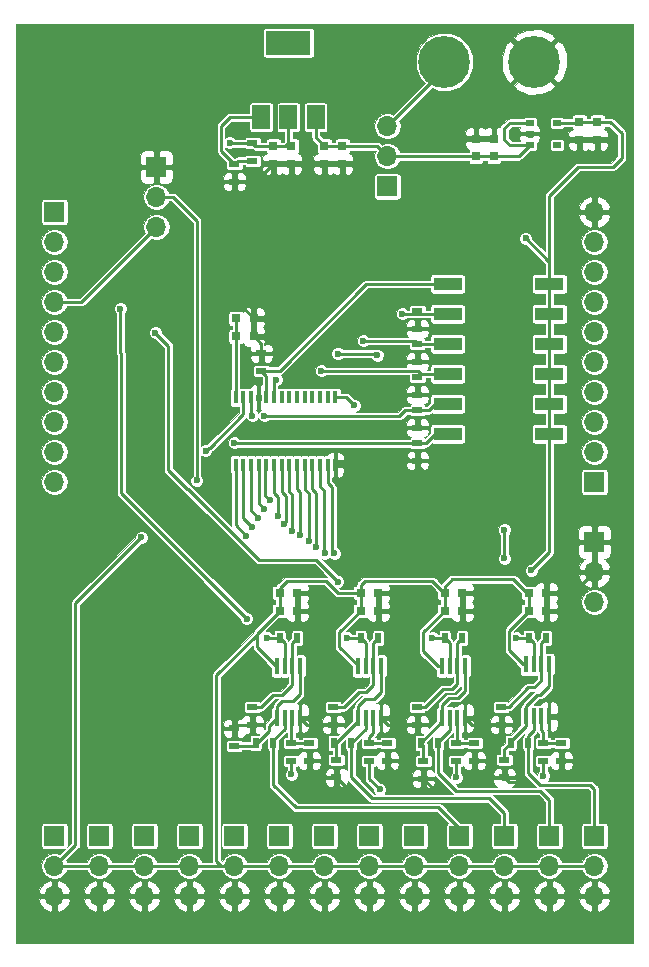
<source format=gtl>
G04 #@! TF.FileFunction,Copper,L1,Top,Signal*
%FSLAX46Y46*%
G04 Gerber Fmt 4.6, Leading zero omitted, Abs format (unit mm)*
G04 Created by KiCad (PCBNEW 4.0.4-stable) date 04/11/18 12:19:16*
%MOMM*%
%LPD*%
G01*
G04 APERTURE LIST*
%ADD10C,0.100000*%
%ADD11C,4.400000*%
%ADD12R,1.700000X1.700000*%
%ADD13O,1.700000X1.700000*%
%ADD14R,2.440000X1.130000*%
%ADD15R,3.800000X2.000000*%
%ADD16R,1.500000X2.000000*%
%ADD17R,0.700000X0.510000*%
%ADD18R,0.400000X1.100000*%
%ADD19R,0.450000X1.450000*%
%ADD20R,0.750000X0.800000*%
%ADD21R,0.800000X0.750000*%
%ADD22R,0.900000X0.500000*%
%ADD23R,0.500000X0.900000*%
%ADD24C,0.600000*%
%ADD25C,0.250000*%
G04 APERTURE END LIST*
D10*
D11*
X127000000Y-88900000D03*
X134620000Y-88900000D03*
D12*
X122174000Y-99441000D03*
D13*
X122174000Y-96901000D03*
X122174000Y-94361000D03*
D12*
X93980000Y-101600000D03*
D13*
X93980000Y-104140000D03*
X93980000Y-106680000D03*
X93980000Y-109220000D03*
X93980000Y-111760000D03*
X93980000Y-114300000D03*
X93980000Y-116840000D03*
X93980000Y-119380000D03*
X93980000Y-121920000D03*
X93980000Y-124460000D03*
D12*
X102616000Y-97790000D03*
D13*
X102616000Y-100330000D03*
X102616000Y-102870000D03*
D12*
X139700000Y-124460000D03*
D13*
X139700000Y-121920000D03*
X139700000Y-119380000D03*
X139700000Y-116840000D03*
X139700000Y-114300000D03*
X139700000Y-111760000D03*
X139700000Y-109220000D03*
X139700000Y-106680000D03*
X139700000Y-104140000D03*
X139700000Y-101600000D03*
D12*
X139700000Y-129540000D03*
D13*
X139700000Y-132080000D03*
X139700000Y-134620000D03*
D12*
X93980000Y-154432000D03*
D13*
X93980000Y-156972000D03*
X93980000Y-159512000D03*
D12*
X97790000Y-154432000D03*
D13*
X97790000Y-156972000D03*
X97790000Y-159512000D03*
D12*
X101600000Y-154432000D03*
D13*
X101600000Y-156972000D03*
X101600000Y-159512000D03*
D12*
X105410000Y-154432000D03*
D13*
X105410000Y-156972000D03*
X105410000Y-159512000D03*
D12*
X109220000Y-154432000D03*
D13*
X109220000Y-156972000D03*
X109220000Y-159512000D03*
D12*
X113030000Y-154432000D03*
D13*
X113030000Y-156972000D03*
X113030000Y-159512000D03*
D12*
X116840000Y-154432000D03*
D13*
X116840000Y-156972000D03*
X116840000Y-159512000D03*
D12*
X120650000Y-154432000D03*
D13*
X120650000Y-156972000D03*
X120650000Y-159512000D03*
D12*
X124460000Y-154432000D03*
D13*
X124460000Y-156972000D03*
X124460000Y-159512000D03*
D12*
X128270000Y-154432000D03*
D13*
X128270000Y-156972000D03*
X128270000Y-159512000D03*
D12*
X132080000Y-154432000D03*
D13*
X132080000Y-156972000D03*
X132080000Y-159512000D03*
D12*
X135890000Y-154432000D03*
D13*
X135890000Y-156972000D03*
X135890000Y-159512000D03*
D12*
X139700000Y-154432000D03*
D13*
X139700000Y-156972000D03*
X139700000Y-159512000D03*
D14*
X135890000Y-120396000D03*
X135890000Y-117856000D03*
X135890000Y-115316000D03*
X135890000Y-112776000D03*
X135890000Y-110236000D03*
X135890000Y-107696000D03*
X127290000Y-107696000D03*
X127290000Y-110236000D03*
X127290000Y-112776000D03*
X127290000Y-115316000D03*
X127290000Y-117856000D03*
X127290000Y-120396000D03*
D15*
X113792000Y-87274000D03*
D16*
X113792000Y-93574000D03*
X116092000Y-93574000D03*
X111492000Y-93574000D03*
D17*
X134222000Y-94046000D03*
X134222000Y-94996000D03*
X134222000Y-95946000D03*
X136542000Y-95946000D03*
X136542000Y-94046000D03*
D18*
X109313000Y-122992000D03*
X109963000Y-122992000D03*
X110613000Y-122992000D03*
X111263000Y-122992000D03*
X111913000Y-122992000D03*
X112563000Y-122992000D03*
X113213000Y-122992000D03*
X113863000Y-122992000D03*
X114513000Y-122992000D03*
X115163000Y-122992000D03*
X115813000Y-122992000D03*
X116463000Y-122992000D03*
X117113000Y-122992000D03*
X117763000Y-122992000D03*
X117763000Y-117292000D03*
X117113000Y-117292000D03*
X116463000Y-117292000D03*
X115813000Y-117292000D03*
X115163000Y-117292000D03*
X114513000Y-117292000D03*
X113863000Y-117292000D03*
X113213000Y-117292000D03*
X112563000Y-117292000D03*
X111913000Y-117292000D03*
X111263000Y-117292000D03*
X110613000Y-117292000D03*
X109963000Y-117292000D03*
X109313000Y-117292000D03*
D19*
X126787000Y-144440000D03*
X127437000Y-144440000D03*
X128087000Y-144440000D03*
X128737000Y-144440000D03*
X128737000Y-140040000D03*
X128087000Y-140040000D03*
X127437000Y-140040000D03*
X126787000Y-140040000D03*
X133899000Y-144313000D03*
X134549000Y-144313000D03*
X135199000Y-144313000D03*
X135849000Y-144313000D03*
X135849000Y-139913000D03*
X135199000Y-139913000D03*
X134549000Y-139913000D03*
X133899000Y-139913000D03*
X119675000Y-144440000D03*
X120325000Y-144440000D03*
X120975000Y-144440000D03*
X121625000Y-144440000D03*
X121625000Y-140040000D03*
X120975000Y-140040000D03*
X120325000Y-140040000D03*
X119675000Y-140040000D03*
X112817000Y-144440000D03*
X113467000Y-144440000D03*
X114117000Y-144440000D03*
X114767000Y-144440000D03*
X114767000Y-140040000D03*
X114117000Y-140040000D03*
X113467000Y-140040000D03*
X112817000Y-140040000D03*
D20*
X131191000Y-95389000D03*
X131191000Y-96889000D03*
X116840000Y-97524000D03*
X116840000Y-96024000D03*
X129667000Y-95389000D03*
X129667000Y-96889000D03*
X118364000Y-97524000D03*
X118364000Y-96024000D03*
X138430000Y-95492000D03*
X138430000Y-93992000D03*
X112522000Y-97524000D03*
X112522000Y-96024000D03*
X139954000Y-95492000D03*
X139954000Y-93992000D03*
X114046000Y-97524000D03*
X114046000Y-96024000D03*
D21*
X110859000Y-112141000D03*
X109359000Y-112141000D03*
X110859000Y-110617000D03*
X109359000Y-110617000D03*
X128512000Y-135382000D03*
X127012000Y-135382000D03*
X128512000Y-133858000D03*
X127012000Y-133858000D03*
X135624000Y-133858000D03*
X134124000Y-133858000D03*
X135624000Y-135382000D03*
X134124000Y-135382000D03*
X121400000Y-135382000D03*
X119900000Y-135382000D03*
X121400000Y-133858000D03*
X119900000Y-133858000D03*
X114542000Y-135382000D03*
X113042000Y-135382000D03*
X114542000Y-133858000D03*
X113042000Y-133858000D03*
D22*
X124714000Y-121170000D03*
X124714000Y-122670000D03*
X124714000Y-118376000D03*
X124714000Y-119876000D03*
X110744000Y-95770000D03*
X110744000Y-97270000D03*
X109220000Y-97548000D03*
X109220000Y-99048000D03*
X124714000Y-115582000D03*
X124714000Y-117082000D03*
X124714000Y-112788000D03*
X124714000Y-114288000D03*
X124714000Y-109994000D03*
X124714000Y-111494000D03*
X111506000Y-115050000D03*
X111506000Y-113550000D03*
X128016000Y-146570000D03*
X128016000Y-148070000D03*
X129540000Y-148070000D03*
X129540000Y-146570000D03*
D23*
X124980000Y-146558000D03*
X126480000Y-146558000D03*
D22*
X124714000Y-143522000D03*
X124714000Y-145022000D03*
D23*
X127012000Y-137668000D03*
X128512000Y-137668000D03*
D22*
X135382000Y-146570000D03*
X135382000Y-148070000D03*
X136906000Y-148070000D03*
X136906000Y-146570000D03*
D23*
X132600000Y-146558000D03*
X134100000Y-146558000D03*
D22*
X131826000Y-143522000D03*
X131826000Y-145022000D03*
D23*
X134124000Y-137668000D03*
X135624000Y-137668000D03*
D22*
X120650000Y-146570000D03*
X120650000Y-148070000D03*
X122174000Y-148070000D03*
X122174000Y-146570000D03*
D23*
X117614000Y-146558000D03*
X119114000Y-146558000D03*
D22*
X117602000Y-143522000D03*
X117602000Y-145022000D03*
D23*
X119900000Y-137668000D03*
X121400000Y-137668000D03*
D22*
X114046000Y-146570000D03*
X114046000Y-148070000D03*
X115570000Y-148070000D03*
X115570000Y-146570000D03*
D23*
X111010000Y-146558000D03*
X112510000Y-146558000D03*
D22*
X110744000Y-143522000D03*
X110744000Y-145022000D03*
D23*
X113042000Y-137668000D03*
X114542000Y-137668000D03*
D22*
X125222000Y-149594000D03*
X125222000Y-148094000D03*
X132080000Y-149467000D03*
X132080000Y-147967000D03*
X117856000Y-149467000D03*
X117856000Y-147967000D03*
X109220000Y-145300000D03*
X109220000Y-146800000D03*
D24*
X126492000Y-150368000D03*
X118745000Y-151130000D03*
X133477000Y-149860000D03*
X123317000Y-121920000D03*
X123317000Y-119634000D03*
X123190000Y-116967000D03*
X123190000Y-114173000D03*
X123190000Y-111760000D03*
X126492000Y-124841000D03*
X134620000Y-101854000D03*
X141097000Y-96647000D03*
X132842000Y-94996000D03*
X134340600Y-131953000D03*
X133883400Y-103835200D03*
X101346000Y-129159000D03*
X106045000Y-124333000D03*
X135382000Y-149352000D03*
X128016000Y-149479000D03*
X121539000Y-150495000D03*
X114046000Y-149225000D03*
X108813600Y-95758000D03*
X99568000Y-109778800D03*
X110261400Y-136042400D03*
X111988600Y-137642600D03*
X117983000Y-132892800D03*
X118770400Y-137668000D03*
X102514400Y-111810800D03*
X117983000Y-113588800D03*
X121310400Y-113715800D03*
X125984000Y-137642600D03*
X112776000Y-115824000D03*
X110744000Y-118872000D03*
X106781600Y-121818400D03*
X132080000Y-128524000D03*
X132080000Y-130937000D03*
X133096000Y-137668000D03*
X112877600Y-127381000D03*
X113436400Y-127990600D03*
X114071400Y-128574800D03*
X114808000Y-128930400D03*
X115493800Y-129438400D03*
X116128800Y-129971800D03*
X116865400Y-130505200D03*
X119354600Y-117983000D03*
X109220000Y-121158000D03*
X110236000Y-129032000D03*
X111760000Y-118872000D03*
X110744000Y-128270000D03*
X120142000Y-112522000D03*
X111760000Y-126746000D03*
X123444000Y-110236000D03*
X112268000Y-125984000D03*
X117678200Y-130505200D03*
X116586000Y-115062000D03*
X111252000Y-127508000D03*
D25*
X127000000Y-88900000D02*
X127000000Y-89535000D01*
X127000000Y-89535000D02*
X122174000Y-94361000D01*
X115570000Y-148070000D02*
X115570000Y-148844000D01*
X116193000Y-149467000D02*
X117856000Y-149467000D01*
X115570000Y-148844000D02*
X116193000Y-149467000D01*
X126492000Y-150368000D02*
X125996000Y-150368000D01*
X125996000Y-150368000D02*
X125222000Y-149594000D01*
X118745000Y-151130000D02*
X118745000Y-150356000D01*
X118745000Y-150356000D02*
X117856000Y-149467000D01*
X110744000Y-145022000D02*
X109498000Y-145022000D01*
X109498000Y-145022000D02*
X109220000Y-145300000D01*
X117602000Y-145022000D02*
X115349000Y-145022000D01*
X115349000Y-145022000D02*
X114767000Y-144440000D01*
X122174000Y-148070000D02*
X122174000Y-148463000D01*
X123305000Y-149594000D02*
X125222000Y-149594000D01*
X122174000Y-148463000D02*
X123305000Y-149594000D01*
X124714000Y-145022000D02*
X122207000Y-145022000D01*
X122207000Y-145022000D02*
X121625000Y-144440000D01*
X129540000Y-148070000D02*
X129540000Y-148717000D01*
X130290000Y-149467000D02*
X132080000Y-149467000D01*
X129540000Y-148717000D02*
X130290000Y-149467000D01*
X133477000Y-149860000D02*
X132473000Y-149860000D01*
X132473000Y-149860000D02*
X132080000Y-149467000D01*
X131826000Y-145022000D02*
X129319000Y-145022000D01*
X129319000Y-145022000D02*
X128737000Y-144440000D01*
X124067000Y-122670000D02*
X124714000Y-122670000D01*
X123317000Y-121920000D02*
X124067000Y-122670000D01*
X123559000Y-119876000D02*
X124714000Y-119876000D01*
X123317000Y-119634000D02*
X123559000Y-119876000D01*
X123305000Y-117082000D02*
X124714000Y-117082000D01*
X123190000Y-116967000D02*
X123305000Y-117082000D01*
X124714000Y-111494000D02*
X123456000Y-111494000D01*
X123305000Y-114288000D02*
X124714000Y-114288000D01*
X123190000Y-114173000D02*
X123305000Y-114288000D01*
X123456000Y-111494000D02*
X123190000Y-111760000D01*
X115570000Y-148070000D02*
X115685000Y-148070000D01*
X135624000Y-135382000D02*
X135624000Y-135751000D01*
X135849000Y-144313000D02*
X136820000Y-144313000D01*
X139561000Y-147054000D02*
X139561000Y-148070000D01*
X136820000Y-144313000D02*
X139561000Y-147054000D01*
X139700000Y-159512000D02*
X141224000Y-159512000D01*
X141224000Y-159512000D02*
X141859000Y-158877000D01*
X141859000Y-158877000D02*
X141859000Y-150368000D01*
X141859000Y-150368000D02*
X140398500Y-148907500D01*
X139561000Y-148070000D02*
X136906000Y-148070000D01*
X140398500Y-148907500D02*
X139561000Y-148070000D01*
X124714000Y-122670000D02*
X118085000Y-122670000D01*
X118085000Y-122670000D02*
X117763000Y-122992000D01*
X126492000Y-124841000D02*
X124714000Y-123063000D01*
X124714000Y-123063000D02*
X124714000Y-122670000D01*
X118364000Y-97524000D02*
X118364000Y-100584000D01*
X119634000Y-101854000D02*
X134620000Y-101854000D01*
X118364000Y-100584000D02*
X119634000Y-101854000D01*
X131191000Y-95389000D02*
X131191000Y-92329000D01*
X131191000Y-92329000D02*
X134620000Y-88900000D01*
X140704000Y-95492000D02*
X139954000Y-95492000D01*
X141097000Y-95885000D02*
X140704000Y-95492000D01*
X141097000Y-96647000D02*
X141097000Y-95885000D01*
X134222000Y-94996000D02*
X132842000Y-94996000D01*
X109220000Y-99048000D02*
X109220000Y-108978000D01*
X109220000Y-108978000D02*
X110859000Y-110617000D01*
X109220000Y-99048000D02*
X110998000Y-99048000D01*
X110998000Y-99048000D02*
X112522000Y-97524000D01*
X112522000Y-97524000D02*
X116840000Y-97524000D01*
X116840000Y-97524000D02*
X118364000Y-97524000D01*
X102616000Y-97790000D02*
X106578400Y-97790000D01*
X107836400Y-99048000D02*
X109220000Y-99048000D01*
X106578400Y-97790000D02*
X107836400Y-99048000D01*
X135624000Y-133858000D02*
X137922000Y-133858000D01*
X137922000Y-133858000D02*
X139700000Y-132080000D01*
X139700000Y-132080000D02*
X139700000Y-129540000D01*
X129667000Y-95389000D02*
X131191000Y-95389000D01*
X139954000Y-95492000D02*
X138430000Y-95492000D01*
X111506000Y-113550000D02*
X110756000Y-113550000D01*
X111263000Y-116343000D02*
X111263000Y-117292000D01*
X110490000Y-115570000D02*
X111263000Y-116343000D01*
X110490000Y-113816000D02*
X110490000Y-115570000D01*
X110756000Y-113550000D02*
X110490000Y-113816000D01*
X111506000Y-113550000D02*
X111506000Y-112788000D01*
X111506000Y-112788000D02*
X110859000Y-112141000D01*
X110859000Y-112141000D02*
X110859000Y-110617000D01*
X114542000Y-135382000D02*
X114542000Y-133858000D01*
X121400000Y-135382000D02*
X121400000Y-133858000D01*
X128512000Y-135382000D02*
X128512000Y-133858000D01*
X135624000Y-135382000D02*
X135624000Y-133858000D01*
X93980000Y-159512000D02*
X97790000Y-159512000D01*
X97790000Y-159512000D02*
X101600000Y-159512000D01*
X101600000Y-159512000D02*
X105410000Y-159512000D01*
X105410000Y-159512000D02*
X109220000Y-159512000D01*
X109220000Y-159512000D02*
X113030000Y-159512000D01*
X113030000Y-159512000D02*
X116840000Y-159512000D01*
X116840000Y-159512000D02*
X120650000Y-159512000D01*
X120650000Y-159512000D02*
X124460000Y-159512000D01*
X124460000Y-159512000D02*
X128270000Y-159512000D01*
X128270000Y-159512000D02*
X132080000Y-159512000D01*
X132080000Y-159512000D02*
X135890000Y-159512000D01*
X135890000Y-159512000D02*
X139700000Y-159512000D01*
X117614000Y-145034000D02*
X117602000Y-145022000D01*
X134222000Y-95946000D02*
X132522000Y-95946000D01*
X132522000Y-94046000D02*
X134222000Y-94046000D01*
X132080000Y-94488000D02*
X132522000Y-94046000D01*
X132080000Y-95504000D02*
X132080000Y-94488000D01*
X132522000Y-95946000D02*
X132080000Y-95504000D01*
X122174000Y-96901000D02*
X129655000Y-96901000D01*
X129655000Y-96901000D02*
X129667000Y-96889000D01*
X129667000Y-96889000D02*
X133279000Y-96889000D01*
X133279000Y-96889000D02*
X134222000Y-95946000D01*
X116092000Y-93574000D02*
X116092000Y-95276000D01*
X116092000Y-95276000D02*
X116840000Y-96024000D01*
X116840000Y-96024000D02*
X121297000Y-96024000D01*
X121297000Y-96024000D02*
X122174000Y-96901000D01*
X135890000Y-120396000D02*
X135890000Y-130403600D01*
X135890000Y-130403600D02*
X134340600Y-131953000D01*
X135890000Y-105841800D02*
X135890000Y-106451400D01*
X133883400Y-103835200D02*
X135890000Y-105841800D01*
X135890000Y-107696000D02*
X135890000Y-106451400D01*
X135890000Y-106451400D02*
X135890000Y-100228400D01*
X141058200Y-93992000D02*
X139954000Y-93992000D01*
X142011400Y-94945200D02*
X141058200Y-93992000D01*
X142011400Y-97028000D02*
X142011400Y-94945200D01*
X141249400Y-97790000D02*
X142011400Y-97028000D01*
X138328400Y-97790000D02*
X141249400Y-97790000D01*
X135890000Y-100228400D02*
X138328400Y-97790000D01*
X139954000Y-93992000D02*
X138430000Y-93992000D01*
X138430000Y-93992000D02*
X138376000Y-94046000D01*
X138376000Y-94046000D02*
X136542000Y-94046000D01*
X135890000Y-120396000D02*
X135890000Y-117856000D01*
X135890000Y-117856000D02*
X135890000Y-115316000D01*
X135890000Y-115316000D02*
X135890000Y-112776000D01*
X135890000Y-112776000D02*
X135890000Y-110236000D01*
X135890000Y-110236000D02*
X135890000Y-107696000D01*
X102616000Y-100330000D02*
X104013000Y-100330000D01*
X95758000Y-155194000D02*
X93980000Y-156972000D01*
X95758000Y-134747000D02*
X95758000Y-155194000D01*
X101346000Y-129159000D02*
X95758000Y-134747000D01*
X106045000Y-102362000D02*
X106045000Y-124333000D01*
X104013000Y-100330000D02*
X106045000Y-102362000D01*
X111125000Y-137299000D02*
X111125000Y-137414000D01*
X108077000Y-156972000D02*
X109220000Y-156972000D01*
X107696000Y-156591000D02*
X108077000Y-156972000D01*
X107696000Y-140843000D02*
X107696000Y-156591000D01*
X111125000Y-137414000D02*
X107696000Y-140843000D01*
X135382000Y-148070000D02*
X135382000Y-149352000D01*
X128016000Y-148070000D02*
X128016000Y-149479000D01*
X120650000Y-148070000D02*
X120650000Y-149606000D01*
X120650000Y-149606000D02*
X121539000Y-150495000D01*
X114046000Y-148070000D02*
X114046000Y-149225000D01*
X113042000Y-133858000D02*
X113042000Y-133465000D01*
X117983000Y-133858000D02*
X119900000Y-133858000D01*
X116967000Y-132842000D02*
X117983000Y-133858000D01*
X113665000Y-132842000D02*
X116967000Y-132842000D01*
X113042000Y-133465000D02*
X113665000Y-132842000D01*
X134124000Y-133858000D02*
X133985000Y-133858000D01*
X133985000Y-133858000D02*
X132842000Y-132715000D01*
X127012000Y-133338000D02*
X127012000Y-133858000D01*
X127635000Y-132715000D02*
X127012000Y-133338000D01*
X132842000Y-132715000D02*
X127635000Y-132715000D01*
X127012000Y-133858000D02*
X127000000Y-133858000D01*
X127000000Y-133858000D02*
X125984000Y-132842000D01*
X125984000Y-132842000D02*
X120269000Y-132842000D01*
X120269000Y-132842000D02*
X119900000Y-133211000D01*
X119900000Y-133211000D02*
X119900000Y-133858000D01*
X112817000Y-140040000D02*
X112735000Y-140040000D01*
X112735000Y-140040000D02*
X111125000Y-138430000D01*
X111125000Y-138430000D02*
X111125000Y-137299000D01*
X111125000Y-137299000D02*
X113042000Y-135382000D01*
X113042000Y-135382000D02*
X113042000Y-133858000D01*
X119675000Y-140040000D02*
X119675000Y-139995000D01*
X119675000Y-139995000D02*
X118110000Y-138430000D01*
X118110000Y-138430000D02*
X118110000Y-137172000D01*
X118110000Y-137172000D02*
X119900000Y-135382000D01*
X119900000Y-135382000D02*
X119900000Y-133858000D01*
X126787000Y-140040000D02*
X126451000Y-140040000D01*
X125222000Y-137172000D02*
X127012000Y-135382000D01*
X125222000Y-138811000D02*
X125222000Y-137172000D01*
X126451000Y-140040000D02*
X125222000Y-138811000D01*
X127012000Y-135382000D02*
X127012000Y-133858000D01*
X133899000Y-139913000D02*
X133690000Y-139913000D01*
X133690000Y-139913000D02*
X132461000Y-138684000D01*
X132461000Y-138684000D02*
X132461000Y-137045000D01*
X132461000Y-137045000D02*
X134124000Y-135382000D01*
X134124000Y-135382000D02*
X134124000Y-133858000D01*
X108825600Y-95770000D02*
X110744000Y-95770000D01*
X108813600Y-95758000D02*
X108825600Y-95770000D01*
X113792000Y-93574000D02*
X113792000Y-95770000D01*
X113792000Y-95770000D02*
X113538000Y-96024000D01*
X113538000Y-96024000D02*
X110998000Y-96024000D01*
X110998000Y-96024000D02*
X110744000Y-95770000D01*
X93980000Y-156972000D02*
X97790000Y-156972000D01*
X97790000Y-156972000D02*
X101600000Y-156972000D01*
X101600000Y-156972000D02*
X105410000Y-156972000D01*
X105410000Y-156972000D02*
X109220000Y-156972000D01*
X109220000Y-156972000D02*
X113030000Y-156972000D01*
X113030000Y-156972000D02*
X116840000Y-156972000D01*
X116840000Y-156972000D02*
X120650000Y-156972000D01*
X120650000Y-156972000D02*
X124460000Y-156972000D01*
X124460000Y-156972000D02*
X128270000Y-156972000D01*
X128270000Y-156972000D02*
X132080000Y-156972000D01*
X132080000Y-156972000D02*
X135890000Y-156972000D01*
X135890000Y-156972000D02*
X139700000Y-156972000D01*
X109359000Y-110617000D02*
X109359000Y-112141000D01*
X109359000Y-112141000D02*
X109313000Y-112187000D01*
X109313000Y-112187000D02*
X109313000Y-117292000D01*
X99644200Y-120954800D02*
X99644200Y-113588800D01*
X99644200Y-113588800D02*
X99568000Y-113512600D01*
X113042000Y-137668000D02*
X112014000Y-137668000D01*
X99568000Y-113512600D02*
X99568000Y-109778800D01*
X99618800Y-113563400D02*
X99568000Y-113512600D01*
X99644200Y-125425200D02*
X99644200Y-120954800D01*
X99644200Y-120954800D02*
X99644200Y-120929400D01*
X110261400Y-136042400D02*
X99644200Y-125425200D01*
X112014000Y-137668000D02*
X111988600Y-137642600D01*
X113467000Y-140040000D02*
X113467000Y-138093000D01*
X113467000Y-138093000D02*
X113042000Y-137668000D01*
X93980000Y-109220000D02*
X96266000Y-109220000D01*
X96266000Y-109220000D02*
X102616000Y-102870000D01*
X103632000Y-121031000D02*
X103632000Y-112928400D01*
X105232200Y-125044200D02*
X103632000Y-123444000D01*
X103632000Y-123444000D02*
X103632000Y-121031000D01*
X111277400Y-131064000D02*
X105257600Y-125044200D01*
X116154200Y-131064000D02*
X111277400Y-131064000D01*
X117983000Y-132892800D02*
X116154200Y-131064000D01*
X119900000Y-137668000D02*
X118770400Y-137668000D01*
X105257600Y-125044200D02*
X105232200Y-125044200D01*
X103632000Y-112928400D02*
X102514400Y-111810800D01*
X120325000Y-140040000D02*
X120325000Y-138093000D01*
X120325000Y-138093000D02*
X119900000Y-137668000D01*
X121183400Y-113588800D02*
X117983000Y-113588800D01*
X121310400Y-113715800D02*
X121183400Y-113588800D01*
X126009400Y-137668000D02*
X125984000Y-137642600D01*
X127012000Y-137668000D02*
X126009400Y-137668000D01*
X127437000Y-140040000D02*
X127437000Y-138093000D01*
X127437000Y-138093000D02*
X127012000Y-137668000D01*
X112563000Y-116037000D02*
X112563000Y-117292000D01*
X112776000Y-115824000D02*
X112563000Y-116037000D01*
X110613000Y-118741000D02*
X110613000Y-117292000D01*
X110744000Y-118872000D02*
X110613000Y-118741000D01*
X107137200Y-121564400D02*
X109963000Y-118738600D01*
X109963000Y-118738600D02*
X109963000Y-117292000D01*
X107035600Y-121564400D02*
X107137200Y-121564400D01*
X106781600Y-121818400D02*
X107035600Y-121564400D01*
X134124000Y-137668000D02*
X133096000Y-137668000D01*
X132080000Y-130937000D02*
X132080000Y-128524000D01*
X134124000Y-137668000D02*
X134124000Y-137680000D01*
X134124000Y-137680000D02*
X134549000Y-138105000D01*
X134549000Y-138105000D02*
X134549000Y-139913000D01*
X112563000Y-125364600D02*
X112563000Y-122992000D01*
X112903000Y-125704600D02*
X112563000Y-125364600D01*
X112903000Y-127355600D02*
X112903000Y-125704600D01*
X112877600Y-127381000D02*
X112903000Y-127355600D01*
X112522000Y-123033000D02*
X112563000Y-122992000D01*
X113213000Y-125294998D02*
X113213000Y-122992000D01*
X113563400Y-125645398D02*
X113213000Y-125294998D01*
X113563400Y-127863600D02*
X113563400Y-125645398D01*
X113436400Y-127990600D02*
X113563400Y-127863600D01*
X113157000Y-123048000D02*
X113213000Y-122992000D01*
X113863000Y-125293000D02*
X113863000Y-122992000D01*
X114071400Y-125501400D02*
X113863000Y-125293000D01*
X114071400Y-128574800D02*
X114071400Y-125501400D01*
X114513000Y-125079400D02*
X114513000Y-122992000D01*
X114731800Y-125298200D02*
X114513000Y-125079400D01*
X114731800Y-128854200D02*
X114731800Y-125298200D01*
X114808000Y-128930400D02*
X114731800Y-128854200D01*
X115163000Y-125069000D02*
X115163000Y-122992000D01*
X115544600Y-125450600D02*
X115163000Y-125069000D01*
X115544600Y-129387600D02*
X115544600Y-125450600D01*
X115493800Y-129438400D02*
X115544600Y-129387600D01*
X115813000Y-125033200D02*
X115813000Y-122992000D01*
X116154200Y-125374400D02*
X115813000Y-125033200D01*
X116154200Y-129946400D02*
X116154200Y-125374400D01*
X116128800Y-129971800D02*
X116154200Y-129946400D01*
X116463000Y-124845000D02*
X116463000Y-122992000D01*
X116789200Y-125171200D02*
X116463000Y-124845000D01*
X116789200Y-130429000D02*
X116789200Y-125171200D01*
X116865400Y-130505200D02*
X116789200Y-130429000D01*
X118663600Y-117292000D02*
X117763000Y-117292000D01*
X119354600Y-117983000D02*
X118663600Y-117292000D01*
X112510000Y-146558000D02*
X112510000Y-146316000D01*
X112510000Y-146316000D02*
X113467000Y-145359000D01*
X113467000Y-145359000D02*
X113467000Y-144440000D01*
X128270000Y-154432000D02*
X128270000Y-153797000D01*
X128270000Y-153797000D02*
X126492000Y-152019000D01*
X126492000Y-152019000D02*
X114427000Y-152019000D01*
X114427000Y-152019000D02*
X112510000Y-150102000D01*
X112510000Y-150102000D02*
X112510000Y-146558000D01*
X119114000Y-146558000D02*
X119126000Y-146558000D01*
X119126000Y-146558000D02*
X120325000Y-145359000D01*
X120325000Y-145359000D02*
X120325000Y-144440000D01*
X132080000Y-154432000D02*
X132080000Y-152527000D01*
X119114000Y-149467000D02*
X119114000Y-146558000D01*
X120904000Y-151257000D02*
X119114000Y-149467000D01*
X130810000Y-151257000D02*
X120904000Y-151257000D01*
X132080000Y-152527000D02*
X130810000Y-151257000D01*
X126480000Y-146558000D02*
X126480000Y-146443000D01*
X126480000Y-146443000D02*
X127437000Y-145486000D01*
X127437000Y-145486000D02*
X127437000Y-144440000D01*
X135890000Y-154432000D02*
X135890000Y-151384000D01*
X126480000Y-149086000D02*
X126480000Y-146558000D01*
X128016000Y-150622000D02*
X126480000Y-149086000D01*
X135128000Y-150622000D02*
X128016000Y-150622000D01*
X135890000Y-151384000D02*
X135128000Y-150622000D01*
X139700000Y-154432000D02*
X139700000Y-150495000D01*
X134100000Y-149086000D02*
X134100000Y-146558000D01*
X135128000Y-150114000D02*
X134100000Y-149086000D01*
X139319000Y-150114000D02*
X135128000Y-150114000D01*
X139700000Y-150495000D02*
X139319000Y-150114000D01*
X134100000Y-146558000D02*
X134100000Y-145935000D01*
X134549000Y-145486000D02*
X134549000Y-144313000D01*
X134100000Y-145935000D02*
X134549000Y-145486000D01*
X109232000Y-121170000D02*
X109220000Y-121158000D01*
X125464000Y-121170000D02*
X109232000Y-121170000D01*
X126238000Y-120396000D02*
X125464000Y-121170000D01*
X109313000Y-128109000D02*
X109313000Y-122992000D01*
X110236000Y-129032000D02*
X109313000Y-128109000D01*
X127290000Y-120396000D02*
X126238000Y-120396000D01*
X125718000Y-118376000D02*
X123686000Y-118376000D01*
X123190000Y-118872000D02*
X111760000Y-118872000D01*
X123686000Y-118376000D02*
X123190000Y-118872000D01*
X126238000Y-117856000D02*
X125718000Y-118376000D01*
X109963000Y-127489000D02*
X109963000Y-122992000D01*
X110744000Y-128270000D02*
X109963000Y-127489000D01*
X127290000Y-117856000D02*
X126238000Y-117856000D01*
X124472000Y-112522000D02*
X120142000Y-112522000D01*
X124726000Y-112776000D02*
X124472000Y-112522000D01*
X111263000Y-126249000D02*
X111263000Y-122992000D01*
X111760000Y-126746000D02*
X111263000Y-126249000D01*
X127290000Y-112776000D02*
X124726000Y-112776000D01*
X124956000Y-110236000D02*
X123444000Y-110236000D01*
X111836200Y-125629000D02*
X111836200Y-122992000D01*
X112268000Y-125984000D02*
X111836200Y-125629000D01*
X127290000Y-110236000D02*
X124956000Y-110236000D01*
X127290000Y-107696000D02*
X120396000Y-107696000D01*
X113042000Y-115050000D02*
X111506000Y-115050000D01*
X120396000Y-107696000D02*
X113042000Y-115050000D01*
X111506000Y-115050000D02*
X111913000Y-115457000D01*
X111913000Y-115457000D02*
X111913000Y-117292000D01*
X128087000Y-144440000D02*
X128087000Y-146499000D01*
X128087000Y-146499000D02*
X128016000Y-146570000D01*
X128016000Y-146570000D02*
X129540000Y-146570000D01*
X126787000Y-144440000D02*
X126787000Y-143342000D01*
X128737000Y-142154000D02*
X128737000Y-140040000D01*
X128143000Y-142748000D02*
X128737000Y-142154000D01*
X127381000Y-142748000D02*
X128143000Y-142748000D01*
X126787000Y-143342000D02*
X127381000Y-142748000D01*
X124980000Y-146558000D02*
X124980000Y-146546000D01*
X124980000Y-146546000D02*
X126787000Y-144739000D01*
X126787000Y-144739000D02*
X126787000Y-144440000D01*
X125222000Y-148094000D02*
X125222000Y-146800000D01*
X125222000Y-146800000D02*
X124980000Y-146558000D01*
X128087000Y-140040000D02*
X128087000Y-138093000D01*
X128087000Y-138093000D02*
X128512000Y-137668000D01*
X124714000Y-143522000D02*
X125337000Y-143522000D01*
X128087000Y-141534000D02*
X128087000Y-140040000D01*
X127635000Y-141986000D02*
X128087000Y-141534000D01*
X126873000Y-141986000D02*
X127635000Y-141986000D01*
X125337000Y-143522000D02*
X126873000Y-141986000D01*
X135382000Y-146570000D02*
X135382000Y-145669000D01*
X135199000Y-145486000D02*
X135199000Y-144313000D01*
X135382000Y-145669000D02*
X135199000Y-145486000D01*
X136906000Y-146570000D02*
X135382000Y-146570000D01*
X133899000Y-144313000D02*
X133899000Y-143469000D01*
X135849000Y-141773000D02*
X135849000Y-139913000D01*
X135128000Y-142494000D02*
X135849000Y-141773000D01*
X134874000Y-142494000D02*
X135128000Y-142494000D01*
X133899000Y-143469000D02*
X134874000Y-142494000D01*
X132600000Y-146558000D02*
X132600000Y-146419000D01*
X132600000Y-146419000D02*
X133899000Y-145120000D01*
X133899000Y-145120000D02*
X133899000Y-144313000D01*
X132080000Y-147967000D02*
X132080000Y-147078000D01*
X132080000Y-147078000D02*
X132600000Y-146558000D01*
X135199000Y-139913000D02*
X135199000Y-138093000D01*
X135199000Y-138093000D02*
X135624000Y-137668000D01*
X131826000Y-143522000D02*
X132449000Y-143522000D01*
X135199000Y-141280000D02*
X135199000Y-139913000D01*
X134620000Y-141859000D02*
X135199000Y-141280000D01*
X134112000Y-141859000D02*
X134620000Y-141859000D01*
X132449000Y-143522000D02*
X134112000Y-141859000D01*
X120650000Y-146570000D02*
X120650000Y-146050000D01*
X120975000Y-145725000D02*
X120975000Y-144440000D01*
X120650000Y-146050000D02*
X120975000Y-145725000D01*
X120650000Y-146570000D02*
X122174000Y-146570000D01*
X119675000Y-144440000D02*
X119675000Y-143469000D01*
X121625000Y-142281000D02*
X121625000Y-140040000D01*
X121031000Y-142875000D02*
X121625000Y-142281000D01*
X120269000Y-142875000D02*
X121031000Y-142875000D01*
X119675000Y-143469000D02*
X120269000Y-142875000D01*
X117614000Y-146558000D02*
X117856000Y-146558000D01*
X117856000Y-146558000D02*
X119675000Y-144739000D01*
X119675000Y-144739000D02*
X119675000Y-144440000D01*
X117856000Y-147967000D02*
X117856000Y-146800000D01*
X117856000Y-146800000D02*
X117614000Y-146558000D01*
X121625000Y-140040000D02*
X121625000Y-139487000D01*
X120975000Y-140040000D02*
X120975000Y-138093000D01*
X120975000Y-138093000D02*
X121400000Y-137668000D01*
X117602000Y-143522000D02*
X118479000Y-143522000D01*
X120975000Y-141661000D02*
X120975000Y-140040000D01*
X120396000Y-142240000D02*
X120975000Y-141661000D01*
X119761000Y-142240000D02*
X120396000Y-142240000D01*
X118479000Y-143522000D02*
X119761000Y-142240000D01*
X114046000Y-146570000D02*
X114046000Y-144511000D01*
X114046000Y-144511000D02*
X114117000Y-144440000D01*
X115570000Y-146570000D02*
X114046000Y-146570000D01*
X112817000Y-144440000D02*
X112817000Y-143469000D01*
X114767000Y-142408000D02*
X114767000Y-140040000D01*
X114173000Y-143002000D02*
X114767000Y-142408000D01*
X113284000Y-143002000D02*
X114173000Y-143002000D01*
X112817000Y-143469000D02*
X113284000Y-143002000D01*
X111010000Y-146558000D02*
X111125000Y-146558000D01*
X111125000Y-146558000D02*
X112141000Y-145542000D01*
X112141000Y-145116000D02*
X112817000Y-144440000D01*
X112141000Y-145542000D02*
X112141000Y-145116000D01*
X109220000Y-146800000D02*
X110768000Y-146800000D01*
X110768000Y-146800000D02*
X111010000Y-146558000D01*
X114767000Y-140040000D02*
X114767000Y-139487000D01*
X114117000Y-140040000D02*
X114117000Y-138093000D01*
X114117000Y-138093000D02*
X114542000Y-137668000D01*
X110744000Y-143522000D02*
X111494000Y-143522000D01*
X114117000Y-141661000D02*
X114117000Y-140040000D01*
X113284000Y-142494000D02*
X114117000Y-141661000D01*
X112522000Y-142494000D02*
X113284000Y-142494000D01*
X111494000Y-143522000D02*
X112522000Y-142494000D01*
X117113000Y-124529800D02*
X117113000Y-122992000D01*
X117500400Y-124917200D02*
X117113000Y-124529800D01*
X117500400Y-130327400D02*
X117500400Y-124917200D01*
X117678200Y-130505200D02*
X117500400Y-130327400D01*
X111492000Y-93574000D02*
X108813200Y-93574000D01*
X108077000Y-96405000D02*
X109220000Y-97548000D01*
X108077000Y-94310200D02*
X108077000Y-96405000D01*
X108813200Y-93574000D02*
X108077000Y-94310200D01*
X110744000Y-97270000D02*
X109498000Y-97270000D01*
X109498000Y-97270000D02*
X109220000Y-97548000D01*
X124980000Y-115316000D02*
X124726000Y-115062000D01*
X124726000Y-115062000D02*
X116586000Y-115062000D01*
X127290000Y-115316000D02*
X124980000Y-115316000D01*
X110613000Y-126869000D02*
X110613000Y-122992000D01*
X111252000Y-127508000D02*
X110613000Y-126869000D01*
D10*
G36*
X142920759Y-85652711D02*
X142936663Y-85663337D01*
X142947289Y-85679241D01*
X142952000Y-85702924D01*
X142952000Y-163471076D01*
X142947289Y-163494759D01*
X142936663Y-163510663D01*
X142920759Y-163521289D01*
X142897076Y-163526000D01*
X90782924Y-163526000D01*
X90759241Y-163521289D01*
X90743337Y-163510663D01*
X90732711Y-163494759D01*
X90728000Y-163471076D01*
X90728000Y-159931424D01*
X92635922Y-159931424D01*
X92733002Y-160165839D01*
X93078137Y-160593274D01*
X93560573Y-160856095D01*
X93776000Y-160765660D01*
X93776000Y-159716000D01*
X94184000Y-159716000D01*
X94184000Y-160765660D01*
X94399427Y-160856095D01*
X94881863Y-160593274D01*
X95226998Y-160165839D01*
X95324078Y-159931424D01*
X96445922Y-159931424D01*
X96543002Y-160165839D01*
X96888137Y-160593274D01*
X97370573Y-160856095D01*
X97586000Y-160765660D01*
X97586000Y-159716000D01*
X97994000Y-159716000D01*
X97994000Y-160765660D01*
X98209427Y-160856095D01*
X98691863Y-160593274D01*
X99036998Y-160165839D01*
X99134078Y-159931424D01*
X100255922Y-159931424D01*
X100353002Y-160165839D01*
X100698137Y-160593274D01*
X101180573Y-160856095D01*
X101396000Y-160765660D01*
X101396000Y-159716000D01*
X101804000Y-159716000D01*
X101804000Y-160765660D01*
X102019427Y-160856095D01*
X102501863Y-160593274D01*
X102846998Y-160165839D01*
X102944078Y-159931424D01*
X104065922Y-159931424D01*
X104163002Y-160165839D01*
X104508137Y-160593274D01*
X104990573Y-160856095D01*
X105206000Y-160765660D01*
X105206000Y-159716000D01*
X105614000Y-159716000D01*
X105614000Y-160765660D01*
X105829427Y-160856095D01*
X106311863Y-160593274D01*
X106656998Y-160165839D01*
X106754078Y-159931424D01*
X107875922Y-159931424D01*
X107973002Y-160165839D01*
X108318137Y-160593274D01*
X108800573Y-160856095D01*
X109016000Y-160765660D01*
X109016000Y-159716000D01*
X109424000Y-159716000D01*
X109424000Y-160765660D01*
X109639427Y-160856095D01*
X110121863Y-160593274D01*
X110466998Y-160165839D01*
X110564078Y-159931424D01*
X111685922Y-159931424D01*
X111783002Y-160165839D01*
X112128137Y-160593274D01*
X112610573Y-160856095D01*
X112826000Y-160765660D01*
X112826000Y-159716000D01*
X113234000Y-159716000D01*
X113234000Y-160765660D01*
X113449427Y-160856095D01*
X113931863Y-160593274D01*
X114276998Y-160165839D01*
X114374078Y-159931424D01*
X115495922Y-159931424D01*
X115593002Y-160165839D01*
X115938137Y-160593274D01*
X116420573Y-160856095D01*
X116636000Y-160765660D01*
X116636000Y-159716000D01*
X117044000Y-159716000D01*
X117044000Y-160765660D01*
X117259427Y-160856095D01*
X117741863Y-160593274D01*
X118086998Y-160165839D01*
X118184078Y-159931424D01*
X119305922Y-159931424D01*
X119403002Y-160165839D01*
X119748137Y-160593274D01*
X120230573Y-160856095D01*
X120446000Y-160765660D01*
X120446000Y-159716000D01*
X120854000Y-159716000D01*
X120854000Y-160765660D01*
X121069427Y-160856095D01*
X121551863Y-160593274D01*
X121896998Y-160165839D01*
X121994078Y-159931424D01*
X123115922Y-159931424D01*
X123213002Y-160165839D01*
X123558137Y-160593274D01*
X124040573Y-160856095D01*
X124256000Y-160765660D01*
X124256000Y-159716000D01*
X124664000Y-159716000D01*
X124664000Y-160765660D01*
X124879427Y-160856095D01*
X125361863Y-160593274D01*
X125706998Y-160165839D01*
X125804078Y-159931424D01*
X126925922Y-159931424D01*
X127023002Y-160165839D01*
X127368137Y-160593274D01*
X127850573Y-160856095D01*
X128066000Y-160765660D01*
X128066000Y-159716000D01*
X128474000Y-159716000D01*
X128474000Y-160765660D01*
X128689427Y-160856095D01*
X129171863Y-160593274D01*
X129516998Y-160165839D01*
X129614078Y-159931424D01*
X130735922Y-159931424D01*
X130833002Y-160165839D01*
X131178137Y-160593274D01*
X131660573Y-160856095D01*
X131876000Y-160765660D01*
X131876000Y-159716000D01*
X132284000Y-159716000D01*
X132284000Y-160765660D01*
X132499427Y-160856095D01*
X132981863Y-160593274D01*
X133326998Y-160165839D01*
X133424078Y-159931424D01*
X134545922Y-159931424D01*
X134643002Y-160165839D01*
X134988137Y-160593274D01*
X135470573Y-160856095D01*
X135686000Y-160765660D01*
X135686000Y-159716000D01*
X136094000Y-159716000D01*
X136094000Y-160765660D01*
X136309427Y-160856095D01*
X136791863Y-160593274D01*
X137136998Y-160165839D01*
X137234078Y-159931424D01*
X138355922Y-159931424D01*
X138453002Y-160165839D01*
X138798137Y-160593274D01*
X139280573Y-160856095D01*
X139496000Y-160765660D01*
X139496000Y-159716000D01*
X139904000Y-159716000D01*
X139904000Y-160765660D01*
X140119427Y-160856095D01*
X140601863Y-160593274D01*
X140946998Y-160165839D01*
X141044078Y-159931424D01*
X140951989Y-159716000D01*
X139904000Y-159716000D01*
X139496000Y-159716000D01*
X138448011Y-159716000D01*
X138355922Y-159931424D01*
X137234078Y-159931424D01*
X137141989Y-159716000D01*
X136094000Y-159716000D01*
X135686000Y-159716000D01*
X134638011Y-159716000D01*
X134545922Y-159931424D01*
X133424078Y-159931424D01*
X133331989Y-159716000D01*
X132284000Y-159716000D01*
X131876000Y-159716000D01*
X130828011Y-159716000D01*
X130735922Y-159931424D01*
X129614078Y-159931424D01*
X129521989Y-159716000D01*
X128474000Y-159716000D01*
X128066000Y-159716000D01*
X127018011Y-159716000D01*
X126925922Y-159931424D01*
X125804078Y-159931424D01*
X125711989Y-159716000D01*
X124664000Y-159716000D01*
X124256000Y-159716000D01*
X123208011Y-159716000D01*
X123115922Y-159931424D01*
X121994078Y-159931424D01*
X121901989Y-159716000D01*
X120854000Y-159716000D01*
X120446000Y-159716000D01*
X119398011Y-159716000D01*
X119305922Y-159931424D01*
X118184078Y-159931424D01*
X118091989Y-159716000D01*
X117044000Y-159716000D01*
X116636000Y-159716000D01*
X115588011Y-159716000D01*
X115495922Y-159931424D01*
X114374078Y-159931424D01*
X114281989Y-159716000D01*
X113234000Y-159716000D01*
X112826000Y-159716000D01*
X111778011Y-159716000D01*
X111685922Y-159931424D01*
X110564078Y-159931424D01*
X110471989Y-159716000D01*
X109424000Y-159716000D01*
X109016000Y-159716000D01*
X107968011Y-159716000D01*
X107875922Y-159931424D01*
X106754078Y-159931424D01*
X106661989Y-159716000D01*
X105614000Y-159716000D01*
X105206000Y-159716000D01*
X104158011Y-159716000D01*
X104065922Y-159931424D01*
X102944078Y-159931424D01*
X102851989Y-159716000D01*
X101804000Y-159716000D01*
X101396000Y-159716000D01*
X100348011Y-159716000D01*
X100255922Y-159931424D01*
X99134078Y-159931424D01*
X99041989Y-159716000D01*
X97994000Y-159716000D01*
X97586000Y-159716000D01*
X96538011Y-159716000D01*
X96445922Y-159931424D01*
X95324078Y-159931424D01*
X95231989Y-159716000D01*
X94184000Y-159716000D01*
X93776000Y-159716000D01*
X92728011Y-159716000D01*
X92635922Y-159931424D01*
X90728000Y-159931424D01*
X90728000Y-159092576D01*
X92635922Y-159092576D01*
X92728011Y-159308000D01*
X93776000Y-159308000D01*
X93776000Y-158258340D01*
X94184000Y-158258340D01*
X94184000Y-159308000D01*
X95231989Y-159308000D01*
X95324078Y-159092576D01*
X96445922Y-159092576D01*
X96538011Y-159308000D01*
X97586000Y-159308000D01*
X97586000Y-158258340D01*
X97994000Y-158258340D01*
X97994000Y-159308000D01*
X99041989Y-159308000D01*
X99134078Y-159092576D01*
X100255922Y-159092576D01*
X100348011Y-159308000D01*
X101396000Y-159308000D01*
X101396000Y-158258340D01*
X101804000Y-158258340D01*
X101804000Y-159308000D01*
X102851989Y-159308000D01*
X102944078Y-159092576D01*
X104065922Y-159092576D01*
X104158011Y-159308000D01*
X105206000Y-159308000D01*
X105206000Y-158258340D01*
X105614000Y-158258340D01*
X105614000Y-159308000D01*
X106661989Y-159308000D01*
X106754078Y-159092576D01*
X107875922Y-159092576D01*
X107968011Y-159308000D01*
X109016000Y-159308000D01*
X109016000Y-158258340D01*
X109424000Y-158258340D01*
X109424000Y-159308000D01*
X110471989Y-159308000D01*
X110564078Y-159092576D01*
X111685922Y-159092576D01*
X111778011Y-159308000D01*
X112826000Y-159308000D01*
X112826000Y-158258340D01*
X113234000Y-158258340D01*
X113234000Y-159308000D01*
X114281989Y-159308000D01*
X114374078Y-159092576D01*
X115495922Y-159092576D01*
X115588011Y-159308000D01*
X116636000Y-159308000D01*
X116636000Y-158258340D01*
X117044000Y-158258340D01*
X117044000Y-159308000D01*
X118091989Y-159308000D01*
X118184078Y-159092576D01*
X119305922Y-159092576D01*
X119398011Y-159308000D01*
X120446000Y-159308000D01*
X120446000Y-158258340D01*
X120854000Y-158258340D01*
X120854000Y-159308000D01*
X121901989Y-159308000D01*
X121994078Y-159092576D01*
X123115922Y-159092576D01*
X123208011Y-159308000D01*
X124256000Y-159308000D01*
X124256000Y-158258340D01*
X124664000Y-158258340D01*
X124664000Y-159308000D01*
X125711989Y-159308000D01*
X125804078Y-159092576D01*
X126925922Y-159092576D01*
X127018011Y-159308000D01*
X128066000Y-159308000D01*
X128066000Y-158258340D01*
X128474000Y-158258340D01*
X128474000Y-159308000D01*
X129521989Y-159308000D01*
X129614078Y-159092576D01*
X130735922Y-159092576D01*
X130828011Y-159308000D01*
X131876000Y-159308000D01*
X131876000Y-158258340D01*
X132284000Y-158258340D01*
X132284000Y-159308000D01*
X133331989Y-159308000D01*
X133424078Y-159092576D01*
X134545922Y-159092576D01*
X134638011Y-159308000D01*
X135686000Y-159308000D01*
X135686000Y-158258340D01*
X136094000Y-158258340D01*
X136094000Y-159308000D01*
X137141989Y-159308000D01*
X137234078Y-159092576D01*
X138355922Y-159092576D01*
X138448011Y-159308000D01*
X139496000Y-159308000D01*
X139496000Y-158258340D01*
X139904000Y-158258340D01*
X139904000Y-159308000D01*
X140951989Y-159308000D01*
X141044078Y-159092576D01*
X140946998Y-158858161D01*
X140601863Y-158430726D01*
X140119427Y-158167905D01*
X139904000Y-158258340D01*
X139496000Y-158258340D01*
X139280573Y-158167905D01*
X138798137Y-158430726D01*
X138453002Y-158858161D01*
X138355922Y-159092576D01*
X137234078Y-159092576D01*
X137136998Y-158858161D01*
X136791863Y-158430726D01*
X136309427Y-158167905D01*
X136094000Y-158258340D01*
X135686000Y-158258340D01*
X135470573Y-158167905D01*
X134988137Y-158430726D01*
X134643002Y-158858161D01*
X134545922Y-159092576D01*
X133424078Y-159092576D01*
X133326998Y-158858161D01*
X132981863Y-158430726D01*
X132499427Y-158167905D01*
X132284000Y-158258340D01*
X131876000Y-158258340D01*
X131660573Y-158167905D01*
X131178137Y-158430726D01*
X130833002Y-158858161D01*
X130735922Y-159092576D01*
X129614078Y-159092576D01*
X129516998Y-158858161D01*
X129171863Y-158430726D01*
X128689427Y-158167905D01*
X128474000Y-158258340D01*
X128066000Y-158258340D01*
X127850573Y-158167905D01*
X127368137Y-158430726D01*
X127023002Y-158858161D01*
X126925922Y-159092576D01*
X125804078Y-159092576D01*
X125706998Y-158858161D01*
X125361863Y-158430726D01*
X124879427Y-158167905D01*
X124664000Y-158258340D01*
X124256000Y-158258340D01*
X124040573Y-158167905D01*
X123558137Y-158430726D01*
X123213002Y-158858161D01*
X123115922Y-159092576D01*
X121994078Y-159092576D01*
X121896998Y-158858161D01*
X121551863Y-158430726D01*
X121069427Y-158167905D01*
X120854000Y-158258340D01*
X120446000Y-158258340D01*
X120230573Y-158167905D01*
X119748137Y-158430726D01*
X119403002Y-158858161D01*
X119305922Y-159092576D01*
X118184078Y-159092576D01*
X118086998Y-158858161D01*
X117741863Y-158430726D01*
X117259427Y-158167905D01*
X117044000Y-158258340D01*
X116636000Y-158258340D01*
X116420573Y-158167905D01*
X115938137Y-158430726D01*
X115593002Y-158858161D01*
X115495922Y-159092576D01*
X114374078Y-159092576D01*
X114276998Y-158858161D01*
X113931863Y-158430726D01*
X113449427Y-158167905D01*
X113234000Y-158258340D01*
X112826000Y-158258340D01*
X112610573Y-158167905D01*
X112128137Y-158430726D01*
X111783002Y-158858161D01*
X111685922Y-159092576D01*
X110564078Y-159092576D01*
X110466998Y-158858161D01*
X110121863Y-158430726D01*
X109639427Y-158167905D01*
X109424000Y-158258340D01*
X109016000Y-158258340D01*
X108800573Y-158167905D01*
X108318137Y-158430726D01*
X107973002Y-158858161D01*
X107875922Y-159092576D01*
X106754078Y-159092576D01*
X106656998Y-158858161D01*
X106311863Y-158430726D01*
X105829427Y-158167905D01*
X105614000Y-158258340D01*
X105206000Y-158258340D01*
X104990573Y-158167905D01*
X104508137Y-158430726D01*
X104163002Y-158858161D01*
X104065922Y-159092576D01*
X102944078Y-159092576D01*
X102846998Y-158858161D01*
X102501863Y-158430726D01*
X102019427Y-158167905D01*
X101804000Y-158258340D01*
X101396000Y-158258340D01*
X101180573Y-158167905D01*
X100698137Y-158430726D01*
X100353002Y-158858161D01*
X100255922Y-159092576D01*
X99134078Y-159092576D01*
X99036998Y-158858161D01*
X98691863Y-158430726D01*
X98209427Y-158167905D01*
X97994000Y-158258340D01*
X97586000Y-158258340D01*
X97370573Y-158167905D01*
X96888137Y-158430726D01*
X96543002Y-158858161D01*
X96445922Y-159092576D01*
X95324078Y-159092576D01*
X95226998Y-158858161D01*
X94881863Y-158430726D01*
X94399427Y-158167905D01*
X94184000Y-158258340D01*
X93776000Y-158258340D01*
X93560573Y-158167905D01*
X93078137Y-158430726D01*
X92733002Y-158858161D01*
X92635922Y-159092576D01*
X90728000Y-159092576D01*
X90728000Y-156972000D01*
X92858450Y-156972000D01*
X92942183Y-157392952D01*
X93180633Y-157749817D01*
X93537498Y-157988267D01*
X93958450Y-158072000D01*
X94001550Y-158072000D01*
X94422502Y-157988267D01*
X94779367Y-157749817D01*
X95017817Y-157392952D01*
X95026957Y-157347000D01*
X96743043Y-157347000D01*
X96752183Y-157392952D01*
X96990633Y-157749817D01*
X97347498Y-157988267D01*
X97768450Y-158072000D01*
X97811550Y-158072000D01*
X98232502Y-157988267D01*
X98589367Y-157749817D01*
X98827817Y-157392952D01*
X98836957Y-157347000D01*
X100553043Y-157347000D01*
X100562183Y-157392952D01*
X100800633Y-157749817D01*
X101157498Y-157988267D01*
X101578450Y-158072000D01*
X101621550Y-158072000D01*
X102042502Y-157988267D01*
X102399367Y-157749817D01*
X102637817Y-157392952D01*
X102646957Y-157347000D01*
X104363043Y-157347000D01*
X104372183Y-157392952D01*
X104610633Y-157749817D01*
X104967498Y-157988267D01*
X105388450Y-158072000D01*
X105431550Y-158072000D01*
X105852502Y-157988267D01*
X106209367Y-157749817D01*
X106447817Y-157392952D01*
X106456957Y-157347000D01*
X108173043Y-157347000D01*
X108182183Y-157392952D01*
X108420633Y-157749817D01*
X108777498Y-157988267D01*
X109198450Y-158072000D01*
X109241550Y-158072000D01*
X109662502Y-157988267D01*
X110019367Y-157749817D01*
X110257817Y-157392952D01*
X110266957Y-157347000D01*
X111983043Y-157347000D01*
X111992183Y-157392952D01*
X112230633Y-157749817D01*
X112587498Y-157988267D01*
X113008450Y-158072000D01*
X113051550Y-158072000D01*
X113472502Y-157988267D01*
X113829367Y-157749817D01*
X114067817Y-157392952D01*
X114076957Y-157347000D01*
X115793043Y-157347000D01*
X115802183Y-157392952D01*
X116040633Y-157749817D01*
X116397498Y-157988267D01*
X116818450Y-158072000D01*
X116861550Y-158072000D01*
X117282502Y-157988267D01*
X117639367Y-157749817D01*
X117877817Y-157392952D01*
X117886957Y-157347000D01*
X119603043Y-157347000D01*
X119612183Y-157392952D01*
X119850633Y-157749817D01*
X120207498Y-157988267D01*
X120628450Y-158072000D01*
X120671550Y-158072000D01*
X121092502Y-157988267D01*
X121449367Y-157749817D01*
X121687817Y-157392952D01*
X121696957Y-157347000D01*
X123413043Y-157347000D01*
X123422183Y-157392952D01*
X123660633Y-157749817D01*
X124017498Y-157988267D01*
X124438450Y-158072000D01*
X124481550Y-158072000D01*
X124902502Y-157988267D01*
X125259367Y-157749817D01*
X125497817Y-157392952D01*
X125506957Y-157347000D01*
X127223043Y-157347000D01*
X127232183Y-157392952D01*
X127470633Y-157749817D01*
X127827498Y-157988267D01*
X128248450Y-158072000D01*
X128291550Y-158072000D01*
X128712502Y-157988267D01*
X129069367Y-157749817D01*
X129307817Y-157392952D01*
X129316957Y-157347000D01*
X131033043Y-157347000D01*
X131042183Y-157392952D01*
X131280633Y-157749817D01*
X131637498Y-157988267D01*
X132058450Y-158072000D01*
X132101550Y-158072000D01*
X132522502Y-157988267D01*
X132879367Y-157749817D01*
X133117817Y-157392952D01*
X133126957Y-157347000D01*
X134843043Y-157347000D01*
X134852183Y-157392952D01*
X135090633Y-157749817D01*
X135447498Y-157988267D01*
X135868450Y-158072000D01*
X135911550Y-158072000D01*
X136332502Y-157988267D01*
X136689367Y-157749817D01*
X136927817Y-157392952D01*
X136936957Y-157347000D01*
X138653043Y-157347000D01*
X138662183Y-157392952D01*
X138900633Y-157749817D01*
X139257498Y-157988267D01*
X139678450Y-158072000D01*
X139721550Y-158072000D01*
X140142502Y-157988267D01*
X140499367Y-157749817D01*
X140737817Y-157392952D01*
X140821550Y-156972000D01*
X140737817Y-156551048D01*
X140499367Y-156194183D01*
X140142502Y-155955733D01*
X139721550Y-155872000D01*
X139678450Y-155872000D01*
X139257498Y-155955733D01*
X138900633Y-156194183D01*
X138662183Y-156551048D01*
X138653043Y-156597000D01*
X136936957Y-156597000D01*
X136927817Y-156551048D01*
X136689367Y-156194183D01*
X136332502Y-155955733D01*
X135911550Y-155872000D01*
X135868450Y-155872000D01*
X135447498Y-155955733D01*
X135090633Y-156194183D01*
X134852183Y-156551048D01*
X134843043Y-156597000D01*
X133126957Y-156597000D01*
X133117817Y-156551048D01*
X132879367Y-156194183D01*
X132522502Y-155955733D01*
X132101550Y-155872000D01*
X132058450Y-155872000D01*
X131637498Y-155955733D01*
X131280633Y-156194183D01*
X131042183Y-156551048D01*
X131033043Y-156597000D01*
X129316957Y-156597000D01*
X129307817Y-156551048D01*
X129069367Y-156194183D01*
X128712502Y-155955733D01*
X128291550Y-155872000D01*
X128248450Y-155872000D01*
X127827498Y-155955733D01*
X127470633Y-156194183D01*
X127232183Y-156551048D01*
X127223043Y-156597000D01*
X125506957Y-156597000D01*
X125497817Y-156551048D01*
X125259367Y-156194183D01*
X124902502Y-155955733D01*
X124481550Y-155872000D01*
X124438450Y-155872000D01*
X124017498Y-155955733D01*
X123660633Y-156194183D01*
X123422183Y-156551048D01*
X123413043Y-156597000D01*
X121696957Y-156597000D01*
X121687817Y-156551048D01*
X121449367Y-156194183D01*
X121092502Y-155955733D01*
X120671550Y-155872000D01*
X120628450Y-155872000D01*
X120207498Y-155955733D01*
X119850633Y-156194183D01*
X119612183Y-156551048D01*
X119603043Y-156597000D01*
X117886957Y-156597000D01*
X117877817Y-156551048D01*
X117639367Y-156194183D01*
X117282502Y-155955733D01*
X116861550Y-155872000D01*
X116818450Y-155872000D01*
X116397498Y-155955733D01*
X116040633Y-156194183D01*
X115802183Y-156551048D01*
X115793043Y-156597000D01*
X114076957Y-156597000D01*
X114067817Y-156551048D01*
X113829367Y-156194183D01*
X113472502Y-155955733D01*
X113051550Y-155872000D01*
X113008450Y-155872000D01*
X112587498Y-155955733D01*
X112230633Y-156194183D01*
X111992183Y-156551048D01*
X111983043Y-156597000D01*
X110266957Y-156597000D01*
X110257817Y-156551048D01*
X110019367Y-156194183D01*
X109662502Y-155955733D01*
X109241550Y-155872000D01*
X109198450Y-155872000D01*
X108777498Y-155955733D01*
X108420633Y-156194183D01*
X108183863Y-156548533D01*
X108071000Y-156435670D01*
X108071000Y-153582000D01*
X108115103Y-153582000D01*
X108115103Y-155282000D01*
X108132535Y-155374644D01*
X108187288Y-155459732D01*
X108270831Y-155516815D01*
X108370000Y-155536897D01*
X110070000Y-155536897D01*
X110162644Y-155519465D01*
X110247732Y-155464712D01*
X110304815Y-155381169D01*
X110324897Y-155282000D01*
X110324897Y-153582000D01*
X111925103Y-153582000D01*
X111925103Y-155282000D01*
X111942535Y-155374644D01*
X111997288Y-155459732D01*
X112080831Y-155516815D01*
X112180000Y-155536897D01*
X113880000Y-155536897D01*
X113972644Y-155519465D01*
X114057732Y-155464712D01*
X114114815Y-155381169D01*
X114134897Y-155282000D01*
X114134897Y-153582000D01*
X115735103Y-153582000D01*
X115735103Y-155282000D01*
X115752535Y-155374644D01*
X115807288Y-155459732D01*
X115890831Y-155516815D01*
X115990000Y-155536897D01*
X117690000Y-155536897D01*
X117782644Y-155519465D01*
X117867732Y-155464712D01*
X117924815Y-155381169D01*
X117944897Y-155282000D01*
X117944897Y-153582000D01*
X119545103Y-153582000D01*
X119545103Y-155282000D01*
X119562535Y-155374644D01*
X119617288Y-155459732D01*
X119700831Y-155516815D01*
X119800000Y-155536897D01*
X121500000Y-155536897D01*
X121592644Y-155519465D01*
X121677732Y-155464712D01*
X121734815Y-155381169D01*
X121754897Y-155282000D01*
X121754897Y-153582000D01*
X123355103Y-153582000D01*
X123355103Y-155282000D01*
X123372535Y-155374644D01*
X123427288Y-155459732D01*
X123510831Y-155516815D01*
X123610000Y-155536897D01*
X125310000Y-155536897D01*
X125402644Y-155519465D01*
X125487732Y-155464712D01*
X125544815Y-155381169D01*
X125564897Y-155282000D01*
X125564897Y-153582000D01*
X125547465Y-153489356D01*
X125492712Y-153404268D01*
X125409169Y-153347185D01*
X125310000Y-153327103D01*
X123610000Y-153327103D01*
X123517356Y-153344535D01*
X123432268Y-153399288D01*
X123375185Y-153482831D01*
X123355103Y-153582000D01*
X121754897Y-153582000D01*
X121737465Y-153489356D01*
X121682712Y-153404268D01*
X121599169Y-153347185D01*
X121500000Y-153327103D01*
X119800000Y-153327103D01*
X119707356Y-153344535D01*
X119622268Y-153399288D01*
X119565185Y-153482831D01*
X119545103Y-153582000D01*
X117944897Y-153582000D01*
X117927465Y-153489356D01*
X117872712Y-153404268D01*
X117789169Y-153347185D01*
X117690000Y-153327103D01*
X115990000Y-153327103D01*
X115897356Y-153344535D01*
X115812268Y-153399288D01*
X115755185Y-153482831D01*
X115735103Y-153582000D01*
X114134897Y-153582000D01*
X114117465Y-153489356D01*
X114062712Y-153404268D01*
X113979169Y-153347185D01*
X113880000Y-153327103D01*
X112180000Y-153327103D01*
X112087356Y-153344535D01*
X112002268Y-153399288D01*
X111945185Y-153482831D01*
X111925103Y-153582000D01*
X110324897Y-153582000D01*
X110307465Y-153489356D01*
X110252712Y-153404268D01*
X110169169Y-153347185D01*
X110070000Y-153327103D01*
X108370000Y-153327103D01*
X108277356Y-153344535D01*
X108192268Y-153399288D01*
X108135185Y-153482831D01*
X108115103Y-153582000D01*
X108071000Y-153582000D01*
X108071000Y-145564500D01*
X108212000Y-145564500D01*
X108212000Y-145660993D01*
X108296950Y-145866082D01*
X108453918Y-146023049D01*
X108659007Y-146108000D01*
X108876500Y-146108000D01*
X109016000Y-145968500D01*
X109016000Y-145425000D01*
X108351500Y-145425000D01*
X108212000Y-145564500D01*
X108071000Y-145564500D01*
X108071000Y-144939007D01*
X108212000Y-144939007D01*
X108212000Y-145035500D01*
X108351500Y-145175000D01*
X109016000Y-145175000D01*
X109016000Y-144631500D01*
X109424000Y-144631500D01*
X109424000Y-145175000D01*
X109444000Y-145175000D01*
X109444000Y-145425000D01*
X109424000Y-145425000D01*
X109424000Y-145968500D01*
X109563500Y-146108000D01*
X109780993Y-146108000D01*
X109986082Y-146023049D01*
X110143050Y-145866082D01*
X110161658Y-145821157D01*
X110183007Y-145830000D01*
X110400500Y-145830000D01*
X110540000Y-145690500D01*
X110540000Y-145147000D01*
X110520000Y-145147000D01*
X110520000Y-144897000D01*
X110540000Y-144897000D01*
X110540000Y-144353500D01*
X110948000Y-144353500D01*
X110948000Y-144897000D01*
X111612500Y-144897000D01*
X111752000Y-144757500D01*
X111752000Y-144661007D01*
X111667050Y-144455918D01*
X111510082Y-144298951D01*
X111304993Y-144214000D01*
X111087500Y-144214000D01*
X110948000Y-144353500D01*
X110540000Y-144353500D01*
X110400500Y-144214000D01*
X110183007Y-144214000D01*
X109977918Y-144298951D01*
X109820950Y-144455918D01*
X109802342Y-144500843D01*
X109780993Y-144492000D01*
X109563500Y-144492000D01*
X109424000Y-144631500D01*
X109016000Y-144631500D01*
X108876500Y-144492000D01*
X108659007Y-144492000D01*
X108453918Y-144576951D01*
X108296950Y-144733918D01*
X108212000Y-144939007D01*
X108071000Y-144939007D01*
X108071000Y-140998330D01*
X110750000Y-138319330D01*
X110750000Y-138430000D01*
X110778545Y-138573507D01*
X110859835Y-138695165D01*
X112337103Y-140172433D01*
X112337103Y-140765000D01*
X112354535Y-140857644D01*
X112409288Y-140942732D01*
X112492831Y-140999815D01*
X112592000Y-141019897D01*
X113042000Y-141019897D01*
X113134644Y-141002465D01*
X113140858Y-140998467D01*
X113142831Y-140999815D01*
X113242000Y-141019897D01*
X113692000Y-141019897D01*
X113742000Y-141010489D01*
X113742000Y-141505670D01*
X113128670Y-142119000D01*
X112522000Y-142119000D01*
X112378494Y-142147545D01*
X112256835Y-142228835D01*
X111382464Y-143103206D01*
X111376712Y-143094268D01*
X111293169Y-143037185D01*
X111194000Y-143017103D01*
X110294000Y-143017103D01*
X110201356Y-143034535D01*
X110116268Y-143089288D01*
X110059185Y-143172831D01*
X110039103Y-143272000D01*
X110039103Y-143772000D01*
X110056535Y-143864644D01*
X110111288Y-143949732D01*
X110194831Y-144006815D01*
X110294000Y-144026897D01*
X111194000Y-144026897D01*
X111286644Y-144009465D01*
X111371732Y-143954712D01*
X111411165Y-143897000D01*
X111494000Y-143897000D01*
X111637507Y-143868455D01*
X111759165Y-143787165D01*
X112677330Y-142869000D01*
X112886670Y-142869000D01*
X112551835Y-143203835D01*
X112470545Y-143325493D01*
X112470545Y-143325494D01*
X112442000Y-143469000D01*
X112442000Y-143514443D01*
X112414268Y-143532288D01*
X112357185Y-143615831D01*
X112337103Y-143715000D01*
X112337103Y-144389567D01*
X111875835Y-144850835D01*
X111794545Y-144972493D01*
X111794545Y-144972494D01*
X111766000Y-145116000D01*
X111766000Y-145386670D01*
X111739501Y-145413169D01*
X111752000Y-145382993D01*
X111752000Y-145286500D01*
X111612500Y-145147000D01*
X110948000Y-145147000D01*
X110948000Y-145690500D01*
X111087500Y-145830000D01*
X111304993Y-145830000D01*
X111335170Y-145817500D01*
X111292904Y-145859766D01*
X111260000Y-145853103D01*
X110760000Y-145853103D01*
X110667356Y-145870535D01*
X110582268Y-145925288D01*
X110525185Y-146008831D01*
X110505103Y-146108000D01*
X110505103Y-146425000D01*
X109886644Y-146425000D01*
X109852712Y-146372268D01*
X109769169Y-146315185D01*
X109670000Y-146295103D01*
X108770000Y-146295103D01*
X108677356Y-146312535D01*
X108592268Y-146367288D01*
X108535185Y-146450831D01*
X108515103Y-146550000D01*
X108515103Y-147050000D01*
X108532535Y-147142644D01*
X108587288Y-147227732D01*
X108670831Y-147284815D01*
X108770000Y-147304897D01*
X109670000Y-147304897D01*
X109762644Y-147287465D01*
X109847732Y-147232712D01*
X109887165Y-147175000D01*
X110570382Y-147175000D01*
X110577288Y-147185732D01*
X110660831Y-147242815D01*
X110760000Y-147262897D01*
X111260000Y-147262897D01*
X111352644Y-147245465D01*
X111437732Y-147190712D01*
X111494815Y-147107169D01*
X111514897Y-147008000D01*
X111514897Y-146698433D01*
X112005103Y-146208227D01*
X112005103Y-147008000D01*
X112022535Y-147100644D01*
X112077288Y-147185732D01*
X112135000Y-147225165D01*
X112135000Y-150102000D01*
X112163545Y-150245507D01*
X112244835Y-150367165D01*
X114161835Y-152284165D01*
X114283494Y-152365455D01*
X114427000Y-152394000D01*
X126336670Y-152394000D01*
X127302926Y-153360256D01*
X127242268Y-153399288D01*
X127185185Y-153482831D01*
X127165103Y-153582000D01*
X127165103Y-155282000D01*
X127182535Y-155374644D01*
X127237288Y-155459732D01*
X127320831Y-155516815D01*
X127420000Y-155536897D01*
X129120000Y-155536897D01*
X129212644Y-155519465D01*
X129297732Y-155464712D01*
X129354815Y-155381169D01*
X129374897Y-155282000D01*
X129374897Y-153582000D01*
X129357465Y-153489356D01*
X129302712Y-153404268D01*
X129219169Y-153347185D01*
X129120000Y-153327103D01*
X128330433Y-153327103D01*
X126757165Y-151753835D01*
X126635507Y-151672545D01*
X126492000Y-151644000D01*
X114582330Y-151644000D01*
X112885000Y-149946670D01*
X112885000Y-147820000D01*
X113341103Y-147820000D01*
X113341103Y-148320000D01*
X113358535Y-148412644D01*
X113413288Y-148497732D01*
X113496831Y-148554815D01*
X113596000Y-148574897D01*
X113671000Y-148574897D01*
X113671000Y-148822207D01*
X113580005Y-148913043D01*
X113496096Y-149115118D01*
X113495905Y-149333922D01*
X113579461Y-149536143D01*
X113734043Y-149690995D01*
X113936118Y-149774904D01*
X114154922Y-149775095D01*
X114260429Y-149731500D01*
X116848000Y-149731500D01*
X116848000Y-149827993D01*
X116932950Y-150033082D01*
X117089918Y-150190049D01*
X117295007Y-150275000D01*
X117512500Y-150275000D01*
X117652000Y-150135500D01*
X117652000Y-149592000D01*
X116987500Y-149592000D01*
X116848000Y-149731500D01*
X114260429Y-149731500D01*
X114357143Y-149691539D01*
X114511995Y-149536957D01*
X114595904Y-149334882D01*
X114596095Y-149116078D01*
X114591934Y-149106007D01*
X116848000Y-149106007D01*
X116848000Y-149202500D01*
X116987500Y-149342000D01*
X117652000Y-149342000D01*
X117652000Y-148798500D01*
X117512500Y-148659000D01*
X117295007Y-148659000D01*
X117089918Y-148743951D01*
X116932950Y-148900918D01*
X116848000Y-149106007D01*
X114591934Y-149106007D01*
X114512539Y-148913857D01*
X114421000Y-148822158D01*
X114421000Y-148574897D01*
X114496000Y-148574897D01*
X114588644Y-148557465D01*
X114608969Y-148544386D01*
X114646950Y-148636082D01*
X114803918Y-148793049D01*
X115009007Y-148878000D01*
X115226500Y-148878000D01*
X115366000Y-148738500D01*
X115366000Y-148195000D01*
X115774000Y-148195000D01*
X115774000Y-148738500D01*
X115913500Y-148878000D01*
X116130993Y-148878000D01*
X116336082Y-148793049D01*
X116493050Y-148636082D01*
X116578000Y-148430993D01*
X116578000Y-148334500D01*
X116438500Y-148195000D01*
X115774000Y-148195000D01*
X115366000Y-148195000D01*
X115346000Y-148195000D01*
X115346000Y-147945000D01*
X115366000Y-147945000D01*
X115366000Y-147401500D01*
X115774000Y-147401500D01*
X115774000Y-147945000D01*
X116438500Y-147945000D01*
X116578000Y-147805500D01*
X116578000Y-147709007D01*
X116493050Y-147503918D01*
X116336082Y-147346951D01*
X116130993Y-147262000D01*
X115913500Y-147262000D01*
X115774000Y-147401500D01*
X115366000Y-147401500D01*
X115226500Y-147262000D01*
X115009007Y-147262000D01*
X114803918Y-147346951D01*
X114646950Y-147503918D01*
X114609291Y-147594835D01*
X114595169Y-147585185D01*
X114496000Y-147565103D01*
X113596000Y-147565103D01*
X113503356Y-147582535D01*
X113418268Y-147637288D01*
X113361185Y-147720831D01*
X113341103Y-147820000D01*
X112885000Y-147820000D01*
X112885000Y-147224644D01*
X112937732Y-147190712D01*
X112994815Y-147107169D01*
X113014897Y-147008000D01*
X113014897Y-146341433D01*
X113671000Y-145685330D01*
X113671000Y-146065103D01*
X113596000Y-146065103D01*
X113503356Y-146082535D01*
X113418268Y-146137288D01*
X113361185Y-146220831D01*
X113341103Y-146320000D01*
X113341103Y-146820000D01*
X113358535Y-146912644D01*
X113413288Y-146997732D01*
X113496831Y-147054815D01*
X113596000Y-147074897D01*
X114496000Y-147074897D01*
X114588644Y-147057465D01*
X114673732Y-147002712D01*
X114713165Y-146945000D01*
X114903356Y-146945000D01*
X114937288Y-146997732D01*
X115020831Y-147054815D01*
X115120000Y-147074897D01*
X116020000Y-147074897D01*
X116112644Y-147057465D01*
X116197732Y-147002712D01*
X116254815Y-146919169D01*
X116274897Y-146820000D01*
X116274897Y-146320000D01*
X116257465Y-146227356D01*
X116202712Y-146142268D01*
X116119169Y-146085185D01*
X116020000Y-146065103D01*
X115120000Y-146065103D01*
X115027356Y-146082535D01*
X114942268Y-146137288D01*
X114902835Y-146195000D01*
X114712644Y-146195000D01*
X114678712Y-146142268D01*
X114595169Y-146085185D01*
X114496000Y-146065103D01*
X114421000Y-146065103D01*
X114421000Y-145718855D01*
X114431007Y-145723000D01*
X114515000Y-145723000D01*
X114654500Y-145583500D01*
X114654500Y-144644000D01*
X114879500Y-144644000D01*
X114879500Y-145583500D01*
X115019000Y-145723000D01*
X115102993Y-145723000D01*
X115308082Y-145638049D01*
X115465050Y-145481082D01*
X115545647Y-145286500D01*
X116594000Y-145286500D01*
X116594000Y-145382993D01*
X116678950Y-145588082D01*
X116835918Y-145745049D01*
X117041007Y-145830000D01*
X117258500Y-145830000D01*
X117398000Y-145690500D01*
X117398000Y-145147000D01*
X116733500Y-145147000D01*
X116594000Y-145286500D01*
X115545647Y-145286500D01*
X115550000Y-145275993D01*
X115550000Y-144783500D01*
X115427507Y-144661007D01*
X116594000Y-144661007D01*
X116594000Y-144757500D01*
X116733500Y-144897000D01*
X117398000Y-144897000D01*
X117398000Y-144353500D01*
X117806000Y-144353500D01*
X117806000Y-144897000D01*
X118470500Y-144897000D01*
X118610000Y-144757500D01*
X118610000Y-144661007D01*
X118525050Y-144455918D01*
X118368082Y-144298951D01*
X118162993Y-144214000D01*
X117945500Y-144214000D01*
X117806000Y-144353500D01*
X117398000Y-144353500D01*
X117258500Y-144214000D01*
X117041007Y-144214000D01*
X116835918Y-144298951D01*
X116678950Y-144455918D01*
X116594000Y-144661007D01*
X115427507Y-144661007D01*
X115410500Y-144644000D01*
X114879500Y-144644000D01*
X114654500Y-144644000D01*
X114596897Y-144644000D01*
X114596897Y-144236000D01*
X114654500Y-144236000D01*
X114654500Y-143296500D01*
X114879500Y-143296500D01*
X114879500Y-144236000D01*
X115410500Y-144236000D01*
X115550000Y-144096500D01*
X115550000Y-143604007D01*
X115465050Y-143398918D01*
X115308082Y-143241951D01*
X115102993Y-143157000D01*
X115019000Y-143157000D01*
X114879500Y-143296500D01*
X114654500Y-143296500D01*
X114531665Y-143173665D01*
X115032165Y-142673165D01*
X115113455Y-142551507D01*
X115142000Y-142408000D01*
X115142000Y-140965557D01*
X115169732Y-140947712D01*
X115226815Y-140864169D01*
X115246897Y-140765000D01*
X115246897Y-139315000D01*
X115229465Y-139222356D01*
X115174712Y-139137268D01*
X115091169Y-139080185D01*
X114992000Y-139060103D01*
X114542000Y-139060103D01*
X114492000Y-139069511D01*
X114492000Y-138372897D01*
X114792000Y-138372897D01*
X114884644Y-138355465D01*
X114969732Y-138300712D01*
X115026815Y-138217169D01*
X115046897Y-138118000D01*
X115046897Y-137218000D01*
X115029465Y-137125356D01*
X114974712Y-137040268D01*
X114891169Y-136983185D01*
X114792000Y-136963103D01*
X114292000Y-136963103D01*
X114199356Y-136980535D01*
X114114268Y-137035288D01*
X114057185Y-137118831D01*
X114037103Y-137218000D01*
X114037103Y-137642567D01*
X113851835Y-137827835D01*
X113792000Y-137917384D01*
X113732165Y-137827835D01*
X113546897Y-137642567D01*
X113546897Y-137218000D01*
X113529465Y-137125356D01*
X113474712Y-137040268D01*
X113391169Y-136983185D01*
X113292000Y-136963103D01*
X112792000Y-136963103D01*
X112699356Y-136980535D01*
X112614268Y-137035288D01*
X112557185Y-137118831D01*
X112537103Y-137218000D01*
X112537103Y-137293000D01*
X112416749Y-137293000D01*
X112300557Y-137176605D01*
X112098482Y-137092696D01*
X111879678Y-137092505D01*
X111849254Y-137105076D01*
X112942433Y-136011897D01*
X113442000Y-136011897D01*
X113534644Y-135994465D01*
X113614975Y-135942773D01*
X113668951Y-136073082D01*
X113825918Y-136230050D01*
X114031007Y-136315000D01*
X114202500Y-136315000D01*
X114342000Y-136175500D01*
X114342000Y-135569500D01*
X114742000Y-135569500D01*
X114742000Y-136175500D01*
X114881500Y-136315000D01*
X115052993Y-136315000D01*
X115258082Y-136230050D01*
X115415049Y-136073082D01*
X115500000Y-135867993D01*
X115500000Y-135709000D01*
X115360500Y-135569500D01*
X114742000Y-135569500D01*
X114342000Y-135569500D01*
X114318000Y-135569500D01*
X114318000Y-135194500D01*
X114342000Y-135194500D01*
X114342000Y-134045500D01*
X114742000Y-134045500D01*
X114742000Y-135194500D01*
X115360500Y-135194500D01*
X115500000Y-135055000D01*
X115500000Y-134896007D01*
X115415049Y-134690918D01*
X115344131Y-134620000D01*
X115415049Y-134549082D01*
X115500000Y-134343993D01*
X115500000Y-134185000D01*
X115360500Y-134045500D01*
X114742000Y-134045500D01*
X114342000Y-134045500D01*
X114318000Y-134045500D01*
X114318000Y-133670500D01*
X114342000Y-133670500D01*
X114342000Y-133634000D01*
X114742000Y-133634000D01*
X114742000Y-133670500D01*
X115360500Y-133670500D01*
X115500000Y-133531000D01*
X115500000Y-133372007D01*
X115435794Y-133217000D01*
X116811670Y-133217000D01*
X117717835Y-134123165D01*
X117839493Y-134204455D01*
X117983000Y-134233000D01*
X119245103Y-134233000D01*
X119262535Y-134325644D01*
X119317288Y-134410732D01*
X119400831Y-134467815D01*
X119500000Y-134487897D01*
X119525000Y-134487897D01*
X119525000Y-134752103D01*
X119500000Y-134752103D01*
X119407356Y-134769535D01*
X119322268Y-134824288D01*
X119265185Y-134907831D01*
X119245103Y-135007000D01*
X119245103Y-135506567D01*
X117844835Y-136906835D01*
X117763545Y-137028493D01*
X117761455Y-137039000D01*
X117735000Y-137172000D01*
X117735000Y-138430000D01*
X117763545Y-138573507D01*
X117844835Y-138695165D01*
X119195103Y-140045433D01*
X119195103Y-140765000D01*
X119212535Y-140857644D01*
X119267288Y-140942732D01*
X119350831Y-140999815D01*
X119450000Y-141019897D01*
X119900000Y-141019897D01*
X119992644Y-141002465D01*
X119998858Y-140998467D01*
X120000831Y-140999815D01*
X120100000Y-141019897D01*
X120550000Y-141019897D01*
X120600000Y-141010489D01*
X120600000Y-141505670D01*
X120240670Y-141865000D01*
X119761000Y-141865000D01*
X119617494Y-141893545D01*
X119495835Y-141974835D01*
X118323670Y-143147000D01*
X118268644Y-143147000D01*
X118234712Y-143094268D01*
X118151169Y-143037185D01*
X118052000Y-143017103D01*
X117152000Y-143017103D01*
X117059356Y-143034535D01*
X116974268Y-143089288D01*
X116917185Y-143172831D01*
X116897103Y-143272000D01*
X116897103Y-143772000D01*
X116914535Y-143864644D01*
X116969288Y-143949732D01*
X117052831Y-144006815D01*
X117152000Y-144026897D01*
X118052000Y-144026897D01*
X118144644Y-144009465D01*
X118229732Y-143954712D01*
X118269165Y-143897000D01*
X118479000Y-143897000D01*
X118622507Y-143868455D01*
X118744165Y-143787165D01*
X119916330Y-142615000D01*
X119998670Y-142615000D01*
X119409835Y-143203835D01*
X119328545Y-143325493D01*
X119328545Y-143325494D01*
X119300000Y-143469000D01*
X119300000Y-143514443D01*
X119272268Y-143532288D01*
X119215185Y-143615831D01*
X119195103Y-143715000D01*
X119195103Y-144688567D01*
X118603585Y-145280085D01*
X118470500Y-145147000D01*
X117806000Y-145147000D01*
X117806000Y-145690500D01*
X117945500Y-145830000D01*
X118053670Y-145830000D01*
X117991278Y-145892392D01*
X117963169Y-145873185D01*
X117864000Y-145853103D01*
X117364000Y-145853103D01*
X117271356Y-145870535D01*
X117186268Y-145925288D01*
X117129185Y-146008831D01*
X117109103Y-146108000D01*
X117109103Y-147008000D01*
X117126535Y-147100644D01*
X117181288Y-147185732D01*
X117264831Y-147242815D01*
X117364000Y-147262897D01*
X117481000Y-147262897D01*
X117481000Y-147462103D01*
X117406000Y-147462103D01*
X117313356Y-147479535D01*
X117228268Y-147534288D01*
X117171185Y-147617831D01*
X117151103Y-147717000D01*
X117151103Y-148217000D01*
X117168535Y-148309644D01*
X117223288Y-148394732D01*
X117306831Y-148451815D01*
X117406000Y-148471897D01*
X118306000Y-148471897D01*
X118398644Y-148454465D01*
X118483732Y-148399712D01*
X118540815Y-148316169D01*
X118560897Y-148217000D01*
X118560897Y-147717000D01*
X118543465Y-147624356D01*
X118488712Y-147539268D01*
X118405169Y-147482185D01*
X118306000Y-147462103D01*
X118231000Y-147462103D01*
X118231000Y-146800000D01*
X118216621Y-146727709D01*
X118609103Y-146335227D01*
X118609103Y-147008000D01*
X118626535Y-147100644D01*
X118681288Y-147185732D01*
X118739000Y-147225165D01*
X118739000Y-148860868D01*
X118622082Y-148743951D01*
X118416993Y-148659000D01*
X118199500Y-148659000D01*
X118060000Y-148798500D01*
X118060000Y-149342000D01*
X118080000Y-149342000D01*
X118080000Y-149592000D01*
X118060000Y-149592000D01*
X118060000Y-150135500D01*
X118199500Y-150275000D01*
X118416993Y-150275000D01*
X118622082Y-150190049D01*
X118779050Y-150033082D01*
X118864000Y-149827993D01*
X118864000Y-149747330D01*
X120638835Y-151522165D01*
X120760493Y-151603455D01*
X120904000Y-151632000D01*
X130654670Y-151632000D01*
X131705000Y-152682330D01*
X131705000Y-153327103D01*
X131230000Y-153327103D01*
X131137356Y-153344535D01*
X131052268Y-153399288D01*
X130995185Y-153482831D01*
X130975103Y-153582000D01*
X130975103Y-155282000D01*
X130992535Y-155374644D01*
X131047288Y-155459732D01*
X131130831Y-155516815D01*
X131230000Y-155536897D01*
X132930000Y-155536897D01*
X133022644Y-155519465D01*
X133107732Y-155464712D01*
X133164815Y-155381169D01*
X133184897Y-155282000D01*
X133184897Y-153582000D01*
X133167465Y-153489356D01*
X133112712Y-153404268D01*
X133029169Y-153347185D01*
X132930000Y-153327103D01*
X132455000Y-153327103D01*
X132455000Y-152527000D01*
X132426455Y-152383494D01*
X132426455Y-152383493D01*
X132345165Y-152261835D01*
X131080330Y-150997000D01*
X134972670Y-150997000D01*
X135515000Y-151539330D01*
X135515000Y-153327103D01*
X135040000Y-153327103D01*
X134947356Y-153344535D01*
X134862268Y-153399288D01*
X134805185Y-153482831D01*
X134785103Y-153582000D01*
X134785103Y-155282000D01*
X134802535Y-155374644D01*
X134857288Y-155459732D01*
X134940831Y-155516815D01*
X135040000Y-155536897D01*
X136740000Y-155536897D01*
X136832644Y-155519465D01*
X136917732Y-155464712D01*
X136974815Y-155381169D01*
X136994897Y-155282000D01*
X136994897Y-153582000D01*
X136977465Y-153489356D01*
X136922712Y-153404268D01*
X136839169Y-153347185D01*
X136740000Y-153327103D01*
X136265000Y-153327103D01*
X136265000Y-151384000D01*
X136236455Y-151240494D01*
X136155165Y-151118835D01*
X135525330Y-150489000D01*
X139163670Y-150489000D01*
X139325000Y-150650330D01*
X139325000Y-153327103D01*
X138850000Y-153327103D01*
X138757356Y-153344535D01*
X138672268Y-153399288D01*
X138615185Y-153482831D01*
X138595103Y-153582000D01*
X138595103Y-155282000D01*
X138612535Y-155374644D01*
X138667288Y-155459732D01*
X138750831Y-155516815D01*
X138850000Y-155536897D01*
X140550000Y-155536897D01*
X140642644Y-155519465D01*
X140727732Y-155464712D01*
X140784815Y-155381169D01*
X140804897Y-155282000D01*
X140804897Y-153582000D01*
X140787465Y-153489356D01*
X140732712Y-153404268D01*
X140649169Y-153347185D01*
X140550000Y-153327103D01*
X140075000Y-153327103D01*
X140075000Y-150495000D01*
X140046455Y-150351494D01*
X139965165Y-150229835D01*
X139584165Y-149848835D01*
X139462507Y-149767545D01*
X139319000Y-149739000D01*
X135772821Y-149739000D01*
X135847995Y-149663957D01*
X135931904Y-149461882D01*
X135932095Y-149243078D01*
X135848539Y-149040857D01*
X135757000Y-148949158D01*
X135757000Y-148574897D01*
X135832000Y-148574897D01*
X135924644Y-148557465D01*
X135944969Y-148544386D01*
X135982950Y-148636082D01*
X136139918Y-148793049D01*
X136345007Y-148878000D01*
X136562500Y-148878000D01*
X136702000Y-148738500D01*
X136702000Y-148195000D01*
X137110000Y-148195000D01*
X137110000Y-148738500D01*
X137249500Y-148878000D01*
X137466993Y-148878000D01*
X137672082Y-148793049D01*
X137829050Y-148636082D01*
X137914000Y-148430993D01*
X137914000Y-148334500D01*
X137774500Y-148195000D01*
X137110000Y-148195000D01*
X136702000Y-148195000D01*
X136682000Y-148195000D01*
X136682000Y-147945000D01*
X136702000Y-147945000D01*
X136702000Y-147401500D01*
X137110000Y-147401500D01*
X137110000Y-147945000D01*
X137774500Y-147945000D01*
X137914000Y-147805500D01*
X137914000Y-147709007D01*
X137829050Y-147503918D01*
X137672082Y-147346951D01*
X137466993Y-147262000D01*
X137249500Y-147262000D01*
X137110000Y-147401500D01*
X136702000Y-147401500D01*
X136562500Y-147262000D01*
X136345007Y-147262000D01*
X136139918Y-147346951D01*
X135982950Y-147503918D01*
X135945291Y-147594835D01*
X135931169Y-147585185D01*
X135832000Y-147565103D01*
X134932000Y-147565103D01*
X134839356Y-147582535D01*
X134754268Y-147637288D01*
X134697185Y-147720831D01*
X134677103Y-147820000D01*
X134677103Y-148320000D01*
X134694535Y-148412644D01*
X134749288Y-148497732D01*
X134832831Y-148554815D01*
X134932000Y-148574897D01*
X135007000Y-148574897D01*
X135007000Y-148949207D01*
X134916005Y-149040043D01*
X134832096Y-149242118D01*
X134832056Y-149287726D01*
X134475000Y-148930670D01*
X134475000Y-147224644D01*
X134527732Y-147190712D01*
X134584815Y-147107169D01*
X134604897Y-147008000D01*
X134604897Y-146108000D01*
X134587465Y-146015356D01*
X134572786Y-145992544D01*
X134814165Y-145751165D01*
X134874000Y-145661616D01*
X134933835Y-145751165D01*
X135007000Y-145824330D01*
X135007000Y-146065103D01*
X134932000Y-146065103D01*
X134839356Y-146082535D01*
X134754268Y-146137288D01*
X134697185Y-146220831D01*
X134677103Y-146320000D01*
X134677103Y-146820000D01*
X134694535Y-146912644D01*
X134749288Y-146997732D01*
X134832831Y-147054815D01*
X134932000Y-147074897D01*
X135832000Y-147074897D01*
X135924644Y-147057465D01*
X136009732Y-147002712D01*
X136049165Y-146945000D01*
X136239356Y-146945000D01*
X136273288Y-146997732D01*
X136356831Y-147054815D01*
X136456000Y-147074897D01*
X137356000Y-147074897D01*
X137448644Y-147057465D01*
X137533732Y-147002712D01*
X137590815Y-146919169D01*
X137610897Y-146820000D01*
X137610897Y-146320000D01*
X137593465Y-146227356D01*
X137538712Y-146142268D01*
X137455169Y-146085185D01*
X137356000Y-146065103D01*
X136456000Y-146065103D01*
X136363356Y-146082535D01*
X136278268Y-146137288D01*
X136238835Y-146195000D01*
X136048644Y-146195000D01*
X136014712Y-146142268D01*
X135931169Y-146085185D01*
X135832000Y-146065103D01*
X135757000Y-146065103D01*
X135757000Y-145669000D01*
X135755407Y-145660993D01*
X135728455Y-145525493D01*
X135704043Y-145488957D01*
X135736500Y-145456500D01*
X135736500Y-144517000D01*
X135961500Y-144517000D01*
X135961500Y-145456500D01*
X136101000Y-145596000D01*
X136184993Y-145596000D01*
X136390082Y-145511049D01*
X136547050Y-145354082D01*
X136632000Y-145148993D01*
X136632000Y-144656500D01*
X136492500Y-144517000D01*
X135961500Y-144517000D01*
X135736500Y-144517000D01*
X135678897Y-144517000D01*
X135678897Y-144109000D01*
X135736500Y-144109000D01*
X135736500Y-143169500D01*
X135961500Y-143169500D01*
X135961500Y-144109000D01*
X136492500Y-144109000D01*
X136632000Y-143969500D01*
X136632000Y-143477007D01*
X136547050Y-143271918D01*
X136390082Y-143114951D01*
X136184993Y-143030000D01*
X136101000Y-143030000D01*
X135961500Y-143169500D01*
X135736500Y-143169500D01*
X135597000Y-143030000D01*
X135513007Y-143030000D01*
X135307918Y-143114951D01*
X135150950Y-143271918D01*
X135125607Y-143333103D01*
X134974000Y-143333103D01*
X134881356Y-143350535D01*
X134875142Y-143354533D01*
X134873169Y-143353185D01*
X134774000Y-143333103D01*
X134565227Y-143333103D01*
X135029330Y-142869000D01*
X135128000Y-142869000D01*
X135271507Y-142840455D01*
X135393165Y-142759165D01*
X136114165Y-142038165D01*
X136195455Y-141916507D01*
X136224000Y-141773000D01*
X136224000Y-140838557D01*
X136251732Y-140820712D01*
X136308815Y-140737169D01*
X136328897Y-140638000D01*
X136328897Y-139188000D01*
X136311465Y-139095356D01*
X136256712Y-139010268D01*
X136173169Y-138953185D01*
X136074000Y-138933103D01*
X135624000Y-138933103D01*
X135574000Y-138942511D01*
X135574000Y-138372897D01*
X135874000Y-138372897D01*
X135966644Y-138355465D01*
X136051732Y-138300712D01*
X136108815Y-138217169D01*
X136128897Y-138118000D01*
X136128897Y-137218000D01*
X136111465Y-137125356D01*
X136056712Y-137040268D01*
X135973169Y-136983185D01*
X135874000Y-136963103D01*
X135374000Y-136963103D01*
X135281356Y-136980535D01*
X135196268Y-137035288D01*
X135139185Y-137118831D01*
X135119103Y-137218000D01*
X135119103Y-137642567D01*
X134933835Y-137827835D01*
X134869991Y-137923384D01*
X134814165Y-137839835D01*
X134628897Y-137654567D01*
X134628897Y-137218000D01*
X134611465Y-137125356D01*
X134556712Y-137040268D01*
X134473169Y-136983185D01*
X134374000Y-136963103D01*
X133874000Y-136963103D01*
X133781356Y-136980535D01*
X133696268Y-137035288D01*
X133639185Y-137118831D01*
X133619103Y-137218000D01*
X133619103Y-137293000D01*
X133498793Y-137293000D01*
X133407957Y-137202005D01*
X133205882Y-137118096D01*
X132987078Y-137117905D01*
X132870084Y-137166246D01*
X134024433Y-136011897D01*
X134524000Y-136011897D01*
X134616644Y-135994465D01*
X134696975Y-135942773D01*
X134750951Y-136073082D01*
X134907918Y-136230050D01*
X135113007Y-136315000D01*
X135284500Y-136315000D01*
X135424000Y-136175500D01*
X135424000Y-135569500D01*
X135824000Y-135569500D01*
X135824000Y-136175500D01*
X135963500Y-136315000D01*
X136134993Y-136315000D01*
X136340082Y-136230050D01*
X136497049Y-136073082D01*
X136582000Y-135867993D01*
X136582000Y-135709000D01*
X136442500Y-135569500D01*
X135824000Y-135569500D01*
X135424000Y-135569500D01*
X135400000Y-135569500D01*
X135400000Y-135194500D01*
X135424000Y-135194500D01*
X135424000Y-134045500D01*
X135824000Y-134045500D01*
X135824000Y-135194500D01*
X136442500Y-135194500D01*
X136582000Y-135055000D01*
X136582000Y-134896007D01*
X136497049Y-134690918D01*
X136426131Y-134620000D01*
X138578450Y-134620000D01*
X138662183Y-135040952D01*
X138900633Y-135397817D01*
X139257498Y-135636267D01*
X139678450Y-135720000D01*
X139721550Y-135720000D01*
X140142502Y-135636267D01*
X140499367Y-135397817D01*
X140737817Y-135040952D01*
X140821550Y-134620000D01*
X140737817Y-134199048D01*
X140499367Y-133842183D01*
X140142502Y-133603733D01*
X139721550Y-133520000D01*
X139678450Y-133520000D01*
X139257498Y-133603733D01*
X138900633Y-133842183D01*
X138662183Y-134199048D01*
X138578450Y-134620000D01*
X136426131Y-134620000D01*
X136497049Y-134549082D01*
X136582000Y-134343993D01*
X136582000Y-134185000D01*
X136442500Y-134045500D01*
X135824000Y-134045500D01*
X135424000Y-134045500D01*
X135400000Y-134045500D01*
X135400000Y-133670500D01*
X135424000Y-133670500D01*
X135424000Y-133064500D01*
X135824000Y-133064500D01*
X135824000Y-133670500D01*
X136442500Y-133670500D01*
X136582000Y-133531000D01*
X136582000Y-133372007D01*
X136497049Y-133166918D01*
X136340082Y-133009950D01*
X136134993Y-132925000D01*
X135963500Y-132925000D01*
X135824000Y-133064500D01*
X135424000Y-133064500D01*
X135284500Y-132925000D01*
X135113007Y-132925000D01*
X134907918Y-133009950D01*
X134750951Y-133166918D01*
X134696527Y-133298309D01*
X134623169Y-133248185D01*
X134524000Y-133228103D01*
X133885433Y-133228103D01*
X133107165Y-132449835D01*
X132985507Y-132368545D01*
X132842000Y-132340000D01*
X127635000Y-132340000D01*
X127491493Y-132368545D01*
X127369835Y-132449835D01*
X126746835Y-133072835D01*
X126746166Y-133073836D01*
X126249165Y-132576835D01*
X126127507Y-132495545D01*
X125984000Y-132467000D01*
X120269000Y-132467000D01*
X120125494Y-132495545D01*
X120003835Y-132576835D01*
X119634835Y-132945835D01*
X119553545Y-133067493D01*
X119549068Y-133090000D01*
X119525000Y-133211000D01*
X119525000Y-133228103D01*
X119500000Y-133228103D01*
X119407356Y-133245535D01*
X119322268Y-133300288D01*
X119265185Y-133383831D01*
X119245103Y-133483000D01*
X118138330Y-133483000D01*
X118096382Y-133441052D01*
X118294143Y-133359339D01*
X118448995Y-133204757D01*
X118532904Y-133002682D01*
X118533095Y-132783878D01*
X118449539Y-132581657D01*
X118294957Y-132426805D01*
X118092882Y-132342896D01*
X117963313Y-132342783D01*
X116618909Y-130998379D01*
X116755518Y-131055104D01*
X116974322Y-131055295D01*
X117176543Y-130971739D01*
X117271831Y-130876618D01*
X117366243Y-130971195D01*
X117568318Y-131055104D01*
X117787122Y-131055295D01*
X117989343Y-130971739D01*
X118144195Y-130817157D01*
X118228104Y-130615082D01*
X118228295Y-130396278D01*
X118144739Y-130194057D01*
X117990157Y-130039205D01*
X117875400Y-129991554D01*
X117875400Y-128632922D01*
X131529905Y-128632922D01*
X131613461Y-128835143D01*
X131705000Y-128926842D01*
X131705000Y-130534207D01*
X131614005Y-130625043D01*
X131530096Y-130827118D01*
X131529905Y-131045922D01*
X131613461Y-131248143D01*
X131768043Y-131402995D01*
X131970118Y-131486904D01*
X132188922Y-131487095D01*
X132391143Y-131403539D01*
X132545995Y-131248957D01*
X132629904Y-131046882D01*
X132630095Y-130828078D01*
X132546539Y-130625857D01*
X132455000Y-130534158D01*
X132455000Y-128926793D01*
X132545995Y-128835957D01*
X132629904Y-128633882D01*
X132630095Y-128415078D01*
X132546539Y-128212857D01*
X132391957Y-128058005D01*
X132189882Y-127974096D01*
X131971078Y-127973905D01*
X131768857Y-128057461D01*
X131614005Y-128212043D01*
X131530096Y-128414118D01*
X131529905Y-128632922D01*
X117875400Y-128632922D01*
X117875400Y-124917200D01*
X117873179Y-124906035D01*
X117846855Y-124773693D01*
X117765565Y-124652035D01*
X117488000Y-124374470D01*
X117488000Y-124100000D01*
X117523500Y-124100000D01*
X117663000Y-123960500D01*
X117663000Y-123196000D01*
X117863000Y-123196000D01*
X117863000Y-123960500D01*
X118002500Y-124100000D01*
X118073993Y-124100000D01*
X118279082Y-124015049D01*
X118436050Y-123858082D01*
X118521000Y-123652993D01*
X118521000Y-123335500D01*
X118381500Y-123196000D01*
X117863000Y-123196000D01*
X117663000Y-123196000D01*
X117567897Y-123196000D01*
X117567897Y-122934500D01*
X123706000Y-122934500D01*
X123706000Y-123030993D01*
X123790950Y-123236082D01*
X123947918Y-123393049D01*
X124153007Y-123478000D01*
X124370500Y-123478000D01*
X124510000Y-123338500D01*
X124510000Y-122795000D01*
X124918000Y-122795000D01*
X124918000Y-123338500D01*
X125057500Y-123478000D01*
X125274993Y-123478000D01*
X125480082Y-123393049D01*
X125637050Y-123236082D01*
X125722000Y-123030993D01*
X125722000Y-122934500D01*
X125582500Y-122795000D01*
X124918000Y-122795000D01*
X124510000Y-122795000D01*
X123845500Y-122795000D01*
X123706000Y-122934500D01*
X117567897Y-122934500D01*
X117567897Y-122788000D01*
X117663000Y-122788000D01*
X117663000Y-122023500D01*
X117863000Y-122023500D01*
X117863000Y-122788000D01*
X118381500Y-122788000D01*
X118521000Y-122648500D01*
X118521000Y-122331007D01*
X118511888Y-122309007D01*
X123706000Y-122309007D01*
X123706000Y-122405500D01*
X123845500Y-122545000D01*
X124510000Y-122545000D01*
X124510000Y-122001500D01*
X124918000Y-122001500D01*
X124918000Y-122545000D01*
X125582500Y-122545000D01*
X125722000Y-122405500D01*
X125722000Y-122309007D01*
X125637050Y-122103918D01*
X125480082Y-121946951D01*
X125274993Y-121862000D01*
X125057500Y-121862000D01*
X124918000Y-122001500D01*
X124510000Y-122001500D01*
X124370500Y-121862000D01*
X124153007Y-121862000D01*
X123947918Y-121946951D01*
X123790950Y-122103918D01*
X123706000Y-122309007D01*
X118511888Y-122309007D01*
X118436050Y-122125918D01*
X118279082Y-121968951D01*
X118073993Y-121884000D01*
X118002500Y-121884000D01*
X117863000Y-122023500D01*
X117663000Y-122023500D01*
X117523500Y-121884000D01*
X117452007Y-121884000D01*
X117246918Y-121968951D01*
X117089950Y-122125918D01*
X117064607Y-122187103D01*
X116913000Y-122187103D01*
X116820356Y-122204535D01*
X116788393Y-122225103D01*
X116762169Y-122207185D01*
X116663000Y-122187103D01*
X116263000Y-122187103D01*
X116170356Y-122204535D01*
X116138393Y-122225103D01*
X116112169Y-122207185D01*
X116013000Y-122187103D01*
X115613000Y-122187103D01*
X115520356Y-122204535D01*
X115488393Y-122225103D01*
X115462169Y-122207185D01*
X115363000Y-122187103D01*
X114963000Y-122187103D01*
X114870356Y-122204535D01*
X114838393Y-122225103D01*
X114812169Y-122207185D01*
X114713000Y-122187103D01*
X114313000Y-122187103D01*
X114220356Y-122204535D01*
X114188393Y-122225103D01*
X114162169Y-122207185D01*
X114063000Y-122187103D01*
X113663000Y-122187103D01*
X113570356Y-122204535D01*
X113538393Y-122225103D01*
X113512169Y-122207185D01*
X113413000Y-122187103D01*
X113013000Y-122187103D01*
X112920356Y-122204535D01*
X112888393Y-122225103D01*
X112862169Y-122207185D01*
X112763000Y-122187103D01*
X112363000Y-122187103D01*
X112270356Y-122204535D01*
X112238393Y-122225103D01*
X112212169Y-122207185D01*
X112113000Y-122187103D01*
X111713000Y-122187103D01*
X111620356Y-122204535D01*
X111588393Y-122225103D01*
X111562169Y-122207185D01*
X111463000Y-122187103D01*
X111063000Y-122187103D01*
X110970356Y-122204535D01*
X110938393Y-122225103D01*
X110912169Y-122207185D01*
X110813000Y-122187103D01*
X110413000Y-122187103D01*
X110320356Y-122204535D01*
X110288393Y-122225103D01*
X110262169Y-122207185D01*
X110163000Y-122187103D01*
X109763000Y-122187103D01*
X109670356Y-122204535D01*
X109638393Y-122225103D01*
X109612169Y-122207185D01*
X109513000Y-122187103D01*
X109113000Y-122187103D01*
X109020356Y-122204535D01*
X108935268Y-122259288D01*
X108878185Y-122342831D01*
X108858103Y-122442000D01*
X108858103Y-123542000D01*
X108875535Y-123634644D01*
X108930288Y-123719732D01*
X108938000Y-123725001D01*
X108938000Y-128109000D01*
X108959172Y-128215442D01*
X105522765Y-124779035D01*
X105446216Y-124727886D01*
X104007000Y-123288670D01*
X104007000Y-112928400D01*
X103995076Y-112868455D01*
X103978455Y-112784893D01*
X103897165Y-112663235D01*
X103064383Y-111830453D01*
X103064495Y-111701878D01*
X102980939Y-111499657D01*
X102826357Y-111344805D01*
X102624282Y-111260896D01*
X102405478Y-111260705D01*
X102203257Y-111344261D01*
X102048405Y-111498843D01*
X101964496Y-111700918D01*
X101964305Y-111919722D01*
X102047861Y-112121943D01*
X102202443Y-112276795D01*
X102404518Y-112360704D01*
X102534087Y-112360817D01*
X103257000Y-113083730D01*
X103257000Y-123444000D01*
X103285545Y-123587507D01*
X103366835Y-123709165D01*
X104967035Y-125309365D01*
X105043582Y-125360512D01*
X111012235Y-131329165D01*
X111133894Y-131410455D01*
X111277400Y-131439000D01*
X115998870Y-131439000D01*
X117041736Y-132481866D01*
X116967000Y-132467000D01*
X113665000Y-132467000D01*
X113521493Y-132495545D01*
X113399835Y-132576835D01*
X112776835Y-133199835D01*
X112757947Y-133228103D01*
X112642000Y-133228103D01*
X112549356Y-133245535D01*
X112464268Y-133300288D01*
X112407185Y-133383831D01*
X112387103Y-133483000D01*
X112387103Y-134233000D01*
X112404535Y-134325644D01*
X112459288Y-134410732D01*
X112542831Y-134467815D01*
X112642000Y-134487897D01*
X112667000Y-134487897D01*
X112667000Y-134752103D01*
X112642000Y-134752103D01*
X112549356Y-134769535D01*
X112464268Y-134824288D01*
X112407185Y-134907831D01*
X112387103Y-135007000D01*
X112387103Y-135506567D01*
X110859835Y-137033835D01*
X110778545Y-137155493D01*
X110769293Y-137202005D01*
X110760014Y-137248656D01*
X107430835Y-140577835D01*
X107349545Y-140699493D01*
X107349545Y-140699494D01*
X107321000Y-140843000D01*
X107321000Y-156591000D01*
X107322193Y-156597000D01*
X106456957Y-156597000D01*
X106447817Y-156551048D01*
X106209367Y-156194183D01*
X105852502Y-155955733D01*
X105431550Y-155872000D01*
X105388450Y-155872000D01*
X104967498Y-155955733D01*
X104610633Y-156194183D01*
X104372183Y-156551048D01*
X104363043Y-156597000D01*
X102646957Y-156597000D01*
X102637817Y-156551048D01*
X102399367Y-156194183D01*
X102042502Y-155955733D01*
X101621550Y-155872000D01*
X101578450Y-155872000D01*
X101157498Y-155955733D01*
X100800633Y-156194183D01*
X100562183Y-156551048D01*
X100553043Y-156597000D01*
X98836957Y-156597000D01*
X98827817Y-156551048D01*
X98589367Y-156194183D01*
X98232502Y-155955733D01*
X97811550Y-155872000D01*
X97768450Y-155872000D01*
X97347498Y-155955733D01*
X96990633Y-156194183D01*
X96752183Y-156551048D01*
X96743043Y-156597000D01*
X95026957Y-156597000D01*
X95017817Y-156551048D01*
X94983156Y-156499174D01*
X96023165Y-155459165D01*
X96104455Y-155337506D01*
X96133000Y-155194000D01*
X96133000Y-153582000D01*
X96685103Y-153582000D01*
X96685103Y-155282000D01*
X96702535Y-155374644D01*
X96757288Y-155459732D01*
X96840831Y-155516815D01*
X96940000Y-155536897D01*
X98640000Y-155536897D01*
X98732644Y-155519465D01*
X98817732Y-155464712D01*
X98874815Y-155381169D01*
X98894897Y-155282000D01*
X98894897Y-153582000D01*
X100495103Y-153582000D01*
X100495103Y-155282000D01*
X100512535Y-155374644D01*
X100567288Y-155459732D01*
X100650831Y-155516815D01*
X100750000Y-155536897D01*
X102450000Y-155536897D01*
X102542644Y-155519465D01*
X102627732Y-155464712D01*
X102684815Y-155381169D01*
X102704897Y-155282000D01*
X102704897Y-153582000D01*
X104305103Y-153582000D01*
X104305103Y-155282000D01*
X104322535Y-155374644D01*
X104377288Y-155459732D01*
X104460831Y-155516815D01*
X104560000Y-155536897D01*
X106260000Y-155536897D01*
X106352644Y-155519465D01*
X106437732Y-155464712D01*
X106494815Y-155381169D01*
X106514897Y-155282000D01*
X106514897Y-153582000D01*
X106497465Y-153489356D01*
X106442712Y-153404268D01*
X106359169Y-153347185D01*
X106260000Y-153327103D01*
X104560000Y-153327103D01*
X104467356Y-153344535D01*
X104382268Y-153399288D01*
X104325185Y-153482831D01*
X104305103Y-153582000D01*
X102704897Y-153582000D01*
X102687465Y-153489356D01*
X102632712Y-153404268D01*
X102549169Y-153347185D01*
X102450000Y-153327103D01*
X100750000Y-153327103D01*
X100657356Y-153344535D01*
X100572268Y-153399288D01*
X100515185Y-153482831D01*
X100495103Y-153582000D01*
X98894897Y-153582000D01*
X98877465Y-153489356D01*
X98822712Y-153404268D01*
X98739169Y-153347185D01*
X98640000Y-153327103D01*
X96940000Y-153327103D01*
X96847356Y-153344535D01*
X96762268Y-153399288D01*
X96705185Y-153482831D01*
X96685103Y-153582000D01*
X96133000Y-153582000D01*
X96133000Y-134902330D01*
X101326347Y-129708983D01*
X101454922Y-129709095D01*
X101657143Y-129625539D01*
X101811995Y-129470957D01*
X101895904Y-129268882D01*
X101896095Y-129050078D01*
X101812539Y-128847857D01*
X101657957Y-128693005D01*
X101455882Y-128609096D01*
X101237078Y-128608905D01*
X101034857Y-128692461D01*
X100880005Y-128847043D01*
X100796096Y-129049118D01*
X100795983Y-129178687D01*
X95492835Y-134481835D01*
X95411545Y-134603493D01*
X95411545Y-134603494D01*
X95383000Y-134747000D01*
X95383000Y-155038670D01*
X95070989Y-155350681D01*
X95084897Y-155282000D01*
X95084897Y-153582000D01*
X95067465Y-153489356D01*
X95012712Y-153404268D01*
X94929169Y-153347185D01*
X94830000Y-153327103D01*
X93130000Y-153327103D01*
X93037356Y-153344535D01*
X92952268Y-153399288D01*
X92895185Y-153482831D01*
X92875103Y-153582000D01*
X92875103Y-155282000D01*
X92892535Y-155374644D01*
X92947288Y-155459732D01*
X93030831Y-155516815D01*
X93130000Y-155536897D01*
X94830000Y-155536897D01*
X94897468Y-155524202D01*
X94448539Y-155973131D01*
X94422502Y-155955733D01*
X94001550Y-155872000D01*
X93958450Y-155872000D01*
X93537498Y-155955733D01*
X93180633Y-156194183D01*
X92942183Y-156551048D01*
X92858450Y-156972000D01*
X90728000Y-156972000D01*
X90728000Y-124460000D01*
X92858450Y-124460000D01*
X92942183Y-124880952D01*
X93180633Y-125237817D01*
X93537498Y-125476267D01*
X93958450Y-125560000D01*
X94001550Y-125560000D01*
X94422502Y-125476267D01*
X94779367Y-125237817D01*
X95017817Y-124880952D01*
X95101550Y-124460000D01*
X95017817Y-124039048D01*
X94779367Y-123682183D01*
X94422502Y-123443733D01*
X94001550Y-123360000D01*
X93958450Y-123360000D01*
X93537498Y-123443733D01*
X93180633Y-123682183D01*
X92942183Y-124039048D01*
X92858450Y-124460000D01*
X90728000Y-124460000D01*
X90728000Y-121920000D01*
X92858450Y-121920000D01*
X92942183Y-122340952D01*
X93180633Y-122697817D01*
X93537498Y-122936267D01*
X93958450Y-123020000D01*
X94001550Y-123020000D01*
X94422502Y-122936267D01*
X94779367Y-122697817D01*
X95017817Y-122340952D01*
X95101550Y-121920000D01*
X95017817Y-121499048D01*
X94779367Y-121142183D01*
X94422502Y-120903733D01*
X94001550Y-120820000D01*
X93958450Y-120820000D01*
X93537498Y-120903733D01*
X93180633Y-121142183D01*
X92942183Y-121499048D01*
X92858450Y-121920000D01*
X90728000Y-121920000D01*
X90728000Y-119380000D01*
X92858450Y-119380000D01*
X92942183Y-119800952D01*
X93180633Y-120157817D01*
X93537498Y-120396267D01*
X93958450Y-120480000D01*
X94001550Y-120480000D01*
X94422502Y-120396267D01*
X94779367Y-120157817D01*
X95017817Y-119800952D01*
X95101550Y-119380000D01*
X95017817Y-118959048D01*
X94779367Y-118602183D01*
X94422502Y-118363733D01*
X94001550Y-118280000D01*
X93958450Y-118280000D01*
X93537498Y-118363733D01*
X93180633Y-118602183D01*
X92942183Y-118959048D01*
X92858450Y-119380000D01*
X90728000Y-119380000D01*
X90728000Y-116840000D01*
X92858450Y-116840000D01*
X92942183Y-117260952D01*
X93180633Y-117617817D01*
X93537498Y-117856267D01*
X93958450Y-117940000D01*
X94001550Y-117940000D01*
X94422502Y-117856267D01*
X94779367Y-117617817D01*
X95017817Y-117260952D01*
X95101550Y-116840000D01*
X95017817Y-116419048D01*
X94779367Y-116062183D01*
X94422502Y-115823733D01*
X94001550Y-115740000D01*
X93958450Y-115740000D01*
X93537498Y-115823733D01*
X93180633Y-116062183D01*
X92942183Y-116419048D01*
X92858450Y-116840000D01*
X90728000Y-116840000D01*
X90728000Y-114300000D01*
X92858450Y-114300000D01*
X92942183Y-114720952D01*
X93180633Y-115077817D01*
X93537498Y-115316267D01*
X93958450Y-115400000D01*
X94001550Y-115400000D01*
X94422502Y-115316267D01*
X94779367Y-115077817D01*
X95017817Y-114720952D01*
X95101550Y-114300000D01*
X95017817Y-113879048D01*
X94779367Y-113522183D01*
X94422502Y-113283733D01*
X94001550Y-113200000D01*
X93958450Y-113200000D01*
X93537498Y-113283733D01*
X93180633Y-113522183D01*
X92942183Y-113879048D01*
X92858450Y-114300000D01*
X90728000Y-114300000D01*
X90728000Y-111760000D01*
X92858450Y-111760000D01*
X92942183Y-112180952D01*
X93180633Y-112537817D01*
X93537498Y-112776267D01*
X93958450Y-112860000D01*
X94001550Y-112860000D01*
X94422502Y-112776267D01*
X94779367Y-112537817D01*
X95017817Y-112180952D01*
X95101550Y-111760000D01*
X95017817Y-111339048D01*
X94779367Y-110982183D01*
X94422502Y-110743733D01*
X94001550Y-110660000D01*
X93958450Y-110660000D01*
X93537498Y-110743733D01*
X93180633Y-110982183D01*
X92942183Y-111339048D01*
X92858450Y-111760000D01*
X90728000Y-111760000D01*
X90728000Y-109220000D01*
X92858450Y-109220000D01*
X92942183Y-109640952D01*
X93180633Y-109997817D01*
X93537498Y-110236267D01*
X93958450Y-110320000D01*
X94001550Y-110320000D01*
X94422502Y-110236267D01*
X94779367Y-109997817D01*
X94852930Y-109887722D01*
X99017905Y-109887722D01*
X99101461Y-110089943D01*
X99193000Y-110181642D01*
X99193000Y-113512600D01*
X99221545Y-113656107D01*
X99269200Y-113727427D01*
X99269200Y-125425200D01*
X99297745Y-125568707D01*
X99379035Y-125690365D01*
X109711417Y-136022747D01*
X109711305Y-136151322D01*
X109794861Y-136353543D01*
X109949443Y-136508395D01*
X110151518Y-136592304D01*
X110370322Y-136592495D01*
X110572543Y-136508939D01*
X110727395Y-136354357D01*
X110811304Y-136152282D01*
X110811495Y-135933478D01*
X110727939Y-135731257D01*
X110573357Y-135576405D01*
X110371282Y-135492496D01*
X110241713Y-135492383D01*
X100019200Y-125269870D01*
X100019200Y-113588800D01*
X100004043Y-113512600D01*
X99990655Y-113445293D01*
X99943000Y-113373973D01*
X99943000Y-110181593D01*
X100033995Y-110090757D01*
X100117904Y-109888682D01*
X100118095Y-109669878D01*
X100034539Y-109467657D01*
X99879957Y-109312805D01*
X99677882Y-109228896D01*
X99459078Y-109228705D01*
X99256857Y-109312261D01*
X99102005Y-109466843D01*
X99018096Y-109668918D01*
X99017905Y-109887722D01*
X94852930Y-109887722D01*
X95017817Y-109640952D01*
X95026957Y-109595000D01*
X96266000Y-109595000D01*
X96409507Y-109566455D01*
X96531165Y-109485165D01*
X102147461Y-103868869D01*
X102173498Y-103886267D01*
X102594450Y-103970000D01*
X102637550Y-103970000D01*
X103058502Y-103886267D01*
X103415367Y-103647817D01*
X103653817Y-103290952D01*
X103737550Y-102870000D01*
X103653817Y-102449048D01*
X103415367Y-102092183D01*
X103058502Y-101853733D01*
X102637550Y-101770000D01*
X102594450Y-101770000D01*
X102173498Y-101853733D01*
X101816633Y-102092183D01*
X101578183Y-102449048D01*
X101494450Y-102870000D01*
X101578183Y-103290952D01*
X101612844Y-103342826D01*
X96110670Y-108845000D01*
X95026957Y-108845000D01*
X95017817Y-108799048D01*
X94779367Y-108442183D01*
X94422502Y-108203733D01*
X94001550Y-108120000D01*
X93958450Y-108120000D01*
X93537498Y-108203733D01*
X93180633Y-108442183D01*
X92942183Y-108799048D01*
X92858450Y-109220000D01*
X90728000Y-109220000D01*
X90728000Y-106680000D01*
X92858450Y-106680000D01*
X92942183Y-107100952D01*
X93180633Y-107457817D01*
X93537498Y-107696267D01*
X93958450Y-107780000D01*
X94001550Y-107780000D01*
X94422502Y-107696267D01*
X94779367Y-107457817D01*
X95017817Y-107100952D01*
X95101550Y-106680000D01*
X95017817Y-106259048D01*
X94779367Y-105902183D01*
X94422502Y-105663733D01*
X94001550Y-105580000D01*
X93958450Y-105580000D01*
X93537498Y-105663733D01*
X93180633Y-105902183D01*
X92942183Y-106259048D01*
X92858450Y-106680000D01*
X90728000Y-106680000D01*
X90728000Y-104140000D01*
X92858450Y-104140000D01*
X92942183Y-104560952D01*
X93180633Y-104917817D01*
X93537498Y-105156267D01*
X93958450Y-105240000D01*
X94001550Y-105240000D01*
X94422502Y-105156267D01*
X94779367Y-104917817D01*
X95017817Y-104560952D01*
X95101550Y-104140000D01*
X95017817Y-103719048D01*
X94779367Y-103362183D01*
X94422502Y-103123733D01*
X94001550Y-103040000D01*
X93958450Y-103040000D01*
X93537498Y-103123733D01*
X93180633Y-103362183D01*
X92942183Y-103719048D01*
X92858450Y-104140000D01*
X90728000Y-104140000D01*
X90728000Y-100750000D01*
X92875103Y-100750000D01*
X92875103Y-102450000D01*
X92892535Y-102542644D01*
X92947288Y-102627732D01*
X93030831Y-102684815D01*
X93130000Y-102704897D01*
X94830000Y-102704897D01*
X94922644Y-102687465D01*
X95007732Y-102632712D01*
X95064815Y-102549169D01*
X95084897Y-102450000D01*
X95084897Y-100750000D01*
X95067465Y-100657356D01*
X95012712Y-100572268D01*
X94929169Y-100515185D01*
X94830000Y-100495103D01*
X93130000Y-100495103D01*
X93037356Y-100512535D01*
X92952268Y-100567288D01*
X92895185Y-100650831D01*
X92875103Y-100750000D01*
X90728000Y-100750000D01*
X90728000Y-100330000D01*
X101494450Y-100330000D01*
X101578183Y-100750952D01*
X101816633Y-101107817D01*
X102173498Y-101346267D01*
X102594450Y-101430000D01*
X102637550Y-101430000D01*
X103058502Y-101346267D01*
X103415367Y-101107817D01*
X103653817Y-100750952D01*
X103662957Y-100705000D01*
X103857670Y-100705000D01*
X105670000Y-102517330D01*
X105670000Y-123930207D01*
X105579005Y-124021043D01*
X105495096Y-124223118D01*
X105494905Y-124441922D01*
X105578461Y-124644143D01*
X105733043Y-124798995D01*
X105935118Y-124882904D01*
X106153922Y-124883095D01*
X106356143Y-124799539D01*
X106510995Y-124644957D01*
X106594904Y-124442882D01*
X106595095Y-124224078D01*
X106511539Y-124021857D01*
X106420000Y-123930158D01*
X106420000Y-122234665D01*
X106469643Y-122284395D01*
X106671718Y-122368304D01*
X106890522Y-122368495D01*
X107092743Y-122284939D01*
X107247595Y-122130357D01*
X107331504Y-121928282D01*
X107331549Y-121876883D01*
X107402365Y-121829565D01*
X107965008Y-121266922D01*
X108669905Y-121266922D01*
X108753461Y-121469143D01*
X108908043Y-121623995D01*
X109110118Y-121707904D01*
X109328922Y-121708095D01*
X109531143Y-121624539D01*
X109610821Y-121545000D01*
X124047356Y-121545000D01*
X124081288Y-121597732D01*
X124164831Y-121654815D01*
X124264000Y-121674897D01*
X125164000Y-121674897D01*
X125256644Y-121657465D01*
X125341732Y-121602712D01*
X125381165Y-121545000D01*
X125464000Y-121545000D01*
X125607507Y-121516455D01*
X125729165Y-121435165D01*
X125969455Y-121194875D01*
X125970831Y-121195815D01*
X126070000Y-121215897D01*
X128510000Y-121215897D01*
X128602644Y-121198465D01*
X128687732Y-121143712D01*
X128744815Y-121060169D01*
X128764897Y-120961000D01*
X128764897Y-119831000D01*
X128747465Y-119738356D01*
X128692712Y-119653268D01*
X128609169Y-119596185D01*
X128510000Y-119576103D01*
X126070000Y-119576103D01*
X125977356Y-119593535D01*
X125892268Y-119648288D01*
X125835185Y-119731831D01*
X125815103Y-119831000D01*
X125815103Y-120288567D01*
X125352464Y-120751206D01*
X125346712Y-120742268D01*
X125263169Y-120685185D01*
X125257317Y-120684000D01*
X125274993Y-120684000D01*
X125480082Y-120599049D01*
X125637050Y-120442082D01*
X125722000Y-120236993D01*
X125722000Y-120140500D01*
X125582500Y-120001000D01*
X124918000Y-120001000D01*
X124918000Y-120100000D01*
X124510000Y-120100000D01*
X124510000Y-120001000D01*
X123845500Y-120001000D01*
X123706000Y-120140500D01*
X123706000Y-120236993D01*
X123790950Y-120442082D01*
X123947918Y-120599049D01*
X124153007Y-120684000D01*
X124169079Y-120684000D01*
X124086268Y-120737288D01*
X124046835Y-120795000D01*
X109634772Y-120795000D01*
X109531957Y-120692005D01*
X109329882Y-120608096D01*
X109111078Y-120607905D01*
X108908857Y-120691461D01*
X108754005Y-120846043D01*
X108670096Y-121048118D01*
X108669905Y-121266922D01*
X107965008Y-121266922D01*
X109716923Y-119515007D01*
X123706000Y-119515007D01*
X123706000Y-119611500D01*
X123845500Y-119751000D01*
X124510000Y-119751000D01*
X124510000Y-119207500D01*
X124918000Y-119207500D01*
X124918000Y-119751000D01*
X125582500Y-119751000D01*
X125722000Y-119611500D01*
X125722000Y-119515007D01*
X125637050Y-119309918D01*
X125480082Y-119152951D01*
X125274993Y-119068000D01*
X125057500Y-119068000D01*
X124918000Y-119207500D01*
X124510000Y-119207500D01*
X124370500Y-119068000D01*
X124153007Y-119068000D01*
X123947918Y-119152951D01*
X123790950Y-119309918D01*
X123706000Y-119515007D01*
X109716923Y-119515007D01*
X110210601Y-119021329D01*
X110277461Y-119183143D01*
X110432043Y-119337995D01*
X110634118Y-119421904D01*
X110852922Y-119422095D01*
X111055143Y-119338539D01*
X111209995Y-119183957D01*
X111252000Y-119082799D01*
X111293461Y-119183143D01*
X111448043Y-119337995D01*
X111650118Y-119421904D01*
X111868922Y-119422095D01*
X112071143Y-119338539D01*
X112162842Y-119247000D01*
X123190000Y-119247000D01*
X123333507Y-119218455D01*
X123455165Y-119137165D01*
X123841330Y-118751000D01*
X124047356Y-118751000D01*
X124081288Y-118803732D01*
X124164831Y-118860815D01*
X124264000Y-118880897D01*
X125164000Y-118880897D01*
X125256644Y-118863465D01*
X125341732Y-118808712D01*
X125381165Y-118751000D01*
X125718000Y-118751000D01*
X125861507Y-118722455D01*
X125966089Y-118652575D01*
X125970831Y-118655815D01*
X126070000Y-118675897D01*
X128510000Y-118675897D01*
X128602644Y-118658465D01*
X128687732Y-118603712D01*
X128744815Y-118520169D01*
X128764897Y-118421000D01*
X128764897Y-117291000D01*
X128747465Y-117198356D01*
X128692712Y-117113268D01*
X128609169Y-117056185D01*
X128510000Y-117036103D01*
X126070000Y-117036103D01*
X125977356Y-117053535D01*
X125892268Y-117108288D01*
X125835185Y-117191831D01*
X125815103Y-117291000D01*
X125815103Y-117748567D01*
X125562670Y-118001000D01*
X125380644Y-118001000D01*
X125346712Y-117948268D01*
X125263169Y-117891185D01*
X125257317Y-117890000D01*
X125274993Y-117890000D01*
X125480082Y-117805049D01*
X125637050Y-117648082D01*
X125722000Y-117442993D01*
X125722000Y-117346500D01*
X125582500Y-117207000D01*
X124918000Y-117207000D01*
X124918000Y-117306000D01*
X124510000Y-117306000D01*
X124510000Y-117207000D01*
X123845500Y-117207000D01*
X123706000Y-117346500D01*
X123706000Y-117442993D01*
X123790950Y-117648082D01*
X123947918Y-117805049D01*
X124153007Y-117890000D01*
X124169079Y-117890000D01*
X124086268Y-117943288D01*
X124046835Y-118001000D01*
X123686000Y-118001000D01*
X123542493Y-118029545D01*
X123420835Y-118110835D01*
X123034670Y-118497000D01*
X119550879Y-118497000D01*
X119665743Y-118449539D01*
X119820595Y-118294957D01*
X119904504Y-118092882D01*
X119904695Y-117874078D01*
X119821139Y-117671857D01*
X119666557Y-117517005D01*
X119464482Y-117433096D01*
X119334913Y-117432983D01*
X118928765Y-117026835D01*
X118807107Y-116945545D01*
X118663600Y-116917000D01*
X118217897Y-116917000D01*
X118217897Y-116742000D01*
X118213947Y-116721007D01*
X123706000Y-116721007D01*
X123706000Y-116817500D01*
X123845500Y-116957000D01*
X124510000Y-116957000D01*
X124510000Y-116413500D01*
X124918000Y-116413500D01*
X124918000Y-116957000D01*
X125582500Y-116957000D01*
X125722000Y-116817500D01*
X125722000Y-116721007D01*
X125637050Y-116515918D01*
X125480082Y-116358951D01*
X125274993Y-116274000D01*
X125057500Y-116274000D01*
X124918000Y-116413500D01*
X124510000Y-116413500D01*
X124370500Y-116274000D01*
X124153007Y-116274000D01*
X123947918Y-116358951D01*
X123790950Y-116515918D01*
X123706000Y-116721007D01*
X118213947Y-116721007D01*
X118200465Y-116649356D01*
X118145712Y-116564268D01*
X118062169Y-116507185D01*
X117963000Y-116487103D01*
X117563000Y-116487103D01*
X117470356Y-116504535D01*
X117438393Y-116525103D01*
X117412169Y-116507185D01*
X117313000Y-116487103D01*
X116913000Y-116487103D01*
X116820356Y-116504535D01*
X116788393Y-116525103D01*
X116762169Y-116507185D01*
X116663000Y-116487103D01*
X116263000Y-116487103D01*
X116170356Y-116504535D01*
X116138393Y-116525103D01*
X116112169Y-116507185D01*
X116013000Y-116487103D01*
X115613000Y-116487103D01*
X115520356Y-116504535D01*
X115488393Y-116525103D01*
X115462169Y-116507185D01*
X115363000Y-116487103D01*
X114963000Y-116487103D01*
X114870356Y-116504535D01*
X114838393Y-116525103D01*
X114812169Y-116507185D01*
X114713000Y-116487103D01*
X114313000Y-116487103D01*
X114220356Y-116504535D01*
X114188393Y-116525103D01*
X114162169Y-116507185D01*
X114063000Y-116487103D01*
X113663000Y-116487103D01*
X113570356Y-116504535D01*
X113538393Y-116525103D01*
X113512169Y-116507185D01*
X113413000Y-116487103D01*
X113013000Y-116487103D01*
X112938000Y-116501215D01*
X112938000Y-116352164D01*
X113087143Y-116290539D01*
X113241995Y-116135957D01*
X113325904Y-115933882D01*
X113326095Y-115715078D01*
X113242539Y-115512857D01*
X113136142Y-115406274D01*
X113185507Y-115396455D01*
X113307165Y-115315165D01*
X113451408Y-115170922D01*
X116035905Y-115170922D01*
X116119461Y-115373143D01*
X116274043Y-115527995D01*
X116476118Y-115611904D01*
X116694922Y-115612095D01*
X116897143Y-115528539D01*
X116988842Y-115437000D01*
X124009103Y-115437000D01*
X124009103Y-115832000D01*
X124026535Y-115924644D01*
X124081288Y-116009732D01*
X124164831Y-116066815D01*
X124264000Y-116086897D01*
X125164000Y-116086897D01*
X125256644Y-116069465D01*
X125341732Y-116014712D01*
X125398815Y-115931169D01*
X125418897Y-115832000D01*
X125418897Y-115691000D01*
X125815103Y-115691000D01*
X125815103Y-115881000D01*
X125832535Y-115973644D01*
X125887288Y-116058732D01*
X125970831Y-116115815D01*
X126070000Y-116135897D01*
X128510000Y-116135897D01*
X128602644Y-116118465D01*
X128687732Y-116063712D01*
X128744815Y-115980169D01*
X128764897Y-115881000D01*
X128764897Y-114751000D01*
X128747465Y-114658356D01*
X128692712Y-114573268D01*
X128609169Y-114516185D01*
X128510000Y-114496103D01*
X126070000Y-114496103D01*
X125977356Y-114513535D01*
X125892268Y-114568288D01*
X125835185Y-114651831D01*
X125815103Y-114751000D01*
X125815103Y-114941000D01*
X125550131Y-114941000D01*
X125637050Y-114854082D01*
X125722000Y-114648993D01*
X125722000Y-114552500D01*
X125582500Y-114413000D01*
X124918000Y-114413000D01*
X124918000Y-114512000D01*
X124510000Y-114512000D01*
X124510000Y-114413000D01*
X123845500Y-114413000D01*
X123706000Y-114552500D01*
X123706000Y-114648993D01*
X123721743Y-114687000D01*
X116988793Y-114687000D01*
X116897957Y-114596005D01*
X116695882Y-114512096D01*
X116477078Y-114511905D01*
X116274857Y-114595461D01*
X116120005Y-114750043D01*
X116036096Y-114952118D01*
X116035905Y-115170922D01*
X113451408Y-115170922D01*
X114924608Y-113697722D01*
X117432905Y-113697722D01*
X117516461Y-113899943D01*
X117671043Y-114054795D01*
X117873118Y-114138704D01*
X118091922Y-114138895D01*
X118294143Y-114055339D01*
X118385842Y-113963800D01*
X120817771Y-113963800D01*
X120843861Y-114026943D01*
X120998443Y-114181795D01*
X121200518Y-114265704D01*
X121419322Y-114265895D01*
X121621543Y-114182339D01*
X121776395Y-114027757D01*
X121818230Y-113927007D01*
X123706000Y-113927007D01*
X123706000Y-114023500D01*
X123845500Y-114163000D01*
X124510000Y-114163000D01*
X124510000Y-113619500D01*
X124918000Y-113619500D01*
X124918000Y-114163000D01*
X125582500Y-114163000D01*
X125722000Y-114023500D01*
X125722000Y-113927007D01*
X125637050Y-113721918D01*
X125480082Y-113564951D01*
X125274993Y-113480000D01*
X125057500Y-113480000D01*
X124918000Y-113619500D01*
X124510000Y-113619500D01*
X124370500Y-113480000D01*
X124153007Y-113480000D01*
X123947918Y-113564951D01*
X123790950Y-113721918D01*
X123706000Y-113927007D01*
X121818230Y-113927007D01*
X121860304Y-113825682D01*
X121860495Y-113606878D01*
X121776939Y-113404657D01*
X121622357Y-113249805D01*
X121420282Y-113165896D01*
X121201478Y-113165705D01*
X121085079Y-113213800D01*
X118385793Y-113213800D01*
X118294957Y-113122805D01*
X118092882Y-113038896D01*
X117874078Y-113038705D01*
X117671857Y-113122261D01*
X117517005Y-113276843D01*
X117433096Y-113478918D01*
X117432905Y-113697722D01*
X114924608Y-113697722D01*
X115991408Y-112630922D01*
X119591905Y-112630922D01*
X119675461Y-112833143D01*
X119830043Y-112987995D01*
X120032118Y-113071904D01*
X120250922Y-113072095D01*
X120453143Y-112988539D01*
X120544842Y-112897000D01*
X124009103Y-112897000D01*
X124009103Y-113038000D01*
X124026535Y-113130644D01*
X124081288Y-113215732D01*
X124164831Y-113272815D01*
X124264000Y-113292897D01*
X125164000Y-113292897D01*
X125256644Y-113275465D01*
X125341732Y-113220712D01*
X125389365Y-113151000D01*
X125815103Y-113151000D01*
X125815103Y-113341000D01*
X125832535Y-113433644D01*
X125887288Y-113518732D01*
X125970831Y-113575815D01*
X126070000Y-113595897D01*
X128510000Y-113595897D01*
X128602644Y-113578465D01*
X128687732Y-113523712D01*
X128744815Y-113440169D01*
X128764897Y-113341000D01*
X128764897Y-112211000D01*
X128747465Y-112118356D01*
X128692712Y-112033268D01*
X128609169Y-111976185D01*
X128510000Y-111956103D01*
X126070000Y-111956103D01*
X125977356Y-111973535D01*
X125892268Y-112028288D01*
X125835185Y-112111831D01*
X125815103Y-112211000D01*
X125815103Y-112401000D01*
X125372923Y-112401000D01*
X125346712Y-112360268D01*
X125263169Y-112303185D01*
X125257317Y-112302000D01*
X125274993Y-112302000D01*
X125480082Y-112217049D01*
X125637050Y-112060082D01*
X125722000Y-111854993D01*
X125722000Y-111758500D01*
X125582500Y-111619000D01*
X124918000Y-111619000D01*
X124918000Y-111718000D01*
X124510000Y-111718000D01*
X124510000Y-111619000D01*
X123845500Y-111619000D01*
X123706000Y-111758500D01*
X123706000Y-111854993D01*
X123790950Y-112060082D01*
X123877869Y-112147000D01*
X120544793Y-112147000D01*
X120453957Y-112056005D01*
X120251882Y-111972096D01*
X120033078Y-111971905D01*
X119830857Y-112055461D01*
X119676005Y-112210043D01*
X119592096Y-112412118D01*
X119591905Y-112630922D01*
X115991408Y-112630922D01*
X117489323Y-111133007D01*
X123706000Y-111133007D01*
X123706000Y-111229500D01*
X123845500Y-111369000D01*
X124510000Y-111369000D01*
X124510000Y-110825500D01*
X124918000Y-110825500D01*
X124918000Y-111369000D01*
X125582500Y-111369000D01*
X125722000Y-111229500D01*
X125722000Y-111133007D01*
X125637050Y-110927918D01*
X125480082Y-110770951D01*
X125274993Y-110686000D01*
X125057500Y-110686000D01*
X124918000Y-110825500D01*
X124510000Y-110825500D01*
X124370500Y-110686000D01*
X124153007Y-110686000D01*
X123947918Y-110770951D01*
X123790950Y-110927918D01*
X123706000Y-111133007D01*
X117489323Y-111133007D01*
X118277408Y-110344922D01*
X122893905Y-110344922D01*
X122977461Y-110547143D01*
X123132043Y-110701995D01*
X123334118Y-110785904D01*
X123552922Y-110786095D01*
X123755143Y-110702539D01*
X123846842Y-110611000D01*
X125815103Y-110611000D01*
X125815103Y-110801000D01*
X125832535Y-110893644D01*
X125887288Y-110978732D01*
X125970831Y-111035815D01*
X126070000Y-111055897D01*
X128510000Y-111055897D01*
X128602644Y-111038465D01*
X128687732Y-110983712D01*
X128744815Y-110900169D01*
X128764897Y-110801000D01*
X128764897Y-109671000D01*
X128747465Y-109578356D01*
X128692712Y-109493268D01*
X128609169Y-109436185D01*
X128510000Y-109416103D01*
X126070000Y-109416103D01*
X125977356Y-109433535D01*
X125892268Y-109488288D01*
X125835185Y-109571831D01*
X125815103Y-109671000D01*
X125815103Y-109861000D01*
X125418897Y-109861000D01*
X125418897Y-109744000D01*
X125401465Y-109651356D01*
X125346712Y-109566268D01*
X125263169Y-109509185D01*
X125164000Y-109489103D01*
X124264000Y-109489103D01*
X124171356Y-109506535D01*
X124086268Y-109561288D01*
X124029185Y-109644831D01*
X124009103Y-109744000D01*
X124009103Y-109861000D01*
X123846793Y-109861000D01*
X123755957Y-109770005D01*
X123553882Y-109686096D01*
X123335078Y-109685905D01*
X123132857Y-109769461D01*
X122978005Y-109924043D01*
X122894096Y-110126118D01*
X122893905Y-110344922D01*
X118277408Y-110344922D01*
X120551330Y-108071000D01*
X125815103Y-108071000D01*
X125815103Y-108261000D01*
X125832535Y-108353644D01*
X125887288Y-108438732D01*
X125970831Y-108495815D01*
X126070000Y-108515897D01*
X128510000Y-108515897D01*
X128602644Y-108498465D01*
X128687732Y-108443712D01*
X128744815Y-108360169D01*
X128764897Y-108261000D01*
X128764897Y-107131000D01*
X128747465Y-107038356D01*
X128692712Y-106953268D01*
X128609169Y-106896185D01*
X128510000Y-106876103D01*
X126070000Y-106876103D01*
X125977356Y-106893535D01*
X125892268Y-106948288D01*
X125835185Y-107031831D01*
X125815103Y-107131000D01*
X125815103Y-107321000D01*
X120396000Y-107321000D01*
X120252494Y-107349545D01*
X120130835Y-107430835D01*
X112886670Y-114675000D01*
X112172644Y-114675000D01*
X112138712Y-114622268D01*
X112055169Y-114565185D01*
X111956000Y-114545103D01*
X111056000Y-114545103D01*
X110963356Y-114562535D01*
X110878268Y-114617288D01*
X110821185Y-114700831D01*
X110801103Y-114800000D01*
X110801103Y-115300000D01*
X110818535Y-115392644D01*
X110873288Y-115477732D01*
X110956831Y-115534815D01*
X111056000Y-115554897D01*
X111480567Y-115554897D01*
X111538000Y-115612330D01*
X111538000Y-116184000D01*
X111502500Y-116184000D01*
X111363000Y-116323500D01*
X111363000Y-117088000D01*
X111458103Y-117088000D01*
X111458103Y-117496000D01*
X111363000Y-117496000D01*
X111363000Y-118260500D01*
X111490680Y-118388180D01*
X111448857Y-118405461D01*
X111294005Y-118560043D01*
X111252000Y-118661201D01*
X111210539Y-118560857D01*
X111055957Y-118406005D01*
X111028780Y-118394720D01*
X111163000Y-118260500D01*
X111163000Y-117496000D01*
X111067897Y-117496000D01*
X111067897Y-117088000D01*
X111163000Y-117088000D01*
X111163000Y-116323500D01*
X111023500Y-116184000D01*
X110952007Y-116184000D01*
X110746918Y-116268951D01*
X110589950Y-116425918D01*
X110564607Y-116487103D01*
X110413000Y-116487103D01*
X110320356Y-116504535D01*
X110288393Y-116525103D01*
X110262169Y-116507185D01*
X110163000Y-116487103D01*
X109763000Y-116487103D01*
X109688000Y-116501215D01*
X109688000Y-113814500D01*
X110498000Y-113814500D01*
X110498000Y-113910993D01*
X110582950Y-114116082D01*
X110739918Y-114273049D01*
X110945007Y-114358000D01*
X111162500Y-114358000D01*
X111302000Y-114218500D01*
X111302000Y-113675000D01*
X111710000Y-113675000D01*
X111710000Y-114218500D01*
X111849500Y-114358000D01*
X112066993Y-114358000D01*
X112272082Y-114273049D01*
X112429050Y-114116082D01*
X112514000Y-113910993D01*
X112514000Y-113814500D01*
X112374500Y-113675000D01*
X111710000Y-113675000D01*
X111302000Y-113675000D01*
X110637500Y-113675000D01*
X110498000Y-113814500D01*
X109688000Y-113814500D01*
X109688000Y-112770897D01*
X109759000Y-112770897D01*
X109851644Y-112753465D01*
X109931975Y-112701773D01*
X109985951Y-112832082D01*
X110142918Y-112989050D01*
X110348007Y-113074000D01*
X110519500Y-113074000D01*
X110564119Y-113029381D01*
X110498000Y-113189007D01*
X110498000Y-113285500D01*
X110637500Y-113425000D01*
X111302000Y-113425000D01*
X111302000Y-113326000D01*
X111710000Y-113326000D01*
X111710000Y-113425000D01*
X112374500Y-113425000D01*
X112514000Y-113285500D01*
X112514000Y-113189007D01*
X112429050Y-112983918D01*
X112272082Y-112826951D01*
X112066993Y-112742000D01*
X111849500Y-112742000D01*
X111710002Y-112881498D01*
X111710002Y-112854129D01*
X111732049Y-112832082D01*
X111817000Y-112626993D01*
X111817000Y-112468000D01*
X111677500Y-112328500D01*
X111059000Y-112328500D01*
X111059000Y-112365000D01*
X110659000Y-112365000D01*
X110659000Y-112328500D01*
X110635000Y-112328500D01*
X110635000Y-111953500D01*
X110659000Y-111953500D01*
X110659000Y-110804500D01*
X111059000Y-110804500D01*
X111059000Y-111953500D01*
X111677500Y-111953500D01*
X111817000Y-111814000D01*
X111817000Y-111655007D01*
X111732049Y-111449918D01*
X111661131Y-111379000D01*
X111732049Y-111308082D01*
X111817000Y-111102993D01*
X111817000Y-110944000D01*
X111677500Y-110804500D01*
X111059000Y-110804500D01*
X110659000Y-110804500D01*
X110635000Y-110804500D01*
X110635000Y-110429500D01*
X110659000Y-110429500D01*
X110659000Y-109823500D01*
X111059000Y-109823500D01*
X111059000Y-110429500D01*
X111677500Y-110429500D01*
X111817000Y-110290000D01*
X111817000Y-110131007D01*
X111732049Y-109925918D01*
X111575082Y-109768950D01*
X111369993Y-109684000D01*
X111198500Y-109684000D01*
X111059000Y-109823500D01*
X110659000Y-109823500D01*
X110519500Y-109684000D01*
X110348007Y-109684000D01*
X110142918Y-109768950D01*
X109985951Y-109925918D01*
X109931527Y-110057309D01*
X109858169Y-110007185D01*
X109759000Y-109987103D01*
X108959000Y-109987103D01*
X108866356Y-110004535D01*
X108781268Y-110059288D01*
X108724185Y-110142831D01*
X108704103Y-110242000D01*
X108704103Y-110992000D01*
X108721535Y-111084644D01*
X108776288Y-111169732D01*
X108859831Y-111226815D01*
X108959000Y-111246897D01*
X108984000Y-111246897D01*
X108984000Y-111511103D01*
X108959000Y-111511103D01*
X108866356Y-111528535D01*
X108781268Y-111583288D01*
X108724185Y-111666831D01*
X108704103Y-111766000D01*
X108704103Y-112516000D01*
X108721535Y-112608644D01*
X108776288Y-112693732D01*
X108859831Y-112750815D01*
X108938000Y-112766644D01*
X108938000Y-116557530D01*
X108935268Y-116559288D01*
X108878185Y-116642831D01*
X108858103Y-116742000D01*
X108858103Y-117842000D01*
X108875535Y-117934644D01*
X108930288Y-118019732D01*
X109013831Y-118076815D01*
X109113000Y-118096897D01*
X109513000Y-118096897D01*
X109588000Y-118082785D01*
X109588000Y-118583270D01*
X106968529Y-121202741D01*
X106892093Y-121217945D01*
X106816537Y-121268431D01*
X106672678Y-121268305D01*
X106470457Y-121351861D01*
X106420000Y-121402230D01*
X106420000Y-103944122D01*
X133333305Y-103944122D01*
X133416861Y-104146343D01*
X133571443Y-104301195D01*
X133773518Y-104385104D01*
X133903087Y-104385217D01*
X135515000Y-105997130D01*
X135515000Y-106876103D01*
X134670000Y-106876103D01*
X134577356Y-106893535D01*
X134492268Y-106948288D01*
X134435185Y-107031831D01*
X134415103Y-107131000D01*
X134415103Y-108261000D01*
X134432535Y-108353644D01*
X134487288Y-108438732D01*
X134570831Y-108495815D01*
X134670000Y-108515897D01*
X135515000Y-108515897D01*
X135515000Y-109416103D01*
X134670000Y-109416103D01*
X134577356Y-109433535D01*
X134492268Y-109488288D01*
X134435185Y-109571831D01*
X134415103Y-109671000D01*
X134415103Y-110801000D01*
X134432535Y-110893644D01*
X134487288Y-110978732D01*
X134570831Y-111035815D01*
X134670000Y-111055897D01*
X135515000Y-111055897D01*
X135515000Y-111956103D01*
X134670000Y-111956103D01*
X134577356Y-111973535D01*
X134492268Y-112028288D01*
X134435185Y-112111831D01*
X134415103Y-112211000D01*
X134415103Y-113341000D01*
X134432535Y-113433644D01*
X134487288Y-113518732D01*
X134570831Y-113575815D01*
X134670000Y-113595897D01*
X135515000Y-113595897D01*
X135515000Y-114496103D01*
X134670000Y-114496103D01*
X134577356Y-114513535D01*
X134492268Y-114568288D01*
X134435185Y-114651831D01*
X134415103Y-114751000D01*
X134415103Y-115881000D01*
X134432535Y-115973644D01*
X134487288Y-116058732D01*
X134570831Y-116115815D01*
X134670000Y-116135897D01*
X135515000Y-116135897D01*
X135515000Y-117036103D01*
X134670000Y-117036103D01*
X134577356Y-117053535D01*
X134492268Y-117108288D01*
X134435185Y-117191831D01*
X134415103Y-117291000D01*
X134415103Y-118421000D01*
X134432535Y-118513644D01*
X134487288Y-118598732D01*
X134570831Y-118655815D01*
X134670000Y-118675897D01*
X135515000Y-118675897D01*
X135515000Y-119576103D01*
X134670000Y-119576103D01*
X134577356Y-119593535D01*
X134492268Y-119648288D01*
X134435185Y-119731831D01*
X134415103Y-119831000D01*
X134415103Y-120961000D01*
X134432535Y-121053644D01*
X134487288Y-121138732D01*
X134570831Y-121195815D01*
X134670000Y-121215897D01*
X135515000Y-121215897D01*
X135515000Y-130248270D01*
X134360253Y-131403017D01*
X134231678Y-131402905D01*
X134029457Y-131486461D01*
X133874605Y-131641043D01*
X133790696Y-131843118D01*
X133790505Y-132061922D01*
X133874061Y-132264143D01*
X134028643Y-132418995D01*
X134230718Y-132502904D01*
X134449522Y-132503095D01*
X134458406Y-132499424D01*
X138355922Y-132499424D01*
X138453002Y-132733839D01*
X138798137Y-133161274D01*
X139280573Y-133424095D01*
X139496000Y-133333660D01*
X139496000Y-132284000D01*
X139904000Y-132284000D01*
X139904000Y-133333660D01*
X140119427Y-133424095D01*
X140601863Y-133161274D01*
X140946998Y-132733839D01*
X141044078Y-132499424D01*
X140951989Y-132284000D01*
X139904000Y-132284000D01*
X139496000Y-132284000D01*
X138448011Y-132284000D01*
X138355922Y-132499424D01*
X134458406Y-132499424D01*
X134651743Y-132419539D01*
X134806595Y-132264957D01*
X134890504Y-132062882D01*
X134890617Y-131933313D01*
X136155165Y-130668765D01*
X136206080Y-130592565D01*
X136236455Y-130547106D01*
X136265000Y-130403600D01*
X136265000Y-129883500D01*
X138292000Y-129883500D01*
X138292000Y-130500993D01*
X138376951Y-130706082D01*
X138533918Y-130863050D01*
X138739007Y-130948000D01*
X138891250Y-130948000D01*
X138798137Y-130998726D01*
X138453002Y-131426161D01*
X138355922Y-131660576D01*
X138448011Y-131876000D01*
X139496000Y-131876000D01*
X139496000Y-130826340D01*
X139483435Y-130821065D01*
X139496000Y-130808500D01*
X139496000Y-129744000D01*
X139904000Y-129744000D01*
X139904000Y-130808500D01*
X139916565Y-130821065D01*
X139904000Y-130826340D01*
X139904000Y-131876000D01*
X140951989Y-131876000D01*
X141044078Y-131660576D01*
X140946998Y-131426161D01*
X140601863Y-130998726D01*
X140508750Y-130948000D01*
X140660993Y-130948000D01*
X140866082Y-130863050D01*
X141023049Y-130706082D01*
X141108000Y-130500993D01*
X141108000Y-129883500D01*
X140968500Y-129744000D01*
X139904000Y-129744000D01*
X139496000Y-129744000D01*
X138431500Y-129744000D01*
X138292000Y-129883500D01*
X136265000Y-129883500D01*
X136265000Y-128579007D01*
X138292000Y-128579007D01*
X138292000Y-129196500D01*
X138431500Y-129336000D01*
X139496000Y-129336000D01*
X139496000Y-128271500D01*
X139904000Y-128271500D01*
X139904000Y-129336000D01*
X140968500Y-129336000D01*
X141108000Y-129196500D01*
X141108000Y-128579007D01*
X141023049Y-128373918D01*
X140866082Y-128216950D01*
X140660993Y-128132000D01*
X140043500Y-128132000D01*
X139904000Y-128271500D01*
X139496000Y-128271500D01*
X139356500Y-128132000D01*
X138739007Y-128132000D01*
X138533918Y-128216950D01*
X138376951Y-128373918D01*
X138292000Y-128579007D01*
X136265000Y-128579007D01*
X136265000Y-123610000D01*
X138595103Y-123610000D01*
X138595103Y-125310000D01*
X138612535Y-125402644D01*
X138667288Y-125487732D01*
X138750831Y-125544815D01*
X138850000Y-125564897D01*
X140550000Y-125564897D01*
X140642644Y-125547465D01*
X140727732Y-125492712D01*
X140784815Y-125409169D01*
X140804897Y-125310000D01*
X140804897Y-123610000D01*
X140787465Y-123517356D01*
X140732712Y-123432268D01*
X140649169Y-123375185D01*
X140550000Y-123355103D01*
X138850000Y-123355103D01*
X138757356Y-123372535D01*
X138672268Y-123427288D01*
X138615185Y-123510831D01*
X138595103Y-123610000D01*
X136265000Y-123610000D01*
X136265000Y-121920000D01*
X138578450Y-121920000D01*
X138662183Y-122340952D01*
X138900633Y-122697817D01*
X139257498Y-122936267D01*
X139678450Y-123020000D01*
X139721550Y-123020000D01*
X140142502Y-122936267D01*
X140499367Y-122697817D01*
X140737817Y-122340952D01*
X140821550Y-121920000D01*
X140737817Y-121499048D01*
X140499367Y-121142183D01*
X140142502Y-120903733D01*
X139721550Y-120820000D01*
X139678450Y-120820000D01*
X139257498Y-120903733D01*
X138900633Y-121142183D01*
X138662183Y-121499048D01*
X138578450Y-121920000D01*
X136265000Y-121920000D01*
X136265000Y-121215897D01*
X137110000Y-121215897D01*
X137202644Y-121198465D01*
X137287732Y-121143712D01*
X137344815Y-121060169D01*
X137364897Y-120961000D01*
X137364897Y-119831000D01*
X137347465Y-119738356D01*
X137292712Y-119653268D01*
X137209169Y-119596185D01*
X137110000Y-119576103D01*
X136265000Y-119576103D01*
X136265000Y-119380000D01*
X138578450Y-119380000D01*
X138662183Y-119800952D01*
X138900633Y-120157817D01*
X139257498Y-120396267D01*
X139678450Y-120480000D01*
X139721550Y-120480000D01*
X140142502Y-120396267D01*
X140499367Y-120157817D01*
X140737817Y-119800952D01*
X140821550Y-119380000D01*
X140737817Y-118959048D01*
X140499367Y-118602183D01*
X140142502Y-118363733D01*
X139721550Y-118280000D01*
X139678450Y-118280000D01*
X139257498Y-118363733D01*
X138900633Y-118602183D01*
X138662183Y-118959048D01*
X138578450Y-119380000D01*
X136265000Y-119380000D01*
X136265000Y-118675897D01*
X137110000Y-118675897D01*
X137202644Y-118658465D01*
X137287732Y-118603712D01*
X137344815Y-118520169D01*
X137364897Y-118421000D01*
X137364897Y-117291000D01*
X137347465Y-117198356D01*
X137292712Y-117113268D01*
X137209169Y-117056185D01*
X137110000Y-117036103D01*
X136265000Y-117036103D01*
X136265000Y-116840000D01*
X138578450Y-116840000D01*
X138662183Y-117260952D01*
X138900633Y-117617817D01*
X139257498Y-117856267D01*
X139678450Y-117940000D01*
X139721550Y-117940000D01*
X140142502Y-117856267D01*
X140499367Y-117617817D01*
X140737817Y-117260952D01*
X140821550Y-116840000D01*
X140737817Y-116419048D01*
X140499367Y-116062183D01*
X140142502Y-115823733D01*
X139721550Y-115740000D01*
X139678450Y-115740000D01*
X139257498Y-115823733D01*
X138900633Y-116062183D01*
X138662183Y-116419048D01*
X138578450Y-116840000D01*
X136265000Y-116840000D01*
X136265000Y-116135897D01*
X137110000Y-116135897D01*
X137202644Y-116118465D01*
X137287732Y-116063712D01*
X137344815Y-115980169D01*
X137364897Y-115881000D01*
X137364897Y-114751000D01*
X137347465Y-114658356D01*
X137292712Y-114573268D01*
X137209169Y-114516185D01*
X137110000Y-114496103D01*
X136265000Y-114496103D01*
X136265000Y-114300000D01*
X138578450Y-114300000D01*
X138662183Y-114720952D01*
X138900633Y-115077817D01*
X139257498Y-115316267D01*
X139678450Y-115400000D01*
X139721550Y-115400000D01*
X140142502Y-115316267D01*
X140499367Y-115077817D01*
X140737817Y-114720952D01*
X140821550Y-114300000D01*
X140737817Y-113879048D01*
X140499367Y-113522183D01*
X140142502Y-113283733D01*
X139721550Y-113200000D01*
X139678450Y-113200000D01*
X139257498Y-113283733D01*
X138900633Y-113522183D01*
X138662183Y-113879048D01*
X138578450Y-114300000D01*
X136265000Y-114300000D01*
X136265000Y-113595897D01*
X137110000Y-113595897D01*
X137202644Y-113578465D01*
X137287732Y-113523712D01*
X137344815Y-113440169D01*
X137364897Y-113341000D01*
X137364897Y-112211000D01*
X137347465Y-112118356D01*
X137292712Y-112033268D01*
X137209169Y-111976185D01*
X137110000Y-111956103D01*
X136265000Y-111956103D01*
X136265000Y-111760000D01*
X138578450Y-111760000D01*
X138662183Y-112180952D01*
X138900633Y-112537817D01*
X139257498Y-112776267D01*
X139678450Y-112860000D01*
X139721550Y-112860000D01*
X140142502Y-112776267D01*
X140499367Y-112537817D01*
X140737817Y-112180952D01*
X140821550Y-111760000D01*
X140737817Y-111339048D01*
X140499367Y-110982183D01*
X140142502Y-110743733D01*
X139721550Y-110660000D01*
X139678450Y-110660000D01*
X139257498Y-110743733D01*
X138900633Y-110982183D01*
X138662183Y-111339048D01*
X138578450Y-111760000D01*
X136265000Y-111760000D01*
X136265000Y-111055897D01*
X137110000Y-111055897D01*
X137202644Y-111038465D01*
X137287732Y-110983712D01*
X137344815Y-110900169D01*
X137364897Y-110801000D01*
X137364897Y-109671000D01*
X137347465Y-109578356D01*
X137292712Y-109493268D01*
X137209169Y-109436185D01*
X137110000Y-109416103D01*
X136265000Y-109416103D01*
X136265000Y-109220000D01*
X138578450Y-109220000D01*
X138662183Y-109640952D01*
X138900633Y-109997817D01*
X139257498Y-110236267D01*
X139678450Y-110320000D01*
X139721550Y-110320000D01*
X140142502Y-110236267D01*
X140499367Y-109997817D01*
X140737817Y-109640952D01*
X140821550Y-109220000D01*
X140737817Y-108799048D01*
X140499367Y-108442183D01*
X140142502Y-108203733D01*
X139721550Y-108120000D01*
X139678450Y-108120000D01*
X139257498Y-108203733D01*
X138900633Y-108442183D01*
X138662183Y-108799048D01*
X138578450Y-109220000D01*
X136265000Y-109220000D01*
X136265000Y-108515897D01*
X137110000Y-108515897D01*
X137202644Y-108498465D01*
X137287732Y-108443712D01*
X137344815Y-108360169D01*
X137364897Y-108261000D01*
X137364897Y-107131000D01*
X137347465Y-107038356D01*
X137292712Y-106953268D01*
X137209169Y-106896185D01*
X137110000Y-106876103D01*
X136265000Y-106876103D01*
X136265000Y-106680000D01*
X138578450Y-106680000D01*
X138662183Y-107100952D01*
X138900633Y-107457817D01*
X139257498Y-107696267D01*
X139678450Y-107780000D01*
X139721550Y-107780000D01*
X140142502Y-107696267D01*
X140499367Y-107457817D01*
X140737817Y-107100952D01*
X140821550Y-106680000D01*
X140737817Y-106259048D01*
X140499367Y-105902183D01*
X140142502Y-105663733D01*
X139721550Y-105580000D01*
X139678450Y-105580000D01*
X139257498Y-105663733D01*
X138900633Y-105902183D01*
X138662183Y-106259048D01*
X138578450Y-106680000D01*
X136265000Y-106680000D01*
X136265000Y-104140000D01*
X138578450Y-104140000D01*
X138662183Y-104560952D01*
X138900633Y-104917817D01*
X139257498Y-105156267D01*
X139678450Y-105240000D01*
X139721550Y-105240000D01*
X140142502Y-105156267D01*
X140499367Y-104917817D01*
X140737817Y-104560952D01*
X140821550Y-104140000D01*
X140737817Y-103719048D01*
X140499367Y-103362183D01*
X140142502Y-103123733D01*
X139721550Y-103040000D01*
X139678450Y-103040000D01*
X139257498Y-103123733D01*
X138900633Y-103362183D01*
X138662183Y-103719048D01*
X138578450Y-104140000D01*
X136265000Y-104140000D01*
X136265000Y-102019424D01*
X138355922Y-102019424D01*
X138453002Y-102253839D01*
X138798137Y-102681274D01*
X139280573Y-102944095D01*
X139496000Y-102853660D01*
X139496000Y-101804000D01*
X139904000Y-101804000D01*
X139904000Y-102853660D01*
X140119427Y-102944095D01*
X140601863Y-102681274D01*
X140946998Y-102253839D01*
X141044078Y-102019424D01*
X140951989Y-101804000D01*
X139904000Y-101804000D01*
X139496000Y-101804000D01*
X138448011Y-101804000D01*
X138355922Y-102019424D01*
X136265000Y-102019424D01*
X136265000Y-101180576D01*
X138355922Y-101180576D01*
X138448011Y-101396000D01*
X139496000Y-101396000D01*
X139496000Y-100346340D01*
X139904000Y-100346340D01*
X139904000Y-101396000D01*
X140951989Y-101396000D01*
X141044078Y-101180576D01*
X140946998Y-100946161D01*
X140601863Y-100518726D01*
X140119427Y-100255905D01*
X139904000Y-100346340D01*
X139496000Y-100346340D01*
X139280573Y-100255905D01*
X138798137Y-100518726D01*
X138453002Y-100946161D01*
X138355922Y-101180576D01*
X136265000Y-101180576D01*
X136265000Y-100383730D01*
X138483730Y-98165000D01*
X141249400Y-98165000D01*
X141392907Y-98136455D01*
X141514565Y-98055165D01*
X142276565Y-97293165D01*
X142357855Y-97171506D01*
X142386400Y-97028000D01*
X142386400Y-94945200D01*
X142357855Y-94801694D01*
X142276565Y-94680035D01*
X141323365Y-93726835D01*
X141201707Y-93645545D01*
X141058200Y-93617000D01*
X140583897Y-93617000D01*
X140583897Y-93592000D01*
X140566465Y-93499356D01*
X140511712Y-93414268D01*
X140428169Y-93357185D01*
X140329000Y-93337103D01*
X139579000Y-93337103D01*
X139486356Y-93354535D01*
X139401268Y-93409288D01*
X139344185Y-93492831D01*
X139324103Y-93592000D01*
X139324103Y-93617000D01*
X139059897Y-93617000D01*
X139059897Y-93592000D01*
X139042465Y-93499356D01*
X138987712Y-93414268D01*
X138904169Y-93357185D01*
X138805000Y-93337103D01*
X138055000Y-93337103D01*
X137962356Y-93354535D01*
X137877268Y-93409288D01*
X137820185Y-93492831D01*
X137800103Y-93592000D01*
X137800103Y-93671000D01*
X137111862Y-93671000D01*
X137074712Y-93613268D01*
X136991169Y-93556185D01*
X136892000Y-93536103D01*
X136192000Y-93536103D01*
X136099356Y-93553535D01*
X136014268Y-93608288D01*
X135957185Y-93691831D01*
X135937103Y-93791000D01*
X135937103Y-94301000D01*
X135954535Y-94393644D01*
X136009288Y-94478732D01*
X136092831Y-94535815D01*
X136192000Y-94555897D01*
X136892000Y-94555897D01*
X136984644Y-94538465D01*
X137069732Y-94483712D01*
X137112582Y-94421000D01*
X137805560Y-94421000D01*
X137817535Y-94484644D01*
X137869227Y-94564975D01*
X137738918Y-94618951D01*
X137581950Y-94775918D01*
X137497000Y-94981007D01*
X137497000Y-95152500D01*
X137636500Y-95292000D01*
X138242500Y-95292000D01*
X138242500Y-95268000D01*
X138617500Y-95268000D01*
X138617500Y-95292000D01*
X139766500Y-95292000D01*
X139766500Y-95268000D01*
X140141500Y-95268000D01*
X140141500Y-95292000D01*
X140747500Y-95292000D01*
X140887000Y-95152500D01*
X140887000Y-94981007D01*
X140802050Y-94775918D01*
X140645082Y-94618951D01*
X140513691Y-94564527D01*
X140563815Y-94491169D01*
X140583897Y-94392000D01*
X140583897Y-94367000D01*
X140902870Y-94367000D01*
X141636400Y-95100530D01*
X141636400Y-96872670D01*
X141094070Y-97415000D01*
X138328400Y-97415000D01*
X138184894Y-97443545D01*
X138142739Y-97471712D01*
X138063235Y-97524835D01*
X135624835Y-99963235D01*
X135543545Y-100084893D01*
X135543545Y-100084894D01*
X135515000Y-100228400D01*
X135515000Y-104936470D01*
X134433383Y-103854853D01*
X134433495Y-103726278D01*
X134349939Y-103524057D01*
X134195357Y-103369205D01*
X133993282Y-103285296D01*
X133774478Y-103285105D01*
X133572257Y-103368661D01*
X133417405Y-103523243D01*
X133333496Y-103725318D01*
X133333305Y-103944122D01*
X106420000Y-103944122D01*
X106420000Y-102362000D01*
X106391455Y-102218494D01*
X106391455Y-102218493D01*
X106310165Y-102096835D01*
X104278165Y-100064835D01*
X104156507Y-99983545D01*
X104013000Y-99955000D01*
X103662957Y-99955000D01*
X103653817Y-99909048D01*
X103415367Y-99552183D01*
X103058502Y-99313733D01*
X103052304Y-99312500D01*
X108212000Y-99312500D01*
X108212000Y-99408993D01*
X108296950Y-99614082D01*
X108453918Y-99771049D01*
X108659007Y-99856000D01*
X108876500Y-99856000D01*
X109016000Y-99716500D01*
X109016000Y-99173000D01*
X109424000Y-99173000D01*
X109424000Y-99716500D01*
X109563500Y-99856000D01*
X109780993Y-99856000D01*
X109986082Y-99771049D01*
X110143050Y-99614082D01*
X110228000Y-99408993D01*
X110228000Y-99312500D01*
X110088500Y-99173000D01*
X109424000Y-99173000D01*
X109016000Y-99173000D01*
X108351500Y-99173000D01*
X108212000Y-99312500D01*
X103052304Y-99312500D01*
X102637550Y-99230000D01*
X102594450Y-99230000D01*
X102173498Y-99313733D01*
X101816633Y-99552183D01*
X101578183Y-99909048D01*
X101494450Y-100330000D01*
X90728000Y-100330000D01*
X90728000Y-98133500D01*
X101208000Y-98133500D01*
X101208000Y-98750993D01*
X101292951Y-98956082D01*
X101449918Y-99113050D01*
X101655007Y-99198000D01*
X102272500Y-99198000D01*
X102412000Y-99058500D01*
X102412000Y-97994000D01*
X102820000Y-97994000D01*
X102820000Y-99058500D01*
X102959500Y-99198000D01*
X103576993Y-99198000D01*
X103782082Y-99113050D01*
X103939049Y-98956082D01*
X104024000Y-98750993D01*
X104024000Y-98687007D01*
X108212000Y-98687007D01*
X108212000Y-98783500D01*
X108351500Y-98923000D01*
X109016000Y-98923000D01*
X109016000Y-98379500D01*
X109424000Y-98379500D01*
X109424000Y-98923000D01*
X110088500Y-98923000D01*
X110228000Y-98783500D01*
X110228000Y-98687007D01*
X110188233Y-98591000D01*
X121069103Y-98591000D01*
X121069103Y-100291000D01*
X121086535Y-100383644D01*
X121141288Y-100468732D01*
X121224831Y-100525815D01*
X121324000Y-100545897D01*
X123024000Y-100545897D01*
X123116644Y-100528465D01*
X123201732Y-100473712D01*
X123258815Y-100390169D01*
X123278897Y-100291000D01*
X123278897Y-98591000D01*
X123261465Y-98498356D01*
X123206712Y-98413268D01*
X123123169Y-98356185D01*
X123024000Y-98336103D01*
X121324000Y-98336103D01*
X121231356Y-98353535D01*
X121146268Y-98408288D01*
X121089185Y-98491831D01*
X121069103Y-98591000D01*
X110188233Y-98591000D01*
X110143050Y-98481918D01*
X109986082Y-98324951D01*
X109780993Y-98240000D01*
X109563500Y-98240000D01*
X109424000Y-98379500D01*
X109016000Y-98379500D01*
X108876500Y-98240000D01*
X108659007Y-98240000D01*
X108453918Y-98324951D01*
X108296950Y-98481918D01*
X108212000Y-98687007D01*
X104024000Y-98687007D01*
X104024000Y-98133500D01*
X103884500Y-97994000D01*
X102820000Y-97994000D01*
X102412000Y-97994000D01*
X101347500Y-97994000D01*
X101208000Y-98133500D01*
X90728000Y-98133500D01*
X90728000Y-96829007D01*
X101208000Y-96829007D01*
X101208000Y-97446500D01*
X101347500Y-97586000D01*
X102412000Y-97586000D01*
X102412000Y-96521500D01*
X102820000Y-96521500D01*
X102820000Y-97586000D01*
X103884500Y-97586000D01*
X104024000Y-97446500D01*
X104024000Y-96829007D01*
X103939049Y-96623918D01*
X103782082Y-96466950D01*
X103576993Y-96382000D01*
X102959500Y-96382000D01*
X102820000Y-96521500D01*
X102412000Y-96521500D01*
X102272500Y-96382000D01*
X101655007Y-96382000D01*
X101449918Y-96466950D01*
X101292951Y-96623918D01*
X101208000Y-96829007D01*
X90728000Y-96829007D01*
X90728000Y-94310200D01*
X107702000Y-94310200D01*
X107702000Y-96405000D01*
X107730545Y-96548507D01*
X107811835Y-96670165D01*
X108515103Y-97373433D01*
X108515103Y-97798000D01*
X108532535Y-97890644D01*
X108587288Y-97975732D01*
X108670831Y-98032815D01*
X108770000Y-98052897D01*
X109670000Y-98052897D01*
X109762644Y-98035465D01*
X109847732Y-97980712D01*
X109904815Y-97897169D01*
X109911633Y-97863500D01*
X111589000Y-97863500D01*
X111589000Y-98034993D01*
X111673950Y-98240082D01*
X111830918Y-98397049D01*
X112036007Y-98482000D01*
X112195000Y-98482000D01*
X112334500Y-98342500D01*
X112334500Y-97724000D01*
X112709500Y-97724000D01*
X112709500Y-98342500D01*
X112849000Y-98482000D01*
X113007993Y-98482000D01*
X113213082Y-98397049D01*
X113284000Y-98326131D01*
X113354918Y-98397049D01*
X113560007Y-98482000D01*
X113719000Y-98482000D01*
X113858500Y-98342500D01*
X113858500Y-97724000D01*
X114233500Y-97724000D01*
X114233500Y-98342500D01*
X114373000Y-98482000D01*
X114531993Y-98482000D01*
X114737082Y-98397049D01*
X114894050Y-98240082D01*
X114979000Y-98034993D01*
X114979000Y-97863500D01*
X115907000Y-97863500D01*
X115907000Y-98034993D01*
X115991950Y-98240082D01*
X116148918Y-98397049D01*
X116354007Y-98482000D01*
X116513000Y-98482000D01*
X116652500Y-98342500D01*
X116652500Y-97724000D01*
X117027500Y-97724000D01*
X117027500Y-98342500D01*
X117167000Y-98482000D01*
X117325993Y-98482000D01*
X117531082Y-98397049D01*
X117602000Y-98326131D01*
X117672918Y-98397049D01*
X117878007Y-98482000D01*
X118037000Y-98482000D01*
X118176500Y-98342500D01*
X118176500Y-97724000D01*
X118551500Y-97724000D01*
X118551500Y-98342500D01*
X118691000Y-98482000D01*
X118849993Y-98482000D01*
X119055082Y-98397049D01*
X119212050Y-98240082D01*
X119297000Y-98034993D01*
X119297000Y-97863500D01*
X119157500Y-97724000D01*
X118551500Y-97724000D01*
X118176500Y-97724000D01*
X117027500Y-97724000D01*
X116652500Y-97724000D01*
X116046500Y-97724000D01*
X115907000Y-97863500D01*
X114979000Y-97863500D01*
X114839500Y-97724000D01*
X114233500Y-97724000D01*
X113858500Y-97724000D01*
X112709500Y-97724000D01*
X112334500Y-97724000D01*
X111728500Y-97724000D01*
X111589000Y-97863500D01*
X109911633Y-97863500D01*
X109924897Y-97798000D01*
X109924897Y-97645000D01*
X110077356Y-97645000D01*
X110111288Y-97697732D01*
X110194831Y-97754815D01*
X110294000Y-97774897D01*
X111194000Y-97774897D01*
X111286644Y-97757465D01*
X111371732Y-97702712D01*
X111428815Y-97619169D01*
X111448897Y-97520000D01*
X111448897Y-97020000D01*
X111431465Y-96927356D01*
X111376712Y-96842268D01*
X111293169Y-96785185D01*
X111194000Y-96765103D01*
X110294000Y-96765103D01*
X110201356Y-96782535D01*
X110116268Y-96837288D01*
X110076835Y-96895000D01*
X109498000Y-96895000D01*
X109354494Y-96923545D01*
X109232835Y-97004835D01*
X109220000Y-97017670D01*
X108452000Y-96249670D01*
X108452000Y-96174265D01*
X108501643Y-96223995D01*
X108703718Y-96307904D01*
X108922522Y-96308095D01*
X109124743Y-96224539D01*
X109204421Y-96145000D01*
X110077356Y-96145000D01*
X110111288Y-96197732D01*
X110194831Y-96254815D01*
X110294000Y-96274897D01*
X110718567Y-96274897D01*
X110732835Y-96289165D01*
X110854493Y-96370455D01*
X110998000Y-96399000D01*
X111892103Y-96399000D01*
X111892103Y-96424000D01*
X111909535Y-96516644D01*
X111961227Y-96596975D01*
X111830918Y-96650951D01*
X111673950Y-96807918D01*
X111589000Y-97013007D01*
X111589000Y-97184500D01*
X111728500Y-97324000D01*
X112334500Y-97324000D01*
X112334500Y-97300000D01*
X112709500Y-97300000D01*
X112709500Y-97324000D01*
X113858500Y-97324000D01*
X113858500Y-97300000D01*
X114233500Y-97300000D01*
X114233500Y-97324000D01*
X114839500Y-97324000D01*
X114979000Y-97184500D01*
X114979000Y-97013007D01*
X114894050Y-96807918D01*
X114737082Y-96650951D01*
X114605691Y-96596527D01*
X114655815Y-96523169D01*
X114675897Y-96424000D01*
X114675897Y-95624000D01*
X114658465Y-95531356D01*
X114603712Y-95446268D01*
X114520169Y-95389185D01*
X114421000Y-95369103D01*
X114167000Y-95369103D01*
X114167000Y-94828897D01*
X114542000Y-94828897D01*
X114634644Y-94811465D01*
X114719732Y-94756712D01*
X114776815Y-94673169D01*
X114796897Y-94574000D01*
X114796897Y-92574000D01*
X115087103Y-92574000D01*
X115087103Y-94574000D01*
X115104535Y-94666644D01*
X115159288Y-94751732D01*
X115242831Y-94808815D01*
X115342000Y-94828897D01*
X115717000Y-94828897D01*
X115717000Y-95276000D01*
X115745545Y-95419507D01*
X115826835Y-95541165D01*
X116210103Y-95924433D01*
X116210103Y-96424000D01*
X116227535Y-96516644D01*
X116279227Y-96596975D01*
X116148918Y-96650951D01*
X115991950Y-96807918D01*
X115907000Y-97013007D01*
X115907000Y-97184500D01*
X116046500Y-97324000D01*
X116652500Y-97324000D01*
X116652500Y-97300000D01*
X117027500Y-97300000D01*
X117027500Y-97324000D01*
X118176500Y-97324000D01*
X118176500Y-97300000D01*
X118551500Y-97300000D01*
X118551500Y-97324000D01*
X119157500Y-97324000D01*
X119297000Y-97184500D01*
X119297000Y-97013007D01*
X119212050Y-96807918D01*
X119055082Y-96650951D01*
X118923691Y-96596527D01*
X118973815Y-96523169D01*
X118993897Y-96424000D01*
X118993897Y-96399000D01*
X121141670Y-96399000D01*
X121170844Y-96428174D01*
X121136183Y-96480048D01*
X121052450Y-96901000D01*
X121136183Y-97321952D01*
X121374633Y-97678817D01*
X121731498Y-97917267D01*
X122152450Y-98001000D01*
X122195550Y-98001000D01*
X122616502Y-97917267D01*
X122973367Y-97678817D01*
X123211817Y-97321952D01*
X123220957Y-97276000D01*
X129037103Y-97276000D01*
X129037103Y-97289000D01*
X129054535Y-97381644D01*
X129109288Y-97466732D01*
X129192831Y-97523815D01*
X129292000Y-97543897D01*
X130042000Y-97543897D01*
X130134644Y-97526465D01*
X130219732Y-97471712D01*
X130276815Y-97388169D01*
X130296897Y-97289000D01*
X130296897Y-97264000D01*
X130561103Y-97264000D01*
X130561103Y-97289000D01*
X130578535Y-97381644D01*
X130633288Y-97466732D01*
X130716831Y-97523815D01*
X130816000Y-97543897D01*
X131566000Y-97543897D01*
X131658644Y-97526465D01*
X131743732Y-97471712D01*
X131800815Y-97388169D01*
X131820897Y-97289000D01*
X131820897Y-97264000D01*
X133279000Y-97264000D01*
X133422507Y-97235455D01*
X133544165Y-97154165D01*
X134242433Y-96455897D01*
X134572000Y-96455897D01*
X134664644Y-96438465D01*
X134749732Y-96383712D01*
X134806815Y-96300169D01*
X134826897Y-96201000D01*
X134826897Y-95749393D01*
X134888082Y-95724050D01*
X134921131Y-95691000D01*
X135937103Y-95691000D01*
X135937103Y-96201000D01*
X135954535Y-96293644D01*
X136009288Y-96378732D01*
X136092831Y-96435815D01*
X136192000Y-96455897D01*
X136892000Y-96455897D01*
X136984644Y-96438465D01*
X137069732Y-96383712D01*
X137126815Y-96300169D01*
X137146897Y-96201000D01*
X137146897Y-95831500D01*
X137497000Y-95831500D01*
X137497000Y-96002993D01*
X137581950Y-96208082D01*
X137738918Y-96365049D01*
X137944007Y-96450000D01*
X138103000Y-96450000D01*
X138242500Y-96310500D01*
X138242500Y-95692000D01*
X138617500Y-95692000D01*
X138617500Y-96310500D01*
X138757000Y-96450000D01*
X138915993Y-96450000D01*
X139121082Y-96365049D01*
X139192000Y-96294131D01*
X139262918Y-96365049D01*
X139468007Y-96450000D01*
X139627000Y-96450000D01*
X139766500Y-96310500D01*
X139766500Y-95692000D01*
X140141500Y-95692000D01*
X140141500Y-96310500D01*
X140281000Y-96450000D01*
X140439993Y-96450000D01*
X140645082Y-96365049D01*
X140802050Y-96208082D01*
X140887000Y-96002993D01*
X140887000Y-95831500D01*
X140747500Y-95692000D01*
X140141500Y-95692000D01*
X139766500Y-95692000D01*
X138617500Y-95692000D01*
X138242500Y-95692000D01*
X137636500Y-95692000D01*
X137497000Y-95831500D01*
X137146897Y-95831500D01*
X137146897Y-95691000D01*
X137129465Y-95598356D01*
X137074712Y-95513268D01*
X136991169Y-95456185D01*
X136892000Y-95436103D01*
X136192000Y-95436103D01*
X136099356Y-95453535D01*
X136014268Y-95508288D01*
X135957185Y-95591831D01*
X135937103Y-95691000D01*
X134921131Y-95691000D01*
X135045049Y-95567082D01*
X135130000Y-95361993D01*
X135130000Y-95263000D01*
X134990500Y-95123500D01*
X134397000Y-95123500D01*
X134397000Y-95220000D01*
X134047000Y-95220000D01*
X134047000Y-95123500D01*
X133453500Y-95123500D01*
X133314000Y-95263000D01*
X133314000Y-95361993D01*
X133398951Y-95567082D01*
X133402869Y-95571000D01*
X132677330Y-95571000D01*
X132455000Y-95348670D01*
X132455000Y-94643330D01*
X132677330Y-94421000D01*
X133402869Y-94421000D01*
X133398951Y-94424918D01*
X133314000Y-94630007D01*
X133314000Y-94729000D01*
X133453500Y-94868500D01*
X134047000Y-94868500D01*
X134047000Y-94772000D01*
X134397000Y-94772000D01*
X134397000Y-94868500D01*
X134990500Y-94868500D01*
X135130000Y-94729000D01*
X135130000Y-94630007D01*
X135045049Y-94424918D01*
X134888082Y-94267950D01*
X134826897Y-94242607D01*
X134826897Y-93791000D01*
X134809465Y-93698356D01*
X134754712Y-93613268D01*
X134671169Y-93556185D01*
X134572000Y-93536103D01*
X133872000Y-93536103D01*
X133779356Y-93553535D01*
X133694268Y-93608288D01*
X133651418Y-93671000D01*
X132522000Y-93671000D01*
X132378494Y-93699545D01*
X132351612Y-93717507D01*
X132256835Y-93780835D01*
X131814835Y-94222835D01*
X131733545Y-94344493D01*
X131713343Y-94446057D01*
X131676993Y-94431000D01*
X131518000Y-94431000D01*
X131378500Y-94570500D01*
X131378500Y-95189000D01*
X131415000Y-95189000D01*
X131415000Y-95589000D01*
X131378500Y-95589000D01*
X131378500Y-95613000D01*
X131003500Y-95613000D01*
X131003500Y-95589000D01*
X129854500Y-95589000D01*
X129854500Y-95613000D01*
X129479500Y-95613000D01*
X129479500Y-95589000D01*
X128873500Y-95589000D01*
X128734000Y-95728500D01*
X128734000Y-95899993D01*
X128818950Y-96105082D01*
X128975918Y-96262049D01*
X129107309Y-96316473D01*
X129057185Y-96389831D01*
X129037103Y-96489000D01*
X129037103Y-96526000D01*
X123220957Y-96526000D01*
X123211817Y-96480048D01*
X122973367Y-96123183D01*
X122616502Y-95884733D01*
X122195550Y-95801000D01*
X122152450Y-95801000D01*
X121731498Y-95884733D01*
X121705461Y-95902131D01*
X121562165Y-95758835D01*
X121440507Y-95677545D01*
X121297000Y-95649000D01*
X118993897Y-95649000D01*
X118993897Y-95624000D01*
X118976465Y-95531356D01*
X118921712Y-95446268D01*
X118838169Y-95389185D01*
X118739000Y-95369103D01*
X117989000Y-95369103D01*
X117896356Y-95386535D01*
X117811268Y-95441288D01*
X117754185Y-95524831D01*
X117734103Y-95624000D01*
X117734103Y-95649000D01*
X117469897Y-95649000D01*
X117469897Y-95624000D01*
X117452465Y-95531356D01*
X117397712Y-95446268D01*
X117314169Y-95389185D01*
X117215000Y-95369103D01*
X116715433Y-95369103D01*
X116467000Y-95120670D01*
X116467000Y-94828897D01*
X116842000Y-94828897D01*
X116934644Y-94811465D01*
X117019732Y-94756712D01*
X117076815Y-94673169D01*
X117096897Y-94574000D01*
X117096897Y-94361000D01*
X121052450Y-94361000D01*
X121136183Y-94781952D01*
X121374633Y-95138817D01*
X121731498Y-95377267D01*
X122152450Y-95461000D01*
X122195550Y-95461000D01*
X122616502Y-95377267D01*
X122973367Y-95138817D01*
X123147634Y-94878007D01*
X128734000Y-94878007D01*
X128734000Y-95049500D01*
X128873500Y-95189000D01*
X129479500Y-95189000D01*
X129479500Y-94570500D01*
X129854500Y-94570500D01*
X129854500Y-95189000D01*
X131003500Y-95189000D01*
X131003500Y-94570500D01*
X130864000Y-94431000D01*
X130705007Y-94431000D01*
X130499918Y-94515951D01*
X130429000Y-94586869D01*
X130358082Y-94515951D01*
X130152993Y-94431000D01*
X129994000Y-94431000D01*
X129854500Y-94570500D01*
X129479500Y-94570500D01*
X129340000Y-94431000D01*
X129181007Y-94431000D01*
X128975918Y-94515951D01*
X128818950Y-94672918D01*
X128734000Y-94878007D01*
X123147634Y-94878007D01*
X123211817Y-94781952D01*
X123295550Y-94361000D01*
X123211817Y-93940048D01*
X123177156Y-93888174D01*
X125948946Y-91116384D01*
X126510527Y-91349573D01*
X127485197Y-91350424D01*
X128386000Y-90978220D01*
X128435804Y-90928502D01*
X132879998Y-90928502D01*
X133136523Y-91288896D01*
X134163637Y-91674754D01*
X135260228Y-91638181D01*
X136103477Y-91288896D01*
X136360002Y-90928502D01*
X134620000Y-89188500D01*
X132879998Y-90928502D01*
X128435804Y-90928502D01*
X129075798Y-90289625D01*
X129449573Y-89389473D01*
X129450398Y-88443637D01*
X131845246Y-88443637D01*
X131881819Y-89540228D01*
X132231104Y-90383477D01*
X132591498Y-90640002D01*
X134331500Y-88900000D01*
X134908500Y-88900000D01*
X136648502Y-90640002D01*
X137008896Y-90383477D01*
X137394754Y-89356363D01*
X137358181Y-88259772D01*
X137008896Y-87416523D01*
X136648502Y-87159998D01*
X134908500Y-88900000D01*
X134331500Y-88900000D01*
X132591498Y-87159998D01*
X132231104Y-87416523D01*
X131845246Y-88443637D01*
X129450398Y-88443637D01*
X129450424Y-88414803D01*
X129078220Y-87514000D01*
X128436839Y-86871498D01*
X132879998Y-86871498D01*
X134620000Y-88611500D01*
X136360002Y-86871498D01*
X136103477Y-86511104D01*
X135076363Y-86125246D01*
X133979772Y-86161819D01*
X133136523Y-86511104D01*
X132879998Y-86871498D01*
X128436839Y-86871498D01*
X128389625Y-86824202D01*
X127489473Y-86450427D01*
X126514803Y-86449576D01*
X125614000Y-86821780D01*
X124924202Y-87510375D01*
X124550427Y-88410527D01*
X124549576Y-89385197D01*
X124921780Y-90286000D01*
X125319877Y-90684793D01*
X122642539Y-93362131D01*
X122616502Y-93344733D01*
X122195550Y-93261000D01*
X122152450Y-93261000D01*
X121731498Y-93344733D01*
X121374633Y-93583183D01*
X121136183Y-93940048D01*
X121052450Y-94361000D01*
X117096897Y-94361000D01*
X117096897Y-92574000D01*
X117079465Y-92481356D01*
X117024712Y-92396268D01*
X116941169Y-92339185D01*
X116842000Y-92319103D01*
X115342000Y-92319103D01*
X115249356Y-92336535D01*
X115164268Y-92391288D01*
X115107185Y-92474831D01*
X115087103Y-92574000D01*
X114796897Y-92574000D01*
X114779465Y-92481356D01*
X114724712Y-92396268D01*
X114641169Y-92339185D01*
X114542000Y-92319103D01*
X113042000Y-92319103D01*
X112949356Y-92336535D01*
X112864268Y-92391288D01*
X112807185Y-92474831D01*
X112787103Y-92574000D01*
X112787103Y-94574000D01*
X112804535Y-94666644D01*
X112859288Y-94751732D01*
X112942831Y-94808815D01*
X113042000Y-94828897D01*
X113417000Y-94828897D01*
X113417000Y-95614670D01*
X113382670Y-95649000D01*
X113151897Y-95649000D01*
X113151897Y-95624000D01*
X113134465Y-95531356D01*
X113079712Y-95446268D01*
X112996169Y-95389185D01*
X112897000Y-95369103D01*
X112147000Y-95369103D01*
X112054356Y-95386535D01*
X111969268Y-95441288D01*
X111912185Y-95524831D01*
X111892103Y-95624000D01*
X111892103Y-95649000D01*
X111448897Y-95649000D01*
X111448897Y-95520000D01*
X111431465Y-95427356D01*
X111376712Y-95342268D01*
X111293169Y-95285185D01*
X111194000Y-95265103D01*
X110294000Y-95265103D01*
X110201356Y-95282535D01*
X110116268Y-95337288D01*
X110076835Y-95395000D01*
X109228372Y-95395000D01*
X109125557Y-95292005D01*
X108923482Y-95208096D01*
X108704678Y-95207905D01*
X108502457Y-95291461D01*
X108452000Y-95341830D01*
X108452000Y-94465530D01*
X108968530Y-93949000D01*
X110487103Y-93949000D01*
X110487103Y-94574000D01*
X110504535Y-94666644D01*
X110559288Y-94751732D01*
X110642831Y-94808815D01*
X110742000Y-94828897D01*
X112242000Y-94828897D01*
X112334644Y-94811465D01*
X112419732Y-94756712D01*
X112476815Y-94673169D01*
X112496897Y-94574000D01*
X112496897Y-92574000D01*
X112479465Y-92481356D01*
X112424712Y-92396268D01*
X112341169Y-92339185D01*
X112242000Y-92319103D01*
X110742000Y-92319103D01*
X110649356Y-92336535D01*
X110564268Y-92391288D01*
X110507185Y-92474831D01*
X110487103Y-92574000D01*
X110487103Y-93199000D01*
X108813200Y-93199000D01*
X108669693Y-93227545D01*
X108548035Y-93308835D01*
X107811835Y-94045035D01*
X107730545Y-94166693D01*
X107726007Y-94189506D01*
X107702000Y-94310200D01*
X90728000Y-94310200D01*
X90728000Y-86274000D01*
X111637103Y-86274000D01*
X111637103Y-88274000D01*
X111654535Y-88366644D01*
X111709288Y-88451732D01*
X111792831Y-88508815D01*
X111892000Y-88528897D01*
X115692000Y-88528897D01*
X115784644Y-88511465D01*
X115869732Y-88456712D01*
X115926815Y-88373169D01*
X115946897Y-88274000D01*
X115946897Y-86274000D01*
X115929465Y-86181356D01*
X115874712Y-86096268D01*
X115791169Y-86039185D01*
X115692000Y-86019103D01*
X111892000Y-86019103D01*
X111799356Y-86036535D01*
X111714268Y-86091288D01*
X111657185Y-86174831D01*
X111637103Y-86274000D01*
X90728000Y-86274000D01*
X90728000Y-85702924D01*
X90732711Y-85679241D01*
X90743337Y-85663337D01*
X90759241Y-85652711D01*
X90782924Y-85648000D01*
X142897076Y-85648000D01*
X142920759Y-85652711D01*
X142920759Y-85652711D01*
G37*
X142920759Y-85652711D02*
X142936663Y-85663337D01*
X142947289Y-85679241D01*
X142952000Y-85702924D01*
X142952000Y-163471076D01*
X142947289Y-163494759D01*
X142936663Y-163510663D01*
X142920759Y-163521289D01*
X142897076Y-163526000D01*
X90782924Y-163526000D01*
X90759241Y-163521289D01*
X90743337Y-163510663D01*
X90732711Y-163494759D01*
X90728000Y-163471076D01*
X90728000Y-159931424D01*
X92635922Y-159931424D01*
X92733002Y-160165839D01*
X93078137Y-160593274D01*
X93560573Y-160856095D01*
X93776000Y-160765660D01*
X93776000Y-159716000D01*
X94184000Y-159716000D01*
X94184000Y-160765660D01*
X94399427Y-160856095D01*
X94881863Y-160593274D01*
X95226998Y-160165839D01*
X95324078Y-159931424D01*
X96445922Y-159931424D01*
X96543002Y-160165839D01*
X96888137Y-160593274D01*
X97370573Y-160856095D01*
X97586000Y-160765660D01*
X97586000Y-159716000D01*
X97994000Y-159716000D01*
X97994000Y-160765660D01*
X98209427Y-160856095D01*
X98691863Y-160593274D01*
X99036998Y-160165839D01*
X99134078Y-159931424D01*
X100255922Y-159931424D01*
X100353002Y-160165839D01*
X100698137Y-160593274D01*
X101180573Y-160856095D01*
X101396000Y-160765660D01*
X101396000Y-159716000D01*
X101804000Y-159716000D01*
X101804000Y-160765660D01*
X102019427Y-160856095D01*
X102501863Y-160593274D01*
X102846998Y-160165839D01*
X102944078Y-159931424D01*
X104065922Y-159931424D01*
X104163002Y-160165839D01*
X104508137Y-160593274D01*
X104990573Y-160856095D01*
X105206000Y-160765660D01*
X105206000Y-159716000D01*
X105614000Y-159716000D01*
X105614000Y-160765660D01*
X105829427Y-160856095D01*
X106311863Y-160593274D01*
X106656998Y-160165839D01*
X106754078Y-159931424D01*
X107875922Y-159931424D01*
X107973002Y-160165839D01*
X108318137Y-160593274D01*
X108800573Y-160856095D01*
X109016000Y-160765660D01*
X109016000Y-159716000D01*
X109424000Y-159716000D01*
X109424000Y-160765660D01*
X109639427Y-160856095D01*
X110121863Y-160593274D01*
X110466998Y-160165839D01*
X110564078Y-159931424D01*
X111685922Y-159931424D01*
X111783002Y-160165839D01*
X112128137Y-160593274D01*
X112610573Y-160856095D01*
X112826000Y-160765660D01*
X112826000Y-159716000D01*
X113234000Y-159716000D01*
X113234000Y-160765660D01*
X113449427Y-160856095D01*
X113931863Y-160593274D01*
X114276998Y-160165839D01*
X114374078Y-159931424D01*
X115495922Y-159931424D01*
X115593002Y-160165839D01*
X115938137Y-160593274D01*
X116420573Y-160856095D01*
X116636000Y-160765660D01*
X116636000Y-159716000D01*
X117044000Y-159716000D01*
X117044000Y-160765660D01*
X117259427Y-160856095D01*
X117741863Y-160593274D01*
X118086998Y-160165839D01*
X118184078Y-159931424D01*
X119305922Y-159931424D01*
X119403002Y-160165839D01*
X119748137Y-160593274D01*
X120230573Y-160856095D01*
X120446000Y-160765660D01*
X120446000Y-159716000D01*
X120854000Y-159716000D01*
X120854000Y-160765660D01*
X121069427Y-160856095D01*
X121551863Y-160593274D01*
X121896998Y-160165839D01*
X121994078Y-159931424D01*
X123115922Y-159931424D01*
X123213002Y-160165839D01*
X123558137Y-160593274D01*
X124040573Y-160856095D01*
X124256000Y-160765660D01*
X124256000Y-159716000D01*
X124664000Y-159716000D01*
X124664000Y-160765660D01*
X124879427Y-160856095D01*
X125361863Y-160593274D01*
X125706998Y-160165839D01*
X125804078Y-159931424D01*
X126925922Y-159931424D01*
X127023002Y-160165839D01*
X127368137Y-160593274D01*
X127850573Y-160856095D01*
X128066000Y-160765660D01*
X128066000Y-159716000D01*
X128474000Y-159716000D01*
X128474000Y-160765660D01*
X128689427Y-160856095D01*
X129171863Y-160593274D01*
X129516998Y-160165839D01*
X129614078Y-159931424D01*
X130735922Y-159931424D01*
X130833002Y-160165839D01*
X131178137Y-160593274D01*
X131660573Y-160856095D01*
X131876000Y-160765660D01*
X131876000Y-159716000D01*
X132284000Y-159716000D01*
X132284000Y-160765660D01*
X132499427Y-160856095D01*
X132981863Y-160593274D01*
X133326998Y-160165839D01*
X133424078Y-159931424D01*
X134545922Y-159931424D01*
X134643002Y-160165839D01*
X134988137Y-160593274D01*
X135470573Y-160856095D01*
X135686000Y-160765660D01*
X135686000Y-159716000D01*
X136094000Y-159716000D01*
X136094000Y-160765660D01*
X136309427Y-160856095D01*
X136791863Y-160593274D01*
X137136998Y-160165839D01*
X137234078Y-159931424D01*
X138355922Y-159931424D01*
X138453002Y-160165839D01*
X138798137Y-160593274D01*
X139280573Y-160856095D01*
X139496000Y-160765660D01*
X139496000Y-159716000D01*
X139904000Y-159716000D01*
X139904000Y-160765660D01*
X140119427Y-160856095D01*
X140601863Y-160593274D01*
X140946998Y-160165839D01*
X141044078Y-159931424D01*
X140951989Y-159716000D01*
X139904000Y-159716000D01*
X139496000Y-159716000D01*
X138448011Y-159716000D01*
X138355922Y-159931424D01*
X137234078Y-159931424D01*
X137141989Y-159716000D01*
X136094000Y-159716000D01*
X135686000Y-159716000D01*
X134638011Y-159716000D01*
X134545922Y-159931424D01*
X133424078Y-159931424D01*
X133331989Y-159716000D01*
X132284000Y-159716000D01*
X131876000Y-159716000D01*
X130828011Y-159716000D01*
X130735922Y-159931424D01*
X129614078Y-159931424D01*
X129521989Y-159716000D01*
X128474000Y-159716000D01*
X128066000Y-159716000D01*
X127018011Y-159716000D01*
X126925922Y-159931424D01*
X125804078Y-159931424D01*
X125711989Y-159716000D01*
X124664000Y-159716000D01*
X124256000Y-159716000D01*
X123208011Y-159716000D01*
X123115922Y-159931424D01*
X121994078Y-159931424D01*
X121901989Y-159716000D01*
X120854000Y-159716000D01*
X120446000Y-159716000D01*
X119398011Y-159716000D01*
X119305922Y-159931424D01*
X118184078Y-159931424D01*
X118091989Y-159716000D01*
X117044000Y-159716000D01*
X116636000Y-159716000D01*
X115588011Y-159716000D01*
X115495922Y-159931424D01*
X114374078Y-159931424D01*
X114281989Y-159716000D01*
X113234000Y-159716000D01*
X112826000Y-159716000D01*
X111778011Y-159716000D01*
X111685922Y-159931424D01*
X110564078Y-159931424D01*
X110471989Y-159716000D01*
X109424000Y-159716000D01*
X109016000Y-159716000D01*
X107968011Y-159716000D01*
X107875922Y-159931424D01*
X106754078Y-159931424D01*
X106661989Y-159716000D01*
X105614000Y-159716000D01*
X105206000Y-159716000D01*
X104158011Y-159716000D01*
X104065922Y-159931424D01*
X102944078Y-159931424D01*
X102851989Y-159716000D01*
X101804000Y-159716000D01*
X101396000Y-159716000D01*
X100348011Y-159716000D01*
X100255922Y-159931424D01*
X99134078Y-159931424D01*
X99041989Y-159716000D01*
X97994000Y-159716000D01*
X97586000Y-159716000D01*
X96538011Y-159716000D01*
X96445922Y-159931424D01*
X95324078Y-159931424D01*
X95231989Y-159716000D01*
X94184000Y-159716000D01*
X93776000Y-159716000D01*
X92728011Y-159716000D01*
X92635922Y-159931424D01*
X90728000Y-159931424D01*
X90728000Y-159092576D01*
X92635922Y-159092576D01*
X92728011Y-159308000D01*
X93776000Y-159308000D01*
X93776000Y-158258340D01*
X94184000Y-158258340D01*
X94184000Y-159308000D01*
X95231989Y-159308000D01*
X95324078Y-159092576D01*
X96445922Y-159092576D01*
X96538011Y-159308000D01*
X97586000Y-159308000D01*
X97586000Y-158258340D01*
X97994000Y-158258340D01*
X97994000Y-159308000D01*
X99041989Y-159308000D01*
X99134078Y-159092576D01*
X100255922Y-159092576D01*
X100348011Y-159308000D01*
X101396000Y-159308000D01*
X101396000Y-158258340D01*
X101804000Y-158258340D01*
X101804000Y-159308000D01*
X102851989Y-159308000D01*
X102944078Y-159092576D01*
X104065922Y-159092576D01*
X104158011Y-159308000D01*
X105206000Y-159308000D01*
X105206000Y-158258340D01*
X105614000Y-158258340D01*
X105614000Y-159308000D01*
X106661989Y-159308000D01*
X106754078Y-159092576D01*
X107875922Y-159092576D01*
X107968011Y-159308000D01*
X109016000Y-159308000D01*
X109016000Y-158258340D01*
X109424000Y-158258340D01*
X109424000Y-159308000D01*
X110471989Y-159308000D01*
X110564078Y-159092576D01*
X111685922Y-159092576D01*
X111778011Y-159308000D01*
X112826000Y-159308000D01*
X112826000Y-158258340D01*
X113234000Y-158258340D01*
X113234000Y-159308000D01*
X114281989Y-159308000D01*
X114374078Y-159092576D01*
X115495922Y-159092576D01*
X115588011Y-159308000D01*
X116636000Y-159308000D01*
X116636000Y-158258340D01*
X117044000Y-158258340D01*
X117044000Y-159308000D01*
X118091989Y-159308000D01*
X118184078Y-159092576D01*
X119305922Y-159092576D01*
X119398011Y-159308000D01*
X120446000Y-159308000D01*
X120446000Y-158258340D01*
X120854000Y-158258340D01*
X120854000Y-159308000D01*
X121901989Y-159308000D01*
X121994078Y-159092576D01*
X123115922Y-159092576D01*
X123208011Y-159308000D01*
X124256000Y-159308000D01*
X124256000Y-158258340D01*
X124664000Y-158258340D01*
X124664000Y-159308000D01*
X125711989Y-159308000D01*
X125804078Y-159092576D01*
X126925922Y-159092576D01*
X127018011Y-159308000D01*
X128066000Y-159308000D01*
X128066000Y-158258340D01*
X128474000Y-158258340D01*
X128474000Y-159308000D01*
X129521989Y-159308000D01*
X129614078Y-159092576D01*
X130735922Y-159092576D01*
X130828011Y-159308000D01*
X131876000Y-159308000D01*
X131876000Y-158258340D01*
X132284000Y-158258340D01*
X132284000Y-159308000D01*
X133331989Y-159308000D01*
X133424078Y-159092576D01*
X134545922Y-159092576D01*
X134638011Y-159308000D01*
X135686000Y-159308000D01*
X135686000Y-158258340D01*
X136094000Y-158258340D01*
X136094000Y-159308000D01*
X137141989Y-159308000D01*
X137234078Y-159092576D01*
X138355922Y-159092576D01*
X138448011Y-159308000D01*
X139496000Y-159308000D01*
X139496000Y-158258340D01*
X139904000Y-158258340D01*
X139904000Y-159308000D01*
X140951989Y-159308000D01*
X141044078Y-159092576D01*
X140946998Y-158858161D01*
X140601863Y-158430726D01*
X140119427Y-158167905D01*
X139904000Y-158258340D01*
X139496000Y-158258340D01*
X139280573Y-158167905D01*
X138798137Y-158430726D01*
X138453002Y-158858161D01*
X138355922Y-159092576D01*
X137234078Y-159092576D01*
X137136998Y-158858161D01*
X136791863Y-158430726D01*
X136309427Y-158167905D01*
X136094000Y-158258340D01*
X135686000Y-158258340D01*
X135470573Y-158167905D01*
X134988137Y-158430726D01*
X134643002Y-158858161D01*
X134545922Y-159092576D01*
X133424078Y-159092576D01*
X133326998Y-158858161D01*
X132981863Y-158430726D01*
X132499427Y-158167905D01*
X132284000Y-158258340D01*
X131876000Y-158258340D01*
X131660573Y-158167905D01*
X131178137Y-158430726D01*
X130833002Y-158858161D01*
X130735922Y-159092576D01*
X129614078Y-159092576D01*
X129516998Y-158858161D01*
X129171863Y-158430726D01*
X128689427Y-158167905D01*
X128474000Y-158258340D01*
X128066000Y-158258340D01*
X127850573Y-158167905D01*
X127368137Y-158430726D01*
X127023002Y-158858161D01*
X126925922Y-159092576D01*
X125804078Y-159092576D01*
X125706998Y-158858161D01*
X125361863Y-158430726D01*
X124879427Y-158167905D01*
X124664000Y-158258340D01*
X124256000Y-158258340D01*
X124040573Y-158167905D01*
X123558137Y-158430726D01*
X123213002Y-158858161D01*
X123115922Y-159092576D01*
X121994078Y-159092576D01*
X121896998Y-158858161D01*
X121551863Y-158430726D01*
X121069427Y-158167905D01*
X120854000Y-158258340D01*
X120446000Y-158258340D01*
X120230573Y-158167905D01*
X119748137Y-158430726D01*
X119403002Y-158858161D01*
X119305922Y-159092576D01*
X118184078Y-159092576D01*
X118086998Y-158858161D01*
X117741863Y-158430726D01*
X117259427Y-158167905D01*
X117044000Y-158258340D01*
X116636000Y-158258340D01*
X116420573Y-158167905D01*
X115938137Y-158430726D01*
X115593002Y-158858161D01*
X115495922Y-159092576D01*
X114374078Y-159092576D01*
X114276998Y-158858161D01*
X113931863Y-158430726D01*
X113449427Y-158167905D01*
X113234000Y-158258340D01*
X112826000Y-158258340D01*
X112610573Y-158167905D01*
X112128137Y-158430726D01*
X111783002Y-158858161D01*
X111685922Y-159092576D01*
X110564078Y-159092576D01*
X110466998Y-158858161D01*
X110121863Y-158430726D01*
X109639427Y-158167905D01*
X109424000Y-158258340D01*
X109016000Y-158258340D01*
X108800573Y-158167905D01*
X108318137Y-158430726D01*
X107973002Y-158858161D01*
X107875922Y-159092576D01*
X106754078Y-159092576D01*
X106656998Y-158858161D01*
X106311863Y-158430726D01*
X105829427Y-158167905D01*
X105614000Y-158258340D01*
X105206000Y-158258340D01*
X104990573Y-158167905D01*
X104508137Y-158430726D01*
X104163002Y-158858161D01*
X104065922Y-159092576D01*
X102944078Y-159092576D01*
X102846998Y-158858161D01*
X102501863Y-158430726D01*
X102019427Y-158167905D01*
X101804000Y-158258340D01*
X101396000Y-158258340D01*
X101180573Y-158167905D01*
X100698137Y-158430726D01*
X100353002Y-158858161D01*
X100255922Y-159092576D01*
X99134078Y-159092576D01*
X99036998Y-158858161D01*
X98691863Y-158430726D01*
X98209427Y-158167905D01*
X97994000Y-158258340D01*
X97586000Y-158258340D01*
X97370573Y-158167905D01*
X96888137Y-158430726D01*
X96543002Y-158858161D01*
X96445922Y-159092576D01*
X95324078Y-159092576D01*
X95226998Y-158858161D01*
X94881863Y-158430726D01*
X94399427Y-158167905D01*
X94184000Y-158258340D01*
X93776000Y-158258340D01*
X93560573Y-158167905D01*
X93078137Y-158430726D01*
X92733002Y-158858161D01*
X92635922Y-159092576D01*
X90728000Y-159092576D01*
X90728000Y-156972000D01*
X92858450Y-156972000D01*
X92942183Y-157392952D01*
X93180633Y-157749817D01*
X93537498Y-157988267D01*
X93958450Y-158072000D01*
X94001550Y-158072000D01*
X94422502Y-157988267D01*
X94779367Y-157749817D01*
X95017817Y-157392952D01*
X95026957Y-157347000D01*
X96743043Y-157347000D01*
X96752183Y-157392952D01*
X96990633Y-157749817D01*
X97347498Y-157988267D01*
X97768450Y-158072000D01*
X97811550Y-158072000D01*
X98232502Y-157988267D01*
X98589367Y-157749817D01*
X98827817Y-157392952D01*
X98836957Y-157347000D01*
X100553043Y-157347000D01*
X100562183Y-157392952D01*
X100800633Y-157749817D01*
X101157498Y-157988267D01*
X101578450Y-158072000D01*
X101621550Y-158072000D01*
X102042502Y-157988267D01*
X102399367Y-157749817D01*
X102637817Y-157392952D01*
X102646957Y-157347000D01*
X104363043Y-157347000D01*
X104372183Y-157392952D01*
X104610633Y-157749817D01*
X104967498Y-157988267D01*
X105388450Y-158072000D01*
X105431550Y-158072000D01*
X105852502Y-157988267D01*
X106209367Y-157749817D01*
X106447817Y-157392952D01*
X106456957Y-157347000D01*
X108173043Y-157347000D01*
X108182183Y-157392952D01*
X108420633Y-157749817D01*
X108777498Y-157988267D01*
X109198450Y-158072000D01*
X109241550Y-158072000D01*
X109662502Y-157988267D01*
X110019367Y-157749817D01*
X110257817Y-157392952D01*
X110266957Y-157347000D01*
X111983043Y-157347000D01*
X111992183Y-157392952D01*
X112230633Y-157749817D01*
X112587498Y-157988267D01*
X113008450Y-158072000D01*
X113051550Y-158072000D01*
X113472502Y-157988267D01*
X113829367Y-157749817D01*
X114067817Y-157392952D01*
X114076957Y-157347000D01*
X115793043Y-157347000D01*
X115802183Y-157392952D01*
X116040633Y-157749817D01*
X116397498Y-157988267D01*
X116818450Y-158072000D01*
X116861550Y-158072000D01*
X117282502Y-157988267D01*
X117639367Y-157749817D01*
X117877817Y-157392952D01*
X117886957Y-157347000D01*
X119603043Y-157347000D01*
X119612183Y-157392952D01*
X119850633Y-157749817D01*
X120207498Y-157988267D01*
X120628450Y-158072000D01*
X120671550Y-158072000D01*
X121092502Y-157988267D01*
X121449367Y-157749817D01*
X121687817Y-157392952D01*
X121696957Y-157347000D01*
X123413043Y-157347000D01*
X123422183Y-157392952D01*
X123660633Y-157749817D01*
X124017498Y-157988267D01*
X124438450Y-158072000D01*
X124481550Y-158072000D01*
X124902502Y-157988267D01*
X125259367Y-157749817D01*
X125497817Y-157392952D01*
X125506957Y-157347000D01*
X127223043Y-157347000D01*
X127232183Y-157392952D01*
X127470633Y-157749817D01*
X127827498Y-157988267D01*
X128248450Y-158072000D01*
X128291550Y-158072000D01*
X128712502Y-157988267D01*
X129069367Y-157749817D01*
X129307817Y-157392952D01*
X129316957Y-157347000D01*
X131033043Y-157347000D01*
X131042183Y-157392952D01*
X131280633Y-157749817D01*
X131637498Y-157988267D01*
X132058450Y-158072000D01*
X132101550Y-158072000D01*
X132522502Y-157988267D01*
X132879367Y-157749817D01*
X133117817Y-157392952D01*
X133126957Y-157347000D01*
X134843043Y-157347000D01*
X134852183Y-157392952D01*
X135090633Y-157749817D01*
X135447498Y-157988267D01*
X135868450Y-158072000D01*
X135911550Y-158072000D01*
X136332502Y-157988267D01*
X136689367Y-157749817D01*
X136927817Y-157392952D01*
X136936957Y-157347000D01*
X138653043Y-157347000D01*
X138662183Y-157392952D01*
X138900633Y-157749817D01*
X139257498Y-157988267D01*
X139678450Y-158072000D01*
X139721550Y-158072000D01*
X140142502Y-157988267D01*
X140499367Y-157749817D01*
X140737817Y-157392952D01*
X140821550Y-156972000D01*
X140737817Y-156551048D01*
X140499367Y-156194183D01*
X140142502Y-155955733D01*
X139721550Y-155872000D01*
X139678450Y-155872000D01*
X139257498Y-155955733D01*
X138900633Y-156194183D01*
X138662183Y-156551048D01*
X138653043Y-156597000D01*
X136936957Y-156597000D01*
X136927817Y-156551048D01*
X136689367Y-156194183D01*
X136332502Y-155955733D01*
X135911550Y-155872000D01*
X135868450Y-155872000D01*
X135447498Y-155955733D01*
X135090633Y-156194183D01*
X134852183Y-156551048D01*
X134843043Y-156597000D01*
X133126957Y-156597000D01*
X133117817Y-156551048D01*
X132879367Y-156194183D01*
X132522502Y-155955733D01*
X132101550Y-155872000D01*
X132058450Y-155872000D01*
X131637498Y-155955733D01*
X131280633Y-156194183D01*
X131042183Y-156551048D01*
X131033043Y-156597000D01*
X129316957Y-156597000D01*
X129307817Y-156551048D01*
X129069367Y-156194183D01*
X128712502Y-155955733D01*
X128291550Y-155872000D01*
X128248450Y-155872000D01*
X127827498Y-155955733D01*
X127470633Y-156194183D01*
X127232183Y-156551048D01*
X127223043Y-156597000D01*
X125506957Y-156597000D01*
X125497817Y-156551048D01*
X125259367Y-156194183D01*
X124902502Y-155955733D01*
X124481550Y-155872000D01*
X124438450Y-155872000D01*
X124017498Y-155955733D01*
X123660633Y-156194183D01*
X123422183Y-156551048D01*
X123413043Y-156597000D01*
X121696957Y-156597000D01*
X121687817Y-156551048D01*
X121449367Y-156194183D01*
X121092502Y-155955733D01*
X120671550Y-155872000D01*
X120628450Y-155872000D01*
X120207498Y-155955733D01*
X119850633Y-156194183D01*
X119612183Y-156551048D01*
X119603043Y-156597000D01*
X117886957Y-156597000D01*
X117877817Y-156551048D01*
X117639367Y-156194183D01*
X117282502Y-155955733D01*
X116861550Y-155872000D01*
X116818450Y-155872000D01*
X116397498Y-155955733D01*
X116040633Y-156194183D01*
X115802183Y-156551048D01*
X115793043Y-156597000D01*
X114076957Y-156597000D01*
X114067817Y-156551048D01*
X113829367Y-156194183D01*
X113472502Y-155955733D01*
X113051550Y-155872000D01*
X113008450Y-155872000D01*
X112587498Y-155955733D01*
X112230633Y-156194183D01*
X111992183Y-156551048D01*
X111983043Y-156597000D01*
X110266957Y-156597000D01*
X110257817Y-156551048D01*
X110019367Y-156194183D01*
X109662502Y-155955733D01*
X109241550Y-155872000D01*
X109198450Y-155872000D01*
X108777498Y-155955733D01*
X108420633Y-156194183D01*
X108183863Y-156548533D01*
X108071000Y-156435670D01*
X108071000Y-153582000D01*
X108115103Y-153582000D01*
X108115103Y-155282000D01*
X108132535Y-155374644D01*
X108187288Y-155459732D01*
X108270831Y-155516815D01*
X108370000Y-155536897D01*
X110070000Y-155536897D01*
X110162644Y-155519465D01*
X110247732Y-155464712D01*
X110304815Y-155381169D01*
X110324897Y-155282000D01*
X110324897Y-153582000D01*
X111925103Y-153582000D01*
X111925103Y-155282000D01*
X111942535Y-155374644D01*
X111997288Y-155459732D01*
X112080831Y-155516815D01*
X112180000Y-155536897D01*
X113880000Y-155536897D01*
X113972644Y-155519465D01*
X114057732Y-155464712D01*
X114114815Y-155381169D01*
X114134897Y-155282000D01*
X114134897Y-153582000D01*
X115735103Y-153582000D01*
X115735103Y-155282000D01*
X115752535Y-155374644D01*
X115807288Y-155459732D01*
X115890831Y-155516815D01*
X115990000Y-155536897D01*
X117690000Y-155536897D01*
X117782644Y-155519465D01*
X117867732Y-155464712D01*
X117924815Y-155381169D01*
X117944897Y-155282000D01*
X117944897Y-153582000D01*
X119545103Y-153582000D01*
X119545103Y-155282000D01*
X119562535Y-155374644D01*
X119617288Y-155459732D01*
X119700831Y-155516815D01*
X119800000Y-155536897D01*
X121500000Y-155536897D01*
X121592644Y-155519465D01*
X121677732Y-155464712D01*
X121734815Y-155381169D01*
X121754897Y-155282000D01*
X121754897Y-153582000D01*
X123355103Y-153582000D01*
X123355103Y-155282000D01*
X123372535Y-155374644D01*
X123427288Y-155459732D01*
X123510831Y-155516815D01*
X123610000Y-155536897D01*
X125310000Y-155536897D01*
X125402644Y-155519465D01*
X125487732Y-155464712D01*
X125544815Y-155381169D01*
X125564897Y-155282000D01*
X125564897Y-153582000D01*
X125547465Y-153489356D01*
X125492712Y-153404268D01*
X125409169Y-153347185D01*
X125310000Y-153327103D01*
X123610000Y-153327103D01*
X123517356Y-153344535D01*
X123432268Y-153399288D01*
X123375185Y-153482831D01*
X123355103Y-153582000D01*
X121754897Y-153582000D01*
X121737465Y-153489356D01*
X121682712Y-153404268D01*
X121599169Y-153347185D01*
X121500000Y-153327103D01*
X119800000Y-153327103D01*
X119707356Y-153344535D01*
X119622268Y-153399288D01*
X119565185Y-153482831D01*
X119545103Y-153582000D01*
X117944897Y-153582000D01*
X117927465Y-153489356D01*
X117872712Y-153404268D01*
X117789169Y-153347185D01*
X117690000Y-153327103D01*
X115990000Y-153327103D01*
X115897356Y-153344535D01*
X115812268Y-153399288D01*
X115755185Y-153482831D01*
X115735103Y-153582000D01*
X114134897Y-153582000D01*
X114117465Y-153489356D01*
X114062712Y-153404268D01*
X113979169Y-153347185D01*
X113880000Y-153327103D01*
X112180000Y-153327103D01*
X112087356Y-153344535D01*
X112002268Y-153399288D01*
X111945185Y-153482831D01*
X111925103Y-153582000D01*
X110324897Y-153582000D01*
X110307465Y-153489356D01*
X110252712Y-153404268D01*
X110169169Y-153347185D01*
X110070000Y-153327103D01*
X108370000Y-153327103D01*
X108277356Y-153344535D01*
X108192268Y-153399288D01*
X108135185Y-153482831D01*
X108115103Y-153582000D01*
X108071000Y-153582000D01*
X108071000Y-145564500D01*
X108212000Y-145564500D01*
X108212000Y-145660993D01*
X108296950Y-145866082D01*
X108453918Y-146023049D01*
X108659007Y-146108000D01*
X108876500Y-146108000D01*
X109016000Y-145968500D01*
X109016000Y-145425000D01*
X108351500Y-145425000D01*
X108212000Y-145564500D01*
X108071000Y-145564500D01*
X108071000Y-144939007D01*
X108212000Y-144939007D01*
X108212000Y-145035500D01*
X108351500Y-145175000D01*
X109016000Y-145175000D01*
X109016000Y-144631500D01*
X109424000Y-144631500D01*
X109424000Y-145175000D01*
X109444000Y-145175000D01*
X109444000Y-145425000D01*
X109424000Y-145425000D01*
X109424000Y-145968500D01*
X109563500Y-146108000D01*
X109780993Y-146108000D01*
X109986082Y-146023049D01*
X110143050Y-145866082D01*
X110161658Y-145821157D01*
X110183007Y-145830000D01*
X110400500Y-145830000D01*
X110540000Y-145690500D01*
X110540000Y-145147000D01*
X110520000Y-145147000D01*
X110520000Y-144897000D01*
X110540000Y-144897000D01*
X110540000Y-144353500D01*
X110948000Y-144353500D01*
X110948000Y-144897000D01*
X111612500Y-144897000D01*
X111752000Y-144757500D01*
X111752000Y-144661007D01*
X111667050Y-144455918D01*
X111510082Y-144298951D01*
X111304993Y-144214000D01*
X111087500Y-144214000D01*
X110948000Y-144353500D01*
X110540000Y-144353500D01*
X110400500Y-144214000D01*
X110183007Y-144214000D01*
X109977918Y-144298951D01*
X109820950Y-144455918D01*
X109802342Y-144500843D01*
X109780993Y-144492000D01*
X109563500Y-144492000D01*
X109424000Y-144631500D01*
X109016000Y-144631500D01*
X108876500Y-144492000D01*
X108659007Y-144492000D01*
X108453918Y-144576951D01*
X108296950Y-144733918D01*
X108212000Y-144939007D01*
X108071000Y-144939007D01*
X108071000Y-140998330D01*
X110750000Y-138319330D01*
X110750000Y-138430000D01*
X110778545Y-138573507D01*
X110859835Y-138695165D01*
X112337103Y-140172433D01*
X112337103Y-140765000D01*
X112354535Y-140857644D01*
X112409288Y-140942732D01*
X112492831Y-140999815D01*
X112592000Y-141019897D01*
X113042000Y-141019897D01*
X113134644Y-141002465D01*
X113140858Y-140998467D01*
X113142831Y-140999815D01*
X113242000Y-141019897D01*
X113692000Y-141019897D01*
X113742000Y-141010489D01*
X113742000Y-141505670D01*
X113128670Y-142119000D01*
X112522000Y-142119000D01*
X112378494Y-142147545D01*
X112256835Y-142228835D01*
X111382464Y-143103206D01*
X111376712Y-143094268D01*
X111293169Y-143037185D01*
X111194000Y-143017103D01*
X110294000Y-143017103D01*
X110201356Y-143034535D01*
X110116268Y-143089288D01*
X110059185Y-143172831D01*
X110039103Y-143272000D01*
X110039103Y-143772000D01*
X110056535Y-143864644D01*
X110111288Y-143949732D01*
X110194831Y-144006815D01*
X110294000Y-144026897D01*
X111194000Y-144026897D01*
X111286644Y-144009465D01*
X111371732Y-143954712D01*
X111411165Y-143897000D01*
X111494000Y-143897000D01*
X111637507Y-143868455D01*
X111759165Y-143787165D01*
X112677330Y-142869000D01*
X112886670Y-142869000D01*
X112551835Y-143203835D01*
X112470545Y-143325493D01*
X112470545Y-143325494D01*
X112442000Y-143469000D01*
X112442000Y-143514443D01*
X112414268Y-143532288D01*
X112357185Y-143615831D01*
X112337103Y-143715000D01*
X112337103Y-144389567D01*
X111875835Y-144850835D01*
X111794545Y-144972493D01*
X111794545Y-144972494D01*
X111766000Y-145116000D01*
X111766000Y-145386670D01*
X111739501Y-145413169D01*
X111752000Y-145382993D01*
X111752000Y-145286500D01*
X111612500Y-145147000D01*
X110948000Y-145147000D01*
X110948000Y-145690500D01*
X111087500Y-145830000D01*
X111304993Y-145830000D01*
X111335170Y-145817500D01*
X111292904Y-145859766D01*
X111260000Y-145853103D01*
X110760000Y-145853103D01*
X110667356Y-145870535D01*
X110582268Y-145925288D01*
X110525185Y-146008831D01*
X110505103Y-146108000D01*
X110505103Y-146425000D01*
X109886644Y-146425000D01*
X109852712Y-146372268D01*
X109769169Y-146315185D01*
X109670000Y-146295103D01*
X108770000Y-146295103D01*
X108677356Y-146312535D01*
X108592268Y-146367288D01*
X108535185Y-146450831D01*
X108515103Y-146550000D01*
X108515103Y-147050000D01*
X108532535Y-147142644D01*
X108587288Y-147227732D01*
X108670831Y-147284815D01*
X108770000Y-147304897D01*
X109670000Y-147304897D01*
X109762644Y-147287465D01*
X109847732Y-147232712D01*
X109887165Y-147175000D01*
X110570382Y-147175000D01*
X110577288Y-147185732D01*
X110660831Y-147242815D01*
X110760000Y-147262897D01*
X111260000Y-147262897D01*
X111352644Y-147245465D01*
X111437732Y-147190712D01*
X111494815Y-147107169D01*
X111514897Y-147008000D01*
X111514897Y-146698433D01*
X112005103Y-146208227D01*
X112005103Y-147008000D01*
X112022535Y-147100644D01*
X112077288Y-147185732D01*
X112135000Y-147225165D01*
X112135000Y-150102000D01*
X112163545Y-150245507D01*
X112244835Y-150367165D01*
X114161835Y-152284165D01*
X114283494Y-152365455D01*
X114427000Y-152394000D01*
X126336670Y-152394000D01*
X127302926Y-153360256D01*
X127242268Y-153399288D01*
X127185185Y-153482831D01*
X127165103Y-153582000D01*
X127165103Y-155282000D01*
X127182535Y-155374644D01*
X127237288Y-155459732D01*
X127320831Y-155516815D01*
X127420000Y-155536897D01*
X129120000Y-155536897D01*
X129212644Y-155519465D01*
X129297732Y-155464712D01*
X129354815Y-155381169D01*
X129374897Y-155282000D01*
X129374897Y-153582000D01*
X129357465Y-153489356D01*
X129302712Y-153404268D01*
X129219169Y-153347185D01*
X129120000Y-153327103D01*
X128330433Y-153327103D01*
X126757165Y-151753835D01*
X126635507Y-151672545D01*
X126492000Y-151644000D01*
X114582330Y-151644000D01*
X112885000Y-149946670D01*
X112885000Y-147820000D01*
X113341103Y-147820000D01*
X113341103Y-148320000D01*
X113358535Y-148412644D01*
X113413288Y-148497732D01*
X113496831Y-148554815D01*
X113596000Y-148574897D01*
X113671000Y-148574897D01*
X113671000Y-148822207D01*
X113580005Y-148913043D01*
X113496096Y-149115118D01*
X113495905Y-149333922D01*
X113579461Y-149536143D01*
X113734043Y-149690995D01*
X113936118Y-149774904D01*
X114154922Y-149775095D01*
X114260429Y-149731500D01*
X116848000Y-149731500D01*
X116848000Y-149827993D01*
X116932950Y-150033082D01*
X117089918Y-150190049D01*
X117295007Y-150275000D01*
X117512500Y-150275000D01*
X117652000Y-150135500D01*
X117652000Y-149592000D01*
X116987500Y-149592000D01*
X116848000Y-149731500D01*
X114260429Y-149731500D01*
X114357143Y-149691539D01*
X114511995Y-149536957D01*
X114595904Y-149334882D01*
X114596095Y-149116078D01*
X114591934Y-149106007D01*
X116848000Y-149106007D01*
X116848000Y-149202500D01*
X116987500Y-149342000D01*
X117652000Y-149342000D01*
X117652000Y-148798500D01*
X117512500Y-148659000D01*
X117295007Y-148659000D01*
X117089918Y-148743951D01*
X116932950Y-148900918D01*
X116848000Y-149106007D01*
X114591934Y-149106007D01*
X114512539Y-148913857D01*
X114421000Y-148822158D01*
X114421000Y-148574897D01*
X114496000Y-148574897D01*
X114588644Y-148557465D01*
X114608969Y-148544386D01*
X114646950Y-148636082D01*
X114803918Y-148793049D01*
X115009007Y-148878000D01*
X115226500Y-148878000D01*
X115366000Y-148738500D01*
X115366000Y-148195000D01*
X115774000Y-148195000D01*
X115774000Y-148738500D01*
X115913500Y-148878000D01*
X116130993Y-148878000D01*
X116336082Y-148793049D01*
X116493050Y-148636082D01*
X116578000Y-148430993D01*
X116578000Y-148334500D01*
X116438500Y-148195000D01*
X115774000Y-148195000D01*
X115366000Y-148195000D01*
X115346000Y-148195000D01*
X115346000Y-147945000D01*
X115366000Y-147945000D01*
X115366000Y-147401500D01*
X115774000Y-147401500D01*
X115774000Y-147945000D01*
X116438500Y-147945000D01*
X116578000Y-147805500D01*
X116578000Y-147709007D01*
X116493050Y-147503918D01*
X116336082Y-147346951D01*
X116130993Y-147262000D01*
X115913500Y-147262000D01*
X115774000Y-147401500D01*
X115366000Y-147401500D01*
X115226500Y-147262000D01*
X115009007Y-147262000D01*
X114803918Y-147346951D01*
X114646950Y-147503918D01*
X114609291Y-147594835D01*
X114595169Y-147585185D01*
X114496000Y-147565103D01*
X113596000Y-147565103D01*
X113503356Y-147582535D01*
X113418268Y-147637288D01*
X113361185Y-147720831D01*
X113341103Y-147820000D01*
X112885000Y-147820000D01*
X112885000Y-147224644D01*
X112937732Y-147190712D01*
X112994815Y-147107169D01*
X113014897Y-147008000D01*
X113014897Y-146341433D01*
X113671000Y-145685330D01*
X113671000Y-146065103D01*
X113596000Y-146065103D01*
X113503356Y-146082535D01*
X113418268Y-146137288D01*
X113361185Y-146220831D01*
X113341103Y-146320000D01*
X113341103Y-146820000D01*
X113358535Y-146912644D01*
X113413288Y-146997732D01*
X113496831Y-147054815D01*
X113596000Y-147074897D01*
X114496000Y-147074897D01*
X114588644Y-147057465D01*
X114673732Y-147002712D01*
X114713165Y-146945000D01*
X114903356Y-146945000D01*
X114937288Y-146997732D01*
X115020831Y-147054815D01*
X115120000Y-147074897D01*
X116020000Y-147074897D01*
X116112644Y-147057465D01*
X116197732Y-147002712D01*
X116254815Y-146919169D01*
X116274897Y-146820000D01*
X116274897Y-146320000D01*
X116257465Y-146227356D01*
X116202712Y-146142268D01*
X116119169Y-146085185D01*
X116020000Y-146065103D01*
X115120000Y-146065103D01*
X115027356Y-146082535D01*
X114942268Y-146137288D01*
X114902835Y-146195000D01*
X114712644Y-146195000D01*
X114678712Y-146142268D01*
X114595169Y-146085185D01*
X114496000Y-146065103D01*
X114421000Y-146065103D01*
X114421000Y-145718855D01*
X114431007Y-145723000D01*
X114515000Y-145723000D01*
X114654500Y-145583500D01*
X114654500Y-144644000D01*
X114879500Y-144644000D01*
X114879500Y-145583500D01*
X115019000Y-145723000D01*
X115102993Y-145723000D01*
X115308082Y-145638049D01*
X115465050Y-145481082D01*
X115545647Y-145286500D01*
X116594000Y-145286500D01*
X116594000Y-145382993D01*
X116678950Y-145588082D01*
X116835918Y-145745049D01*
X117041007Y-145830000D01*
X117258500Y-145830000D01*
X117398000Y-145690500D01*
X117398000Y-145147000D01*
X116733500Y-145147000D01*
X116594000Y-145286500D01*
X115545647Y-145286500D01*
X115550000Y-145275993D01*
X115550000Y-144783500D01*
X115427507Y-144661007D01*
X116594000Y-144661007D01*
X116594000Y-144757500D01*
X116733500Y-144897000D01*
X117398000Y-144897000D01*
X117398000Y-144353500D01*
X117806000Y-144353500D01*
X117806000Y-144897000D01*
X118470500Y-144897000D01*
X118610000Y-144757500D01*
X118610000Y-144661007D01*
X118525050Y-144455918D01*
X118368082Y-144298951D01*
X118162993Y-144214000D01*
X117945500Y-144214000D01*
X117806000Y-144353500D01*
X117398000Y-144353500D01*
X117258500Y-144214000D01*
X117041007Y-144214000D01*
X116835918Y-144298951D01*
X116678950Y-144455918D01*
X116594000Y-144661007D01*
X115427507Y-144661007D01*
X115410500Y-144644000D01*
X114879500Y-144644000D01*
X114654500Y-144644000D01*
X114596897Y-144644000D01*
X114596897Y-144236000D01*
X114654500Y-144236000D01*
X114654500Y-143296500D01*
X114879500Y-143296500D01*
X114879500Y-144236000D01*
X115410500Y-144236000D01*
X115550000Y-144096500D01*
X115550000Y-143604007D01*
X115465050Y-143398918D01*
X115308082Y-143241951D01*
X115102993Y-143157000D01*
X115019000Y-143157000D01*
X114879500Y-143296500D01*
X114654500Y-143296500D01*
X114531665Y-143173665D01*
X115032165Y-142673165D01*
X115113455Y-142551507D01*
X115142000Y-142408000D01*
X115142000Y-140965557D01*
X115169732Y-140947712D01*
X115226815Y-140864169D01*
X115246897Y-140765000D01*
X115246897Y-139315000D01*
X115229465Y-139222356D01*
X115174712Y-139137268D01*
X115091169Y-139080185D01*
X114992000Y-139060103D01*
X114542000Y-139060103D01*
X114492000Y-139069511D01*
X114492000Y-138372897D01*
X114792000Y-138372897D01*
X114884644Y-138355465D01*
X114969732Y-138300712D01*
X115026815Y-138217169D01*
X115046897Y-138118000D01*
X115046897Y-137218000D01*
X115029465Y-137125356D01*
X114974712Y-137040268D01*
X114891169Y-136983185D01*
X114792000Y-136963103D01*
X114292000Y-136963103D01*
X114199356Y-136980535D01*
X114114268Y-137035288D01*
X114057185Y-137118831D01*
X114037103Y-137218000D01*
X114037103Y-137642567D01*
X113851835Y-137827835D01*
X113792000Y-137917384D01*
X113732165Y-137827835D01*
X113546897Y-137642567D01*
X113546897Y-137218000D01*
X113529465Y-137125356D01*
X113474712Y-137040268D01*
X113391169Y-136983185D01*
X113292000Y-136963103D01*
X112792000Y-136963103D01*
X112699356Y-136980535D01*
X112614268Y-137035288D01*
X112557185Y-137118831D01*
X112537103Y-137218000D01*
X112537103Y-137293000D01*
X112416749Y-137293000D01*
X112300557Y-137176605D01*
X112098482Y-137092696D01*
X111879678Y-137092505D01*
X111849254Y-137105076D01*
X112942433Y-136011897D01*
X113442000Y-136011897D01*
X113534644Y-135994465D01*
X113614975Y-135942773D01*
X113668951Y-136073082D01*
X113825918Y-136230050D01*
X114031007Y-136315000D01*
X114202500Y-136315000D01*
X114342000Y-136175500D01*
X114342000Y-135569500D01*
X114742000Y-135569500D01*
X114742000Y-136175500D01*
X114881500Y-136315000D01*
X115052993Y-136315000D01*
X115258082Y-136230050D01*
X115415049Y-136073082D01*
X115500000Y-135867993D01*
X115500000Y-135709000D01*
X115360500Y-135569500D01*
X114742000Y-135569500D01*
X114342000Y-135569500D01*
X114318000Y-135569500D01*
X114318000Y-135194500D01*
X114342000Y-135194500D01*
X114342000Y-134045500D01*
X114742000Y-134045500D01*
X114742000Y-135194500D01*
X115360500Y-135194500D01*
X115500000Y-135055000D01*
X115500000Y-134896007D01*
X115415049Y-134690918D01*
X115344131Y-134620000D01*
X115415049Y-134549082D01*
X115500000Y-134343993D01*
X115500000Y-134185000D01*
X115360500Y-134045500D01*
X114742000Y-134045500D01*
X114342000Y-134045500D01*
X114318000Y-134045500D01*
X114318000Y-133670500D01*
X114342000Y-133670500D01*
X114342000Y-133634000D01*
X114742000Y-133634000D01*
X114742000Y-133670500D01*
X115360500Y-133670500D01*
X115500000Y-133531000D01*
X115500000Y-133372007D01*
X115435794Y-133217000D01*
X116811670Y-133217000D01*
X117717835Y-134123165D01*
X117839493Y-134204455D01*
X117983000Y-134233000D01*
X119245103Y-134233000D01*
X119262535Y-134325644D01*
X119317288Y-134410732D01*
X119400831Y-134467815D01*
X119500000Y-134487897D01*
X119525000Y-134487897D01*
X119525000Y-134752103D01*
X119500000Y-134752103D01*
X119407356Y-134769535D01*
X119322268Y-134824288D01*
X119265185Y-134907831D01*
X119245103Y-135007000D01*
X119245103Y-135506567D01*
X117844835Y-136906835D01*
X117763545Y-137028493D01*
X117761455Y-137039000D01*
X117735000Y-137172000D01*
X117735000Y-138430000D01*
X117763545Y-138573507D01*
X117844835Y-138695165D01*
X119195103Y-140045433D01*
X119195103Y-140765000D01*
X119212535Y-140857644D01*
X119267288Y-140942732D01*
X119350831Y-140999815D01*
X119450000Y-141019897D01*
X119900000Y-141019897D01*
X119992644Y-141002465D01*
X119998858Y-140998467D01*
X120000831Y-140999815D01*
X120100000Y-141019897D01*
X120550000Y-141019897D01*
X120600000Y-141010489D01*
X120600000Y-141505670D01*
X120240670Y-141865000D01*
X119761000Y-141865000D01*
X119617494Y-141893545D01*
X119495835Y-141974835D01*
X118323670Y-143147000D01*
X118268644Y-143147000D01*
X118234712Y-143094268D01*
X118151169Y-143037185D01*
X118052000Y-143017103D01*
X117152000Y-143017103D01*
X117059356Y-143034535D01*
X116974268Y-143089288D01*
X116917185Y-143172831D01*
X116897103Y-143272000D01*
X116897103Y-143772000D01*
X116914535Y-143864644D01*
X116969288Y-143949732D01*
X117052831Y-144006815D01*
X117152000Y-144026897D01*
X118052000Y-144026897D01*
X118144644Y-144009465D01*
X118229732Y-143954712D01*
X118269165Y-143897000D01*
X118479000Y-143897000D01*
X118622507Y-143868455D01*
X118744165Y-143787165D01*
X119916330Y-142615000D01*
X119998670Y-142615000D01*
X119409835Y-143203835D01*
X119328545Y-143325493D01*
X119328545Y-143325494D01*
X119300000Y-143469000D01*
X119300000Y-143514443D01*
X119272268Y-143532288D01*
X119215185Y-143615831D01*
X119195103Y-143715000D01*
X119195103Y-144688567D01*
X118603585Y-145280085D01*
X118470500Y-145147000D01*
X117806000Y-145147000D01*
X117806000Y-145690500D01*
X117945500Y-145830000D01*
X118053670Y-145830000D01*
X117991278Y-145892392D01*
X117963169Y-145873185D01*
X117864000Y-145853103D01*
X117364000Y-145853103D01*
X117271356Y-145870535D01*
X117186268Y-145925288D01*
X117129185Y-146008831D01*
X117109103Y-146108000D01*
X117109103Y-147008000D01*
X117126535Y-147100644D01*
X117181288Y-147185732D01*
X117264831Y-147242815D01*
X117364000Y-147262897D01*
X117481000Y-147262897D01*
X117481000Y-147462103D01*
X117406000Y-147462103D01*
X117313356Y-147479535D01*
X117228268Y-147534288D01*
X117171185Y-147617831D01*
X117151103Y-147717000D01*
X117151103Y-148217000D01*
X117168535Y-148309644D01*
X117223288Y-148394732D01*
X117306831Y-148451815D01*
X117406000Y-148471897D01*
X118306000Y-148471897D01*
X118398644Y-148454465D01*
X118483732Y-148399712D01*
X118540815Y-148316169D01*
X118560897Y-148217000D01*
X118560897Y-147717000D01*
X118543465Y-147624356D01*
X118488712Y-147539268D01*
X118405169Y-147482185D01*
X118306000Y-147462103D01*
X118231000Y-147462103D01*
X118231000Y-146800000D01*
X118216621Y-146727709D01*
X118609103Y-146335227D01*
X118609103Y-147008000D01*
X118626535Y-147100644D01*
X118681288Y-147185732D01*
X118739000Y-147225165D01*
X118739000Y-148860868D01*
X118622082Y-148743951D01*
X118416993Y-148659000D01*
X118199500Y-148659000D01*
X118060000Y-148798500D01*
X118060000Y-149342000D01*
X118080000Y-149342000D01*
X118080000Y-149592000D01*
X118060000Y-149592000D01*
X118060000Y-150135500D01*
X118199500Y-150275000D01*
X118416993Y-150275000D01*
X118622082Y-150190049D01*
X118779050Y-150033082D01*
X118864000Y-149827993D01*
X118864000Y-149747330D01*
X120638835Y-151522165D01*
X120760493Y-151603455D01*
X120904000Y-151632000D01*
X130654670Y-151632000D01*
X131705000Y-152682330D01*
X131705000Y-153327103D01*
X131230000Y-153327103D01*
X131137356Y-153344535D01*
X131052268Y-153399288D01*
X130995185Y-153482831D01*
X130975103Y-153582000D01*
X130975103Y-155282000D01*
X130992535Y-155374644D01*
X131047288Y-155459732D01*
X131130831Y-155516815D01*
X131230000Y-155536897D01*
X132930000Y-155536897D01*
X133022644Y-155519465D01*
X133107732Y-155464712D01*
X133164815Y-155381169D01*
X133184897Y-155282000D01*
X133184897Y-153582000D01*
X133167465Y-153489356D01*
X133112712Y-153404268D01*
X133029169Y-153347185D01*
X132930000Y-153327103D01*
X132455000Y-153327103D01*
X132455000Y-152527000D01*
X132426455Y-152383494D01*
X132426455Y-152383493D01*
X132345165Y-152261835D01*
X131080330Y-150997000D01*
X134972670Y-150997000D01*
X135515000Y-151539330D01*
X135515000Y-153327103D01*
X135040000Y-153327103D01*
X134947356Y-153344535D01*
X134862268Y-153399288D01*
X134805185Y-153482831D01*
X134785103Y-153582000D01*
X134785103Y-155282000D01*
X134802535Y-155374644D01*
X134857288Y-155459732D01*
X134940831Y-155516815D01*
X135040000Y-155536897D01*
X136740000Y-155536897D01*
X136832644Y-155519465D01*
X136917732Y-155464712D01*
X136974815Y-155381169D01*
X136994897Y-155282000D01*
X136994897Y-153582000D01*
X136977465Y-153489356D01*
X136922712Y-153404268D01*
X136839169Y-153347185D01*
X136740000Y-153327103D01*
X136265000Y-153327103D01*
X136265000Y-151384000D01*
X136236455Y-151240494D01*
X136155165Y-151118835D01*
X135525330Y-150489000D01*
X139163670Y-150489000D01*
X139325000Y-150650330D01*
X139325000Y-153327103D01*
X138850000Y-153327103D01*
X138757356Y-153344535D01*
X138672268Y-153399288D01*
X138615185Y-153482831D01*
X138595103Y-153582000D01*
X138595103Y-155282000D01*
X138612535Y-155374644D01*
X138667288Y-155459732D01*
X138750831Y-155516815D01*
X138850000Y-155536897D01*
X140550000Y-155536897D01*
X140642644Y-155519465D01*
X140727732Y-155464712D01*
X140784815Y-155381169D01*
X140804897Y-155282000D01*
X140804897Y-153582000D01*
X140787465Y-153489356D01*
X140732712Y-153404268D01*
X140649169Y-153347185D01*
X140550000Y-153327103D01*
X140075000Y-153327103D01*
X140075000Y-150495000D01*
X140046455Y-150351494D01*
X139965165Y-150229835D01*
X139584165Y-149848835D01*
X139462507Y-149767545D01*
X139319000Y-149739000D01*
X135772821Y-149739000D01*
X135847995Y-149663957D01*
X135931904Y-149461882D01*
X135932095Y-149243078D01*
X135848539Y-149040857D01*
X135757000Y-148949158D01*
X135757000Y-148574897D01*
X135832000Y-148574897D01*
X135924644Y-148557465D01*
X135944969Y-148544386D01*
X135982950Y-148636082D01*
X136139918Y-148793049D01*
X136345007Y-148878000D01*
X136562500Y-148878000D01*
X136702000Y-148738500D01*
X136702000Y-148195000D01*
X137110000Y-148195000D01*
X137110000Y-148738500D01*
X137249500Y-148878000D01*
X137466993Y-148878000D01*
X137672082Y-148793049D01*
X137829050Y-148636082D01*
X137914000Y-148430993D01*
X137914000Y-148334500D01*
X137774500Y-148195000D01*
X137110000Y-148195000D01*
X136702000Y-148195000D01*
X136682000Y-148195000D01*
X136682000Y-147945000D01*
X136702000Y-147945000D01*
X136702000Y-147401500D01*
X137110000Y-147401500D01*
X137110000Y-147945000D01*
X137774500Y-147945000D01*
X137914000Y-147805500D01*
X137914000Y-147709007D01*
X137829050Y-147503918D01*
X137672082Y-147346951D01*
X137466993Y-147262000D01*
X137249500Y-147262000D01*
X137110000Y-147401500D01*
X136702000Y-147401500D01*
X136562500Y-147262000D01*
X136345007Y-147262000D01*
X136139918Y-147346951D01*
X135982950Y-147503918D01*
X135945291Y-147594835D01*
X135931169Y-147585185D01*
X135832000Y-147565103D01*
X134932000Y-147565103D01*
X134839356Y-147582535D01*
X134754268Y-147637288D01*
X134697185Y-147720831D01*
X134677103Y-147820000D01*
X134677103Y-148320000D01*
X134694535Y-148412644D01*
X134749288Y-148497732D01*
X134832831Y-148554815D01*
X134932000Y-148574897D01*
X135007000Y-148574897D01*
X135007000Y-148949207D01*
X134916005Y-149040043D01*
X134832096Y-149242118D01*
X134832056Y-149287726D01*
X134475000Y-148930670D01*
X134475000Y-147224644D01*
X134527732Y-147190712D01*
X134584815Y-147107169D01*
X134604897Y-147008000D01*
X134604897Y-146108000D01*
X134587465Y-146015356D01*
X134572786Y-145992544D01*
X134814165Y-145751165D01*
X134874000Y-145661616D01*
X134933835Y-145751165D01*
X135007000Y-145824330D01*
X135007000Y-146065103D01*
X134932000Y-146065103D01*
X134839356Y-146082535D01*
X134754268Y-146137288D01*
X134697185Y-146220831D01*
X134677103Y-146320000D01*
X134677103Y-146820000D01*
X134694535Y-146912644D01*
X134749288Y-146997732D01*
X134832831Y-147054815D01*
X134932000Y-147074897D01*
X135832000Y-147074897D01*
X135924644Y-147057465D01*
X136009732Y-147002712D01*
X136049165Y-146945000D01*
X136239356Y-146945000D01*
X136273288Y-146997732D01*
X136356831Y-147054815D01*
X136456000Y-147074897D01*
X137356000Y-147074897D01*
X137448644Y-147057465D01*
X137533732Y-147002712D01*
X137590815Y-146919169D01*
X137610897Y-146820000D01*
X137610897Y-146320000D01*
X137593465Y-146227356D01*
X137538712Y-146142268D01*
X137455169Y-146085185D01*
X137356000Y-146065103D01*
X136456000Y-146065103D01*
X136363356Y-146082535D01*
X136278268Y-146137288D01*
X136238835Y-146195000D01*
X136048644Y-146195000D01*
X136014712Y-146142268D01*
X135931169Y-146085185D01*
X135832000Y-146065103D01*
X135757000Y-146065103D01*
X135757000Y-145669000D01*
X135755407Y-145660993D01*
X135728455Y-145525493D01*
X135704043Y-145488957D01*
X135736500Y-145456500D01*
X135736500Y-144517000D01*
X135961500Y-144517000D01*
X135961500Y-145456500D01*
X136101000Y-145596000D01*
X136184993Y-145596000D01*
X136390082Y-145511049D01*
X136547050Y-145354082D01*
X136632000Y-145148993D01*
X136632000Y-144656500D01*
X136492500Y-144517000D01*
X135961500Y-144517000D01*
X135736500Y-144517000D01*
X135678897Y-144517000D01*
X135678897Y-144109000D01*
X135736500Y-144109000D01*
X135736500Y-143169500D01*
X135961500Y-143169500D01*
X135961500Y-144109000D01*
X136492500Y-144109000D01*
X136632000Y-143969500D01*
X136632000Y-143477007D01*
X136547050Y-143271918D01*
X136390082Y-143114951D01*
X136184993Y-143030000D01*
X136101000Y-143030000D01*
X135961500Y-143169500D01*
X135736500Y-143169500D01*
X135597000Y-143030000D01*
X135513007Y-143030000D01*
X135307918Y-143114951D01*
X135150950Y-143271918D01*
X135125607Y-143333103D01*
X134974000Y-143333103D01*
X134881356Y-143350535D01*
X134875142Y-143354533D01*
X134873169Y-143353185D01*
X134774000Y-143333103D01*
X134565227Y-143333103D01*
X135029330Y-142869000D01*
X135128000Y-142869000D01*
X135271507Y-142840455D01*
X135393165Y-142759165D01*
X136114165Y-142038165D01*
X136195455Y-141916507D01*
X136224000Y-141773000D01*
X136224000Y-140838557D01*
X136251732Y-140820712D01*
X136308815Y-140737169D01*
X136328897Y-140638000D01*
X136328897Y-139188000D01*
X136311465Y-139095356D01*
X136256712Y-139010268D01*
X136173169Y-138953185D01*
X136074000Y-138933103D01*
X135624000Y-138933103D01*
X135574000Y-138942511D01*
X135574000Y-138372897D01*
X135874000Y-138372897D01*
X135966644Y-138355465D01*
X136051732Y-138300712D01*
X136108815Y-138217169D01*
X136128897Y-138118000D01*
X136128897Y-137218000D01*
X136111465Y-137125356D01*
X136056712Y-137040268D01*
X135973169Y-136983185D01*
X135874000Y-136963103D01*
X135374000Y-136963103D01*
X135281356Y-136980535D01*
X135196268Y-137035288D01*
X135139185Y-137118831D01*
X135119103Y-137218000D01*
X135119103Y-137642567D01*
X134933835Y-137827835D01*
X134869991Y-137923384D01*
X134814165Y-137839835D01*
X134628897Y-137654567D01*
X134628897Y-137218000D01*
X134611465Y-137125356D01*
X134556712Y-137040268D01*
X134473169Y-136983185D01*
X134374000Y-136963103D01*
X133874000Y-136963103D01*
X133781356Y-136980535D01*
X133696268Y-137035288D01*
X133639185Y-137118831D01*
X133619103Y-137218000D01*
X133619103Y-137293000D01*
X133498793Y-137293000D01*
X133407957Y-137202005D01*
X133205882Y-137118096D01*
X132987078Y-137117905D01*
X132870084Y-137166246D01*
X134024433Y-136011897D01*
X134524000Y-136011897D01*
X134616644Y-135994465D01*
X134696975Y-135942773D01*
X134750951Y-136073082D01*
X134907918Y-136230050D01*
X135113007Y-136315000D01*
X135284500Y-136315000D01*
X135424000Y-136175500D01*
X135424000Y-135569500D01*
X135824000Y-135569500D01*
X135824000Y-136175500D01*
X135963500Y-136315000D01*
X136134993Y-136315000D01*
X136340082Y-136230050D01*
X136497049Y-136073082D01*
X136582000Y-135867993D01*
X136582000Y-135709000D01*
X136442500Y-135569500D01*
X135824000Y-135569500D01*
X135424000Y-135569500D01*
X135400000Y-135569500D01*
X135400000Y-135194500D01*
X135424000Y-135194500D01*
X135424000Y-134045500D01*
X135824000Y-134045500D01*
X135824000Y-135194500D01*
X136442500Y-135194500D01*
X136582000Y-135055000D01*
X136582000Y-134896007D01*
X136497049Y-134690918D01*
X136426131Y-134620000D01*
X138578450Y-134620000D01*
X138662183Y-135040952D01*
X138900633Y-135397817D01*
X139257498Y-135636267D01*
X139678450Y-135720000D01*
X139721550Y-135720000D01*
X140142502Y-135636267D01*
X140499367Y-135397817D01*
X140737817Y-135040952D01*
X140821550Y-134620000D01*
X140737817Y-134199048D01*
X140499367Y-133842183D01*
X140142502Y-133603733D01*
X139721550Y-133520000D01*
X139678450Y-133520000D01*
X139257498Y-133603733D01*
X138900633Y-133842183D01*
X138662183Y-134199048D01*
X138578450Y-134620000D01*
X136426131Y-134620000D01*
X136497049Y-134549082D01*
X136582000Y-134343993D01*
X136582000Y-134185000D01*
X136442500Y-134045500D01*
X135824000Y-134045500D01*
X135424000Y-134045500D01*
X135400000Y-134045500D01*
X135400000Y-133670500D01*
X135424000Y-133670500D01*
X135424000Y-133064500D01*
X135824000Y-133064500D01*
X135824000Y-133670500D01*
X136442500Y-133670500D01*
X136582000Y-133531000D01*
X136582000Y-133372007D01*
X136497049Y-133166918D01*
X136340082Y-133009950D01*
X136134993Y-132925000D01*
X135963500Y-132925000D01*
X135824000Y-133064500D01*
X135424000Y-133064500D01*
X135284500Y-132925000D01*
X135113007Y-132925000D
... [121140 chars truncated]
</source>
